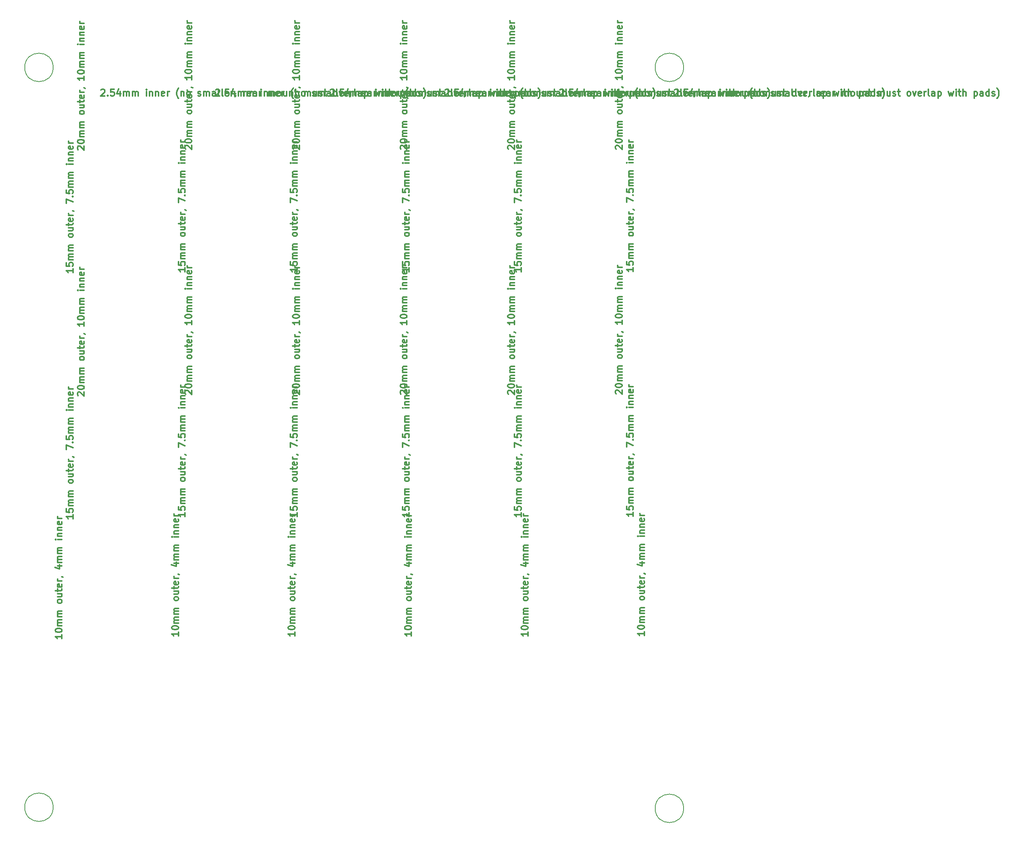
<source format=gbr>
%TF.GenerationSoftware,KiCad,Pcbnew,7.0.7*%
%TF.CreationDate,2024-03-09T11:29:06+01:00*%
%TF.ProjectId,button-board,62757474-6f6e-42d6-926f-6172642e6b69,rev?*%
%TF.SameCoordinates,Original*%
%TF.FileFunction,Other,Comment*%
%FSLAX46Y46*%
G04 Gerber Fmt 4.6, Leading zero omitted, Abs format (unit mm)*
G04 Created by KiCad (PCBNEW 7.0.7) date 2024-03-09 11:29:06*
%MOMM*%
%LPD*%
G01*
G04 APERTURE LIST*
%ADD10C,0.300000*%
%ADD11C,0.150000*%
G04 APERTURE END LIST*
D10*
X65530722Y161322315D02*
X65602150Y161393743D01*
X65602150Y161393743D02*
X65745008Y161465172D01*
X65745008Y161465172D02*
X66102150Y161465172D01*
X66102150Y161465172D02*
X66245008Y161393743D01*
X66245008Y161393743D02*
X66316436Y161322315D01*
X66316436Y161322315D02*
X66387865Y161179458D01*
X66387865Y161179458D02*
X66387865Y161036600D01*
X66387865Y161036600D02*
X66316436Y160822315D01*
X66316436Y160822315D02*
X65459293Y159965172D01*
X65459293Y159965172D02*
X66387865Y159965172D01*
X67030721Y160108029D02*
X67102150Y160036600D01*
X67102150Y160036600D02*
X67030721Y159965172D01*
X67030721Y159965172D02*
X66959293Y160036600D01*
X66959293Y160036600D02*
X67030721Y160108029D01*
X67030721Y160108029D02*
X67030721Y159965172D01*
X68459293Y161465172D02*
X67745007Y161465172D01*
X67745007Y161465172D02*
X67673579Y160750886D01*
X67673579Y160750886D02*
X67745007Y160822315D01*
X67745007Y160822315D02*
X67887865Y160893743D01*
X67887865Y160893743D02*
X68245007Y160893743D01*
X68245007Y160893743D02*
X68387865Y160822315D01*
X68387865Y160822315D02*
X68459293Y160750886D01*
X68459293Y160750886D02*
X68530722Y160608029D01*
X68530722Y160608029D02*
X68530722Y160250886D01*
X68530722Y160250886D02*
X68459293Y160108029D01*
X68459293Y160108029D02*
X68387865Y160036600D01*
X68387865Y160036600D02*
X68245007Y159965172D01*
X68245007Y159965172D02*
X67887865Y159965172D01*
X67887865Y159965172D02*
X67745007Y160036600D01*
X67745007Y160036600D02*
X67673579Y160108029D01*
X69816436Y160965172D02*
X69816436Y159965172D01*
X69459293Y161536600D02*
X69102150Y160465172D01*
X69102150Y160465172D02*
X70030721Y160465172D01*
X70602149Y159965172D02*
X70602149Y160965172D01*
X70602149Y160822315D02*
X70673578Y160893743D01*
X70673578Y160893743D02*
X70816435Y160965172D01*
X70816435Y160965172D02*
X71030721Y160965172D01*
X71030721Y160965172D02*
X71173578Y160893743D01*
X71173578Y160893743D02*
X71245007Y160750886D01*
X71245007Y160750886D02*
X71245007Y159965172D01*
X71245007Y160750886D02*
X71316435Y160893743D01*
X71316435Y160893743D02*
X71459292Y160965172D01*
X71459292Y160965172D02*
X71673578Y160965172D01*
X71673578Y160965172D02*
X71816435Y160893743D01*
X71816435Y160893743D02*
X71887864Y160750886D01*
X71887864Y160750886D02*
X71887864Y159965172D01*
X72602149Y159965172D02*
X72602149Y160965172D01*
X72602149Y160822315D02*
X72673578Y160893743D01*
X72673578Y160893743D02*
X72816435Y160965172D01*
X72816435Y160965172D02*
X73030721Y160965172D01*
X73030721Y160965172D02*
X73173578Y160893743D01*
X73173578Y160893743D02*
X73245007Y160750886D01*
X73245007Y160750886D02*
X73245007Y159965172D01*
X73245007Y160750886D02*
X73316435Y160893743D01*
X73316435Y160893743D02*
X73459292Y160965172D01*
X73459292Y160965172D02*
X73673578Y160965172D01*
X73673578Y160965172D02*
X73816435Y160893743D01*
X73816435Y160893743D02*
X73887864Y160750886D01*
X73887864Y160750886D02*
X73887864Y159965172D01*
X75745006Y159965172D02*
X75745006Y160965172D01*
X75745006Y161465172D02*
X75673578Y161393743D01*
X75673578Y161393743D02*
X75745006Y161322315D01*
X75745006Y161322315D02*
X75816435Y161393743D01*
X75816435Y161393743D02*
X75745006Y161465172D01*
X75745006Y161465172D02*
X75745006Y161322315D01*
X76459292Y160965172D02*
X76459292Y159965172D01*
X76459292Y160822315D02*
X76530721Y160893743D01*
X76530721Y160893743D02*
X76673578Y160965172D01*
X76673578Y160965172D02*
X76887864Y160965172D01*
X76887864Y160965172D02*
X77030721Y160893743D01*
X77030721Y160893743D02*
X77102150Y160750886D01*
X77102150Y160750886D02*
X77102150Y159965172D01*
X77816435Y160965172D02*
X77816435Y159965172D01*
X77816435Y160822315D02*
X77887864Y160893743D01*
X77887864Y160893743D02*
X78030721Y160965172D01*
X78030721Y160965172D02*
X78245007Y160965172D01*
X78245007Y160965172D02*
X78387864Y160893743D01*
X78387864Y160893743D02*
X78459293Y160750886D01*
X78459293Y160750886D02*
X78459293Y159965172D01*
X79745007Y160036600D02*
X79602150Y159965172D01*
X79602150Y159965172D02*
X79316436Y159965172D01*
X79316436Y159965172D02*
X79173578Y160036600D01*
X79173578Y160036600D02*
X79102150Y160179458D01*
X79102150Y160179458D02*
X79102150Y160750886D01*
X79102150Y160750886D02*
X79173578Y160893743D01*
X79173578Y160893743D02*
X79316436Y160965172D01*
X79316436Y160965172D02*
X79602150Y160965172D01*
X79602150Y160965172D02*
X79745007Y160893743D01*
X79745007Y160893743D02*
X79816436Y160750886D01*
X79816436Y160750886D02*
X79816436Y160608029D01*
X79816436Y160608029D02*
X79102150Y160465172D01*
X80459292Y159965172D02*
X80459292Y160965172D01*
X80459292Y160679458D02*
X80530721Y160822315D01*
X80530721Y160822315D02*
X80602150Y160893743D01*
X80602150Y160893743D02*
X80745007Y160965172D01*
X80745007Y160965172D02*
X80887864Y160965172D01*
X82959292Y159393743D02*
X82887863Y159465172D01*
X82887863Y159465172D02*
X82745006Y159679458D01*
X82745006Y159679458D02*
X82673578Y159822315D01*
X82673578Y159822315D02*
X82602149Y160036600D01*
X82602149Y160036600D02*
X82530720Y160393743D01*
X82530720Y160393743D02*
X82530720Y160679458D01*
X82530720Y160679458D02*
X82602149Y161036600D01*
X82602149Y161036600D02*
X82673578Y161250886D01*
X82673578Y161250886D02*
X82745006Y161393743D01*
X82745006Y161393743D02*
X82887863Y161608029D01*
X82887863Y161608029D02*
X82959292Y161679458D01*
X83530720Y160965172D02*
X83530720Y159965172D01*
X83530720Y160822315D02*
X83602149Y160893743D01*
X83602149Y160893743D02*
X83745006Y160965172D01*
X83745006Y160965172D02*
X83959292Y160965172D01*
X83959292Y160965172D02*
X84102149Y160893743D01*
X84102149Y160893743D02*
X84173578Y160750886D01*
X84173578Y160750886D02*
X84173578Y159965172D01*
X85102149Y159965172D02*
X84959292Y160036600D01*
X84959292Y160036600D02*
X84887863Y160108029D01*
X84887863Y160108029D02*
X84816435Y160250886D01*
X84816435Y160250886D02*
X84816435Y160679458D01*
X84816435Y160679458D02*
X84887863Y160822315D01*
X84887863Y160822315D02*
X84959292Y160893743D01*
X84959292Y160893743D02*
X85102149Y160965172D01*
X85102149Y160965172D02*
X85316435Y160965172D01*
X85316435Y160965172D02*
X85459292Y160893743D01*
X85459292Y160893743D02*
X85530721Y160822315D01*
X85530721Y160822315D02*
X85602149Y160679458D01*
X85602149Y160679458D02*
X85602149Y160250886D01*
X85602149Y160250886D02*
X85530721Y160108029D01*
X85530721Y160108029D02*
X85459292Y160036600D01*
X85459292Y160036600D02*
X85316435Y159965172D01*
X85316435Y159965172D02*
X85102149Y159965172D01*
X87316435Y160036600D02*
X87459292Y159965172D01*
X87459292Y159965172D02*
X87745006Y159965172D01*
X87745006Y159965172D02*
X87887863Y160036600D01*
X87887863Y160036600D02*
X87959292Y160179458D01*
X87959292Y160179458D02*
X87959292Y160250886D01*
X87959292Y160250886D02*
X87887863Y160393743D01*
X87887863Y160393743D02*
X87745006Y160465172D01*
X87745006Y160465172D02*
X87530721Y160465172D01*
X87530721Y160465172D02*
X87387863Y160536600D01*
X87387863Y160536600D02*
X87316435Y160679458D01*
X87316435Y160679458D02*
X87316435Y160750886D01*
X87316435Y160750886D02*
X87387863Y160893743D01*
X87387863Y160893743D02*
X87530721Y160965172D01*
X87530721Y160965172D02*
X87745006Y160965172D01*
X87745006Y160965172D02*
X87887863Y160893743D01*
X88602149Y159965172D02*
X88602149Y160965172D01*
X88602149Y160822315D02*
X88673578Y160893743D01*
X88673578Y160893743D02*
X88816435Y160965172D01*
X88816435Y160965172D02*
X89030721Y160965172D01*
X89030721Y160965172D02*
X89173578Y160893743D01*
X89173578Y160893743D02*
X89245007Y160750886D01*
X89245007Y160750886D02*
X89245007Y159965172D01*
X89245007Y160750886D02*
X89316435Y160893743D01*
X89316435Y160893743D02*
X89459292Y160965172D01*
X89459292Y160965172D02*
X89673578Y160965172D01*
X89673578Y160965172D02*
X89816435Y160893743D01*
X89816435Y160893743D02*
X89887864Y160750886D01*
X89887864Y160750886D02*
X89887864Y159965172D01*
X91245007Y159965172D02*
X91245007Y160750886D01*
X91245007Y160750886D02*
X91173578Y160893743D01*
X91173578Y160893743D02*
X91030721Y160965172D01*
X91030721Y160965172D02*
X90745007Y160965172D01*
X90745007Y160965172D02*
X90602149Y160893743D01*
X91245007Y160036600D02*
X91102149Y159965172D01*
X91102149Y159965172D02*
X90745007Y159965172D01*
X90745007Y159965172D02*
X90602149Y160036600D01*
X90602149Y160036600D02*
X90530721Y160179458D01*
X90530721Y160179458D02*
X90530721Y160322315D01*
X90530721Y160322315D02*
X90602149Y160465172D01*
X90602149Y160465172D02*
X90745007Y160536600D01*
X90745007Y160536600D02*
X91102149Y160536600D01*
X91102149Y160536600D02*
X91245007Y160608029D01*
X92173578Y159965172D02*
X92030721Y160036600D01*
X92030721Y160036600D02*
X91959292Y160179458D01*
X91959292Y160179458D02*
X91959292Y161465172D01*
X92959292Y159965172D02*
X92816435Y160036600D01*
X92816435Y160036600D02*
X92745006Y160179458D01*
X92745006Y160179458D02*
X92745006Y161465172D01*
X94102149Y160036600D02*
X93959292Y159965172D01*
X93959292Y159965172D02*
X93673578Y159965172D01*
X93673578Y159965172D02*
X93530720Y160036600D01*
X93530720Y160036600D02*
X93459292Y160179458D01*
X93459292Y160179458D02*
X93459292Y160750886D01*
X93459292Y160750886D02*
X93530720Y160893743D01*
X93530720Y160893743D02*
X93673578Y160965172D01*
X93673578Y160965172D02*
X93959292Y160965172D01*
X93959292Y160965172D02*
X94102149Y160893743D01*
X94102149Y160893743D02*
X94173578Y160750886D01*
X94173578Y160750886D02*
X94173578Y160608029D01*
X94173578Y160608029D02*
X93459292Y160465172D01*
X94816434Y159965172D02*
X94816434Y160965172D01*
X94816434Y160679458D02*
X94887863Y160822315D01*
X94887863Y160822315D02*
X94959292Y160893743D01*
X94959292Y160893743D02*
X95102149Y160965172D01*
X95102149Y160965172D02*
X95245006Y160965172D01*
X95816434Y160036600D02*
X95816434Y159965172D01*
X95816434Y159965172D02*
X95745005Y159822315D01*
X95745005Y159822315D02*
X95673577Y159750886D01*
X97602148Y159965172D02*
X97602148Y160965172D01*
X97602148Y160679458D02*
X97673577Y160822315D01*
X97673577Y160822315D02*
X97745006Y160893743D01*
X97745006Y160893743D02*
X97887863Y160965172D01*
X97887863Y160965172D02*
X98030720Y160965172D01*
X99102148Y160036600D02*
X98959291Y159965172D01*
X98959291Y159965172D02*
X98673577Y159965172D01*
X98673577Y159965172D02*
X98530719Y160036600D01*
X98530719Y160036600D02*
X98459291Y160179458D01*
X98459291Y160179458D02*
X98459291Y160750886D01*
X98459291Y160750886D02*
X98530719Y160893743D01*
X98530719Y160893743D02*
X98673577Y160965172D01*
X98673577Y160965172D02*
X98959291Y160965172D01*
X98959291Y160965172D02*
X99102148Y160893743D01*
X99102148Y160893743D02*
X99173577Y160750886D01*
X99173577Y160750886D02*
X99173577Y160608029D01*
X99173577Y160608029D02*
X98459291Y160465172D01*
X100459291Y159965172D02*
X100459291Y160750886D01*
X100459291Y160750886D02*
X100387862Y160893743D01*
X100387862Y160893743D02*
X100245005Y160965172D01*
X100245005Y160965172D02*
X99959291Y160965172D01*
X99959291Y160965172D02*
X99816433Y160893743D01*
X100459291Y160036600D02*
X100316433Y159965172D01*
X100316433Y159965172D02*
X99959291Y159965172D01*
X99959291Y159965172D02*
X99816433Y160036600D01*
X99816433Y160036600D02*
X99745005Y160179458D01*
X99745005Y160179458D02*
X99745005Y160322315D01*
X99745005Y160322315D02*
X99816433Y160465172D01*
X99816433Y160465172D02*
X99959291Y160536600D01*
X99959291Y160536600D02*
X100316433Y160536600D01*
X100316433Y160536600D02*
X100459291Y160608029D01*
X101173576Y159965172D02*
X101173576Y160965172D01*
X101173576Y160679458D02*
X101245005Y160822315D01*
X101245005Y160822315D02*
X101316434Y160893743D01*
X101316434Y160893743D02*
X101459291Y160965172D01*
X101459291Y160965172D02*
X101602148Y160965172D01*
X103245004Y159965172D02*
X103245004Y160965172D01*
X103245004Y160822315D02*
X103316433Y160893743D01*
X103316433Y160893743D02*
X103459290Y160965172D01*
X103459290Y160965172D02*
X103673576Y160965172D01*
X103673576Y160965172D02*
X103816433Y160893743D01*
X103816433Y160893743D02*
X103887862Y160750886D01*
X103887862Y160750886D02*
X103887862Y159965172D01*
X103887862Y160750886D02*
X103959290Y160893743D01*
X103959290Y160893743D02*
X104102147Y160965172D01*
X104102147Y160965172D02*
X104316433Y160965172D01*
X104316433Y160965172D02*
X104459290Y160893743D01*
X104459290Y160893743D02*
X104530719Y160750886D01*
X104530719Y160750886D02*
X104530719Y159965172D01*
X105459290Y159965172D02*
X105316433Y160036600D01*
X105316433Y160036600D02*
X105245004Y160108029D01*
X105245004Y160108029D02*
X105173576Y160250886D01*
X105173576Y160250886D02*
X105173576Y160679458D01*
X105173576Y160679458D02*
X105245004Y160822315D01*
X105245004Y160822315D02*
X105316433Y160893743D01*
X105316433Y160893743D02*
X105459290Y160965172D01*
X105459290Y160965172D02*
X105673576Y160965172D01*
X105673576Y160965172D02*
X105816433Y160893743D01*
X105816433Y160893743D02*
X105887862Y160822315D01*
X105887862Y160822315D02*
X105959290Y160679458D01*
X105959290Y160679458D02*
X105959290Y160250886D01*
X105959290Y160250886D02*
X105887862Y160108029D01*
X105887862Y160108029D02*
X105816433Y160036600D01*
X105816433Y160036600D02*
X105673576Y159965172D01*
X105673576Y159965172D02*
X105459290Y159965172D01*
X107245005Y160965172D02*
X107245005Y159965172D01*
X106602147Y160965172D02*
X106602147Y160179458D01*
X106602147Y160179458D02*
X106673576Y160036600D01*
X106673576Y160036600D02*
X106816433Y159965172D01*
X106816433Y159965172D02*
X107030719Y159965172D01*
X107030719Y159965172D02*
X107173576Y160036600D01*
X107173576Y160036600D02*
X107245005Y160108029D01*
X107959290Y160965172D02*
X107959290Y159965172D01*
X107959290Y160822315D02*
X108030719Y160893743D01*
X108030719Y160893743D02*
X108173576Y160965172D01*
X108173576Y160965172D02*
X108387862Y160965172D01*
X108387862Y160965172D02*
X108530719Y160893743D01*
X108530719Y160893743D02*
X108602148Y160750886D01*
X108602148Y160750886D02*
X108602148Y159965172D01*
X109102148Y160965172D02*
X109673576Y160965172D01*
X109316433Y161465172D02*
X109316433Y160179458D01*
X109316433Y160179458D02*
X109387862Y160036600D01*
X109387862Y160036600D02*
X109530719Y159965172D01*
X109530719Y159965172D02*
X109673576Y159965172D01*
X111316433Y159965172D02*
X111316433Y160965172D01*
X111316433Y160822315D02*
X111387862Y160893743D01*
X111387862Y160893743D02*
X111530719Y160965172D01*
X111530719Y160965172D02*
X111745005Y160965172D01*
X111745005Y160965172D02*
X111887862Y160893743D01*
X111887862Y160893743D02*
X111959291Y160750886D01*
X111959291Y160750886D02*
X111959291Y159965172D01*
X111959291Y160750886D02*
X112030719Y160893743D01*
X112030719Y160893743D02*
X112173576Y160965172D01*
X112173576Y160965172D02*
X112387862Y160965172D01*
X112387862Y160965172D02*
X112530719Y160893743D01*
X112530719Y160893743D02*
X112602148Y160750886D01*
X112602148Y160750886D02*
X112602148Y159965172D01*
X113959291Y160965172D02*
X113959291Y159965172D01*
X113316433Y160965172D02*
X113316433Y160179458D01*
X113316433Y160179458D02*
X113387862Y160036600D01*
X113387862Y160036600D02*
X113530719Y159965172D01*
X113530719Y159965172D02*
X113745005Y159965172D01*
X113745005Y159965172D02*
X113887862Y160036600D01*
X113887862Y160036600D02*
X113959291Y160108029D01*
X114602148Y160036600D02*
X114745005Y159965172D01*
X114745005Y159965172D02*
X115030719Y159965172D01*
X115030719Y159965172D02*
X115173576Y160036600D01*
X115173576Y160036600D02*
X115245005Y160179458D01*
X115245005Y160179458D02*
X115245005Y160250886D01*
X115245005Y160250886D02*
X115173576Y160393743D01*
X115173576Y160393743D02*
X115030719Y160465172D01*
X115030719Y160465172D02*
X114816434Y160465172D01*
X114816434Y160465172D02*
X114673576Y160536600D01*
X114673576Y160536600D02*
X114602148Y160679458D01*
X114602148Y160679458D02*
X114602148Y160750886D01*
X114602148Y160750886D02*
X114673576Y160893743D01*
X114673576Y160893743D02*
X114816434Y160965172D01*
X114816434Y160965172D02*
X115030719Y160965172D01*
X115030719Y160965172D02*
X115173576Y160893743D01*
X115673577Y160965172D02*
X116245005Y160965172D01*
X115887862Y161465172D02*
X115887862Y160179458D01*
X115887862Y160179458D02*
X115959291Y160036600D01*
X115959291Y160036600D02*
X116102148Y159965172D01*
X116102148Y159965172D02*
X116245005Y159965172D01*
X118102148Y159965172D02*
X117959291Y160036600D01*
X117959291Y160036600D02*
X117887862Y160108029D01*
X117887862Y160108029D02*
X117816434Y160250886D01*
X117816434Y160250886D02*
X117816434Y160679458D01*
X117816434Y160679458D02*
X117887862Y160822315D01*
X117887862Y160822315D02*
X117959291Y160893743D01*
X117959291Y160893743D02*
X118102148Y160965172D01*
X118102148Y160965172D02*
X118316434Y160965172D01*
X118316434Y160965172D02*
X118459291Y160893743D01*
X118459291Y160893743D02*
X118530720Y160822315D01*
X118530720Y160822315D02*
X118602148Y160679458D01*
X118602148Y160679458D02*
X118602148Y160250886D01*
X118602148Y160250886D02*
X118530720Y160108029D01*
X118530720Y160108029D02*
X118459291Y160036600D01*
X118459291Y160036600D02*
X118316434Y159965172D01*
X118316434Y159965172D02*
X118102148Y159965172D01*
X119102148Y160965172D02*
X119459291Y159965172D01*
X119459291Y159965172D02*
X119816434Y160965172D01*
X120959291Y160036600D02*
X120816434Y159965172D01*
X120816434Y159965172D02*
X120530720Y159965172D01*
X120530720Y159965172D02*
X120387862Y160036600D01*
X120387862Y160036600D02*
X120316434Y160179458D01*
X120316434Y160179458D02*
X120316434Y160750886D01*
X120316434Y160750886D02*
X120387862Y160893743D01*
X120387862Y160893743D02*
X120530720Y160965172D01*
X120530720Y160965172D02*
X120816434Y160965172D01*
X120816434Y160965172D02*
X120959291Y160893743D01*
X120959291Y160893743D02*
X121030720Y160750886D01*
X121030720Y160750886D02*
X121030720Y160608029D01*
X121030720Y160608029D02*
X120316434Y160465172D01*
X121673576Y159965172D02*
X121673576Y160965172D01*
X121673576Y160679458D02*
X121745005Y160822315D01*
X121745005Y160822315D02*
X121816434Y160893743D01*
X121816434Y160893743D02*
X121959291Y160965172D01*
X121959291Y160965172D02*
X122102148Y160965172D01*
X122816433Y159965172D02*
X122673576Y160036600D01*
X122673576Y160036600D02*
X122602147Y160179458D01*
X122602147Y160179458D02*
X122602147Y161465172D01*
X124030719Y159965172D02*
X124030719Y160750886D01*
X124030719Y160750886D02*
X123959290Y160893743D01*
X123959290Y160893743D02*
X123816433Y160965172D01*
X123816433Y160965172D02*
X123530719Y160965172D01*
X123530719Y160965172D02*
X123387861Y160893743D01*
X124030719Y160036600D02*
X123887861Y159965172D01*
X123887861Y159965172D02*
X123530719Y159965172D01*
X123530719Y159965172D02*
X123387861Y160036600D01*
X123387861Y160036600D02*
X123316433Y160179458D01*
X123316433Y160179458D02*
X123316433Y160322315D01*
X123316433Y160322315D02*
X123387861Y160465172D01*
X123387861Y160465172D02*
X123530719Y160536600D01*
X123530719Y160536600D02*
X123887861Y160536600D01*
X123887861Y160536600D02*
X124030719Y160608029D01*
X124745004Y160965172D02*
X124745004Y159465172D01*
X124745004Y160893743D02*
X124887862Y160965172D01*
X124887862Y160965172D02*
X125173576Y160965172D01*
X125173576Y160965172D02*
X125316433Y160893743D01*
X125316433Y160893743D02*
X125387862Y160822315D01*
X125387862Y160822315D02*
X125459290Y160679458D01*
X125459290Y160679458D02*
X125459290Y160250886D01*
X125459290Y160250886D02*
X125387862Y160108029D01*
X125387862Y160108029D02*
X125316433Y160036600D01*
X125316433Y160036600D02*
X125173576Y159965172D01*
X125173576Y159965172D02*
X124887862Y159965172D01*
X124887862Y159965172D02*
X124745004Y160036600D01*
X127102147Y160965172D02*
X127387862Y159965172D01*
X127387862Y159965172D02*
X127673576Y160679458D01*
X127673576Y160679458D02*
X127959290Y159965172D01*
X127959290Y159965172D02*
X128245004Y160965172D01*
X128816433Y159965172D02*
X128816433Y160965172D01*
X128816433Y161465172D02*
X128745005Y161393743D01*
X128745005Y161393743D02*
X128816433Y161322315D01*
X128816433Y161322315D02*
X128887862Y161393743D01*
X128887862Y161393743D02*
X128816433Y161465172D01*
X128816433Y161465172D02*
X128816433Y161322315D01*
X129316434Y160965172D02*
X129887862Y160965172D01*
X129530719Y161465172D02*
X129530719Y160179458D01*
X129530719Y160179458D02*
X129602148Y160036600D01*
X129602148Y160036600D02*
X129745005Y159965172D01*
X129745005Y159965172D02*
X129887862Y159965172D01*
X130387862Y159965172D02*
X130387862Y161465172D01*
X131030720Y159965172D02*
X131030720Y160750886D01*
X131030720Y160750886D02*
X130959291Y160893743D01*
X130959291Y160893743D02*
X130816434Y160965172D01*
X130816434Y160965172D02*
X130602148Y160965172D01*
X130602148Y160965172D02*
X130459291Y160893743D01*
X130459291Y160893743D02*
X130387862Y160822315D01*
X132887862Y160965172D02*
X132887862Y159465172D01*
X132887862Y160893743D02*
X133030720Y160965172D01*
X133030720Y160965172D02*
X133316434Y160965172D01*
X133316434Y160965172D02*
X133459291Y160893743D01*
X133459291Y160893743D02*
X133530720Y160822315D01*
X133530720Y160822315D02*
X133602148Y160679458D01*
X133602148Y160679458D02*
X133602148Y160250886D01*
X133602148Y160250886D02*
X133530720Y160108029D01*
X133530720Y160108029D02*
X133459291Y160036600D01*
X133459291Y160036600D02*
X133316434Y159965172D01*
X133316434Y159965172D02*
X133030720Y159965172D01*
X133030720Y159965172D02*
X132887862Y160036600D01*
X134887863Y159965172D02*
X134887863Y160750886D01*
X134887863Y160750886D02*
X134816434Y160893743D01*
X134816434Y160893743D02*
X134673577Y160965172D01*
X134673577Y160965172D02*
X134387863Y160965172D01*
X134387863Y160965172D02*
X134245005Y160893743D01*
X134887863Y160036600D02*
X134745005Y159965172D01*
X134745005Y159965172D02*
X134387863Y159965172D01*
X134387863Y159965172D02*
X134245005Y160036600D01*
X134245005Y160036600D02*
X134173577Y160179458D01*
X134173577Y160179458D02*
X134173577Y160322315D01*
X134173577Y160322315D02*
X134245005Y160465172D01*
X134245005Y160465172D02*
X134387863Y160536600D01*
X134387863Y160536600D02*
X134745005Y160536600D01*
X134745005Y160536600D02*
X134887863Y160608029D01*
X136245006Y159965172D02*
X136245006Y161465172D01*
X136245006Y160036600D02*
X136102148Y159965172D01*
X136102148Y159965172D02*
X135816434Y159965172D01*
X135816434Y159965172D02*
X135673577Y160036600D01*
X135673577Y160036600D02*
X135602148Y160108029D01*
X135602148Y160108029D02*
X135530720Y160250886D01*
X135530720Y160250886D02*
X135530720Y160679458D01*
X135530720Y160679458D02*
X135602148Y160822315D01*
X135602148Y160822315D02*
X135673577Y160893743D01*
X135673577Y160893743D02*
X135816434Y160965172D01*
X135816434Y160965172D02*
X136102148Y160965172D01*
X136102148Y160965172D02*
X136245006Y160893743D01*
X136887863Y160036600D02*
X137030720Y159965172D01*
X137030720Y159965172D02*
X137316434Y159965172D01*
X137316434Y159965172D02*
X137459291Y160036600D01*
X137459291Y160036600D02*
X137530720Y160179458D01*
X137530720Y160179458D02*
X137530720Y160250886D01*
X137530720Y160250886D02*
X137459291Y160393743D01*
X137459291Y160393743D02*
X137316434Y160465172D01*
X137316434Y160465172D02*
X137102149Y160465172D01*
X137102149Y160465172D02*
X136959291Y160536600D01*
X136959291Y160536600D02*
X136887863Y160679458D01*
X136887863Y160679458D02*
X136887863Y160750886D01*
X136887863Y160750886D02*
X136959291Y160893743D01*
X136959291Y160893743D02*
X137102149Y160965172D01*
X137102149Y160965172D02*
X137316434Y160965172D01*
X137316434Y160965172D02*
X137459291Y160893743D01*
X138030720Y159393743D02*
X138102149Y159465172D01*
X138102149Y159465172D02*
X138245006Y159679458D01*
X138245006Y159679458D02*
X138316435Y159822315D01*
X138316435Y159822315D02*
X138387863Y160036600D01*
X138387863Y160036600D02*
X138459292Y160393743D01*
X138459292Y160393743D02*
X138459292Y160679458D01*
X138459292Y160679458D02*
X138387863Y161036600D01*
X138387863Y161036600D02*
X138316435Y161250886D01*
X138316435Y161250886D02*
X138245006Y161393743D01*
X138245006Y161393743D02*
X138102149Y161608029D01*
X138102149Y161608029D02*
X138030720Y161679458D01*
X13956884Y161322315D02*
X14028312Y161393743D01*
X14028312Y161393743D02*
X14171170Y161465172D01*
X14171170Y161465172D02*
X14528312Y161465172D01*
X14528312Y161465172D02*
X14671170Y161393743D01*
X14671170Y161393743D02*
X14742598Y161322315D01*
X14742598Y161322315D02*
X14814027Y161179458D01*
X14814027Y161179458D02*
X14814027Y161036600D01*
X14814027Y161036600D02*
X14742598Y160822315D01*
X14742598Y160822315D02*
X13885455Y159965172D01*
X13885455Y159965172D02*
X14814027Y159965172D01*
X15456883Y160108029D02*
X15528312Y160036600D01*
X15528312Y160036600D02*
X15456883Y159965172D01*
X15456883Y159965172D02*
X15385455Y160036600D01*
X15385455Y160036600D02*
X15456883Y160108029D01*
X15456883Y160108029D02*
X15456883Y159965172D01*
X16885455Y161465172D02*
X16171169Y161465172D01*
X16171169Y161465172D02*
X16099741Y160750886D01*
X16099741Y160750886D02*
X16171169Y160822315D01*
X16171169Y160822315D02*
X16314027Y160893743D01*
X16314027Y160893743D02*
X16671169Y160893743D01*
X16671169Y160893743D02*
X16814027Y160822315D01*
X16814027Y160822315D02*
X16885455Y160750886D01*
X16885455Y160750886D02*
X16956884Y160608029D01*
X16956884Y160608029D02*
X16956884Y160250886D01*
X16956884Y160250886D02*
X16885455Y160108029D01*
X16885455Y160108029D02*
X16814027Y160036600D01*
X16814027Y160036600D02*
X16671169Y159965172D01*
X16671169Y159965172D02*
X16314027Y159965172D01*
X16314027Y159965172D02*
X16171169Y160036600D01*
X16171169Y160036600D02*
X16099741Y160108029D01*
X18242598Y160965172D02*
X18242598Y159965172D01*
X17885455Y161536600D02*
X17528312Y160465172D01*
X17528312Y160465172D02*
X18456883Y160465172D01*
X19028311Y159965172D02*
X19028311Y160965172D01*
X19028311Y160822315D02*
X19099740Y160893743D01*
X19099740Y160893743D02*
X19242597Y160965172D01*
X19242597Y160965172D02*
X19456883Y160965172D01*
X19456883Y160965172D02*
X19599740Y160893743D01*
X19599740Y160893743D02*
X19671169Y160750886D01*
X19671169Y160750886D02*
X19671169Y159965172D01*
X19671169Y160750886D02*
X19742597Y160893743D01*
X19742597Y160893743D02*
X19885454Y160965172D01*
X19885454Y160965172D02*
X20099740Y160965172D01*
X20099740Y160965172D02*
X20242597Y160893743D01*
X20242597Y160893743D02*
X20314026Y160750886D01*
X20314026Y160750886D02*
X20314026Y159965172D01*
X21028311Y159965172D02*
X21028311Y160965172D01*
X21028311Y160822315D02*
X21099740Y160893743D01*
X21099740Y160893743D02*
X21242597Y160965172D01*
X21242597Y160965172D02*
X21456883Y160965172D01*
X21456883Y160965172D02*
X21599740Y160893743D01*
X21599740Y160893743D02*
X21671169Y160750886D01*
X21671169Y160750886D02*
X21671169Y159965172D01*
X21671169Y160750886D02*
X21742597Y160893743D01*
X21742597Y160893743D02*
X21885454Y160965172D01*
X21885454Y160965172D02*
X22099740Y160965172D01*
X22099740Y160965172D02*
X22242597Y160893743D01*
X22242597Y160893743D02*
X22314026Y160750886D01*
X22314026Y160750886D02*
X22314026Y159965172D01*
X24171168Y159965172D02*
X24171168Y160965172D01*
X24171168Y161465172D02*
X24099740Y161393743D01*
X24099740Y161393743D02*
X24171168Y161322315D01*
X24171168Y161322315D02*
X24242597Y161393743D01*
X24242597Y161393743D02*
X24171168Y161465172D01*
X24171168Y161465172D02*
X24171168Y161322315D01*
X24885454Y160965172D02*
X24885454Y159965172D01*
X24885454Y160822315D02*
X24956883Y160893743D01*
X24956883Y160893743D02*
X25099740Y160965172D01*
X25099740Y160965172D02*
X25314026Y160965172D01*
X25314026Y160965172D02*
X25456883Y160893743D01*
X25456883Y160893743D02*
X25528312Y160750886D01*
X25528312Y160750886D02*
X25528312Y159965172D01*
X26242597Y160965172D02*
X26242597Y159965172D01*
X26242597Y160822315D02*
X26314026Y160893743D01*
X26314026Y160893743D02*
X26456883Y160965172D01*
X26456883Y160965172D02*
X26671169Y160965172D01*
X26671169Y160965172D02*
X26814026Y160893743D01*
X26814026Y160893743D02*
X26885455Y160750886D01*
X26885455Y160750886D02*
X26885455Y159965172D01*
X28171169Y160036600D02*
X28028312Y159965172D01*
X28028312Y159965172D02*
X27742598Y159965172D01*
X27742598Y159965172D02*
X27599740Y160036600D01*
X27599740Y160036600D02*
X27528312Y160179458D01*
X27528312Y160179458D02*
X27528312Y160750886D01*
X27528312Y160750886D02*
X27599740Y160893743D01*
X27599740Y160893743D02*
X27742598Y160965172D01*
X27742598Y160965172D02*
X28028312Y160965172D01*
X28028312Y160965172D02*
X28171169Y160893743D01*
X28171169Y160893743D02*
X28242598Y160750886D01*
X28242598Y160750886D02*
X28242598Y160608029D01*
X28242598Y160608029D02*
X27528312Y160465172D01*
X28885454Y159965172D02*
X28885454Y160965172D01*
X28885454Y160679458D02*
X28956883Y160822315D01*
X28956883Y160822315D02*
X29028312Y160893743D01*
X29028312Y160893743D02*
X29171169Y160965172D01*
X29171169Y160965172D02*
X29314026Y160965172D01*
X31385454Y159393743D02*
X31314025Y159465172D01*
X31314025Y159465172D02*
X31171168Y159679458D01*
X31171168Y159679458D02*
X31099740Y159822315D01*
X31099740Y159822315D02*
X31028311Y160036600D01*
X31028311Y160036600D02*
X30956882Y160393743D01*
X30956882Y160393743D02*
X30956882Y160679458D01*
X30956882Y160679458D02*
X31028311Y161036600D01*
X31028311Y161036600D02*
X31099740Y161250886D01*
X31099740Y161250886D02*
X31171168Y161393743D01*
X31171168Y161393743D02*
X31314025Y161608029D01*
X31314025Y161608029D02*
X31385454Y161679458D01*
X31956882Y160965172D02*
X31956882Y159965172D01*
X31956882Y160822315D02*
X32028311Y160893743D01*
X32028311Y160893743D02*
X32171168Y160965172D01*
X32171168Y160965172D02*
X32385454Y160965172D01*
X32385454Y160965172D02*
X32528311Y160893743D01*
X32528311Y160893743D02*
X32599740Y160750886D01*
X32599740Y160750886D02*
X32599740Y159965172D01*
X33528311Y159965172D02*
X33385454Y160036600D01*
X33385454Y160036600D02*
X33314025Y160108029D01*
X33314025Y160108029D02*
X33242597Y160250886D01*
X33242597Y160250886D02*
X33242597Y160679458D01*
X33242597Y160679458D02*
X33314025Y160822315D01*
X33314025Y160822315D02*
X33385454Y160893743D01*
X33385454Y160893743D02*
X33528311Y160965172D01*
X33528311Y160965172D02*
X33742597Y160965172D01*
X33742597Y160965172D02*
X33885454Y160893743D01*
X33885454Y160893743D02*
X33956883Y160822315D01*
X33956883Y160822315D02*
X34028311Y160679458D01*
X34028311Y160679458D02*
X34028311Y160250886D01*
X34028311Y160250886D02*
X33956883Y160108029D01*
X33956883Y160108029D02*
X33885454Y160036600D01*
X33885454Y160036600D02*
X33742597Y159965172D01*
X33742597Y159965172D02*
X33528311Y159965172D01*
X35742597Y160036600D02*
X35885454Y159965172D01*
X35885454Y159965172D02*
X36171168Y159965172D01*
X36171168Y159965172D02*
X36314025Y160036600D01*
X36314025Y160036600D02*
X36385454Y160179458D01*
X36385454Y160179458D02*
X36385454Y160250886D01*
X36385454Y160250886D02*
X36314025Y160393743D01*
X36314025Y160393743D02*
X36171168Y160465172D01*
X36171168Y160465172D02*
X35956883Y160465172D01*
X35956883Y160465172D02*
X35814025Y160536600D01*
X35814025Y160536600D02*
X35742597Y160679458D01*
X35742597Y160679458D02*
X35742597Y160750886D01*
X35742597Y160750886D02*
X35814025Y160893743D01*
X35814025Y160893743D02*
X35956883Y160965172D01*
X35956883Y160965172D02*
X36171168Y160965172D01*
X36171168Y160965172D02*
X36314025Y160893743D01*
X37028311Y159965172D02*
X37028311Y160965172D01*
X37028311Y160822315D02*
X37099740Y160893743D01*
X37099740Y160893743D02*
X37242597Y160965172D01*
X37242597Y160965172D02*
X37456883Y160965172D01*
X37456883Y160965172D02*
X37599740Y160893743D01*
X37599740Y160893743D02*
X37671169Y160750886D01*
X37671169Y160750886D02*
X37671169Y159965172D01*
X37671169Y160750886D02*
X37742597Y160893743D01*
X37742597Y160893743D02*
X37885454Y160965172D01*
X37885454Y160965172D02*
X38099740Y160965172D01*
X38099740Y160965172D02*
X38242597Y160893743D01*
X38242597Y160893743D02*
X38314026Y160750886D01*
X38314026Y160750886D02*
X38314026Y159965172D01*
X39671169Y159965172D02*
X39671169Y160750886D01*
X39671169Y160750886D02*
X39599740Y160893743D01*
X39599740Y160893743D02*
X39456883Y160965172D01*
X39456883Y160965172D02*
X39171169Y160965172D01*
X39171169Y160965172D02*
X39028311Y160893743D01*
X39671169Y160036600D02*
X39528311Y159965172D01*
X39528311Y159965172D02*
X39171169Y159965172D01*
X39171169Y159965172D02*
X39028311Y160036600D01*
X39028311Y160036600D02*
X38956883Y160179458D01*
X38956883Y160179458D02*
X38956883Y160322315D01*
X38956883Y160322315D02*
X39028311Y160465172D01*
X39028311Y160465172D02*
X39171169Y160536600D01*
X39171169Y160536600D02*
X39528311Y160536600D01*
X39528311Y160536600D02*
X39671169Y160608029D01*
X40599740Y159965172D02*
X40456883Y160036600D01*
X40456883Y160036600D02*
X40385454Y160179458D01*
X40385454Y160179458D02*
X40385454Y161465172D01*
X41385454Y159965172D02*
X41242597Y160036600D01*
X41242597Y160036600D02*
X41171168Y160179458D01*
X41171168Y160179458D02*
X41171168Y161465172D01*
X42528311Y160036600D02*
X42385454Y159965172D01*
X42385454Y159965172D02*
X42099740Y159965172D01*
X42099740Y159965172D02*
X41956882Y160036600D01*
X41956882Y160036600D02*
X41885454Y160179458D01*
X41885454Y160179458D02*
X41885454Y160750886D01*
X41885454Y160750886D02*
X41956882Y160893743D01*
X41956882Y160893743D02*
X42099740Y160965172D01*
X42099740Y160965172D02*
X42385454Y160965172D01*
X42385454Y160965172D02*
X42528311Y160893743D01*
X42528311Y160893743D02*
X42599740Y160750886D01*
X42599740Y160750886D02*
X42599740Y160608029D01*
X42599740Y160608029D02*
X41885454Y160465172D01*
X43242596Y159965172D02*
X43242596Y160965172D01*
X43242596Y160679458D02*
X43314025Y160822315D01*
X43314025Y160822315D02*
X43385454Y160893743D01*
X43385454Y160893743D02*
X43528311Y160965172D01*
X43528311Y160965172D02*
X43671168Y160965172D01*
X44242596Y160036600D02*
X44242596Y159965172D01*
X44242596Y159965172D02*
X44171167Y159822315D01*
X44171167Y159822315D02*
X44099739Y159750886D01*
X46028310Y159965172D02*
X46028310Y160965172D01*
X46028310Y160679458D02*
X46099739Y160822315D01*
X46099739Y160822315D02*
X46171168Y160893743D01*
X46171168Y160893743D02*
X46314025Y160965172D01*
X46314025Y160965172D02*
X46456882Y160965172D01*
X47528310Y160036600D02*
X47385453Y159965172D01*
X47385453Y159965172D02*
X47099739Y159965172D01*
X47099739Y159965172D02*
X46956881Y160036600D01*
X46956881Y160036600D02*
X46885453Y160179458D01*
X46885453Y160179458D02*
X46885453Y160750886D01*
X46885453Y160750886D02*
X46956881Y160893743D01*
X46956881Y160893743D02*
X47099739Y160965172D01*
X47099739Y160965172D02*
X47385453Y160965172D01*
X47385453Y160965172D02*
X47528310Y160893743D01*
X47528310Y160893743D02*
X47599739Y160750886D01*
X47599739Y160750886D02*
X47599739Y160608029D01*
X47599739Y160608029D02*
X46885453Y160465172D01*
X48885453Y159965172D02*
X48885453Y160750886D01*
X48885453Y160750886D02*
X48814024Y160893743D01*
X48814024Y160893743D02*
X48671167Y160965172D01*
X48671167Y160965172D02*
X48385453Y160965172D01*
X48385453Y160965172D02*
X48242595Y160893743D01*
X48885453Y160036600D02*
X48742595Y159965172D01*
X48742595Y159965172D02*
X48385453Y159965172D01*
X48385453Y159965172D02*
X48242595Y160036600D01*
X48242595Y160036600D02*
X48171167Y160179458D01*
X48171167Y160179458D02*
X48171167Y160322315D01*
X48171167Y160322315D02*
X48242595Y160465172D01*
X48242595Y160465172D02*
X48385453Y160536600D01*
X48385453Y160536600D02*
X48742595Y160536600D01*
X48742595Y160536600D02*
X48885453Y160608029D01*
X49599738Y159965172D02*
X49599738Y160965172D01*
X49599738Y160679458D02*
X49671167Y160822315D01*
X49671167Y160822315D02*
X49742596Y160893743D01*
X49742596Y160893743D02*
X49885453Y160965172D01*
X49885453Y160965172D02*
X50028310Y160965172D01*
X51671166Y159965172D02*
X51671166Y160965172D01*
X51671166Y160822315D02*
X51742595Y160893743D01*
X51742595Y160893743D02*
X51885452Y160965172D01*
X51885452Y160965172D02*
X52099738Y160965172D01*
X52099738Y160965172D02*
X52242595Y160893743D01*
X52242595Y160893743D02*
X52314024Y160750886D01*
X52314024Y160750886D02*
X52314024Y159965172D01*
X52314024Y160750886D02*
X52385452Y160893743D01*
X52385452Y160893743D02*
X52528309Y160965172D01*
X52528309Y160965172D02*
X52742595Y160965172D01*
X52742595Y160965172D02*
X52885452Y160893743D01*
X52885452Y160893743D02*
X52956881Y160750886D01*
X52956881Y160750886D02*
X52956881Y159965172D01*
X53885452Y159965172D02*
X53742595Y160036600D01*
X53742595Y160036600D02*
X53671166Y160108029D01*
X53671166Y160108029D02*
X53599738Y160250886D01*
X53599738Y160250886D02*
X53599738Y160679458D01*
X53599738Y160679458D02*
X53671166Y160822315D01*
X53671166Y160822315D02*
X53742595Y160893743D01*
X53742595Y160893743D02*
X53885452Y160965172D01*
X53885452Y160965172D02*
X54099738Y160965172D01*
X54099738Y160965172D02*
X54242595Y160893743D01*
X54242595Y160893743D02*
X54314024Y160822315D01*
X54314024Y160822315D02*
X54385452Y160679458D01*
X54385452Y160679458D02*
X54385452Y160250886D01*
X54385452Y160250886D02*
X54314024Y160108029D01*
X54314024Y160108029D02*
X54242595Y160036600D01*
X54242595Y160036600D02*
X54099738Y159965172D01*
X54099738Y159965172D02*
X53885452Y159965172D01*
X55671167Y160965172D02*
X55671167Y159965172D01*
X55028309Y160965172D02*
X55028309Y160179458D01*
X55028309Y160179458D02*
X55099738Y160036600D01*
X55099738Y160036600D02*
X55242595Y159965172D01*
X55242595Y159965172D02*
X55456881Y159965172D01*
X55456881Y159965172D02*
X55599738Y160036600D01*
X55599738Y160036600D02*
X55671167Y160108029D01*
X56385452Y160965172D02*
X56385452Y159965172D01*
X56385452Y160822315D02*
X56456881Y160893743D01*
X56456881Y160893743D02*
X56599738Y160965172D01*
X56599738Y160965172D02*
X56814024Y160965172D01*
X56814024Y160965172D02*
X56956881Y160893743D01*
X56956881Y160893743D02*
X57028310Y160750886D01*
X57028310Y160750886D02*
X57028310Y159965172D01*
X57528310Y160965172D02*
X58099738Y160965172D01*
X57742595Y161465172D02*
X57742595Y160179458D01*
X57742595Y160179458D02*
X57814024Y160036600D01*
X57814024Y160036600D02*
X57956881Y159965172D01*
X57956881Y159965172D02*
X58099738Y159965172D01*
X59742595Y159965172D02*
X59742595Y160965172D01*
X59742595Y160822315D02*
X59814024Y160893743D01*
X59814024Y160893743D02*
X59956881Y160965172D01*
X59956881Y160965172D02*
X60171167Y160965172D01*
X60171167Y160965172D02*
X60314024Y160893743D01*
X60314024Y160893743D02*
X60385453Y160750886D01*
X60385453Y160750886D02*
X60385453Y159965172D01*
X60385453Y160750886D02*
X60456881Y160893743D01*
X60456881Y160893743D02*
X60599738Y160965172D01*
X60599738Y160965172D02*
X60814024Y160965172D01*
X60814024Y160965172D02*
X60956881Y160893743D01*
X60956881Y160893743D02*
X61028310Y160750886D01*
X61028310Y160750886D02*
X61028310Y159965172D01*
X62385453Y160965172D02*
X62385453Y159965172D01*
X61742595Y160965172D02*
X61742595Y160179458D01*
X61742595Y160179458D02*
X61814024Y160036600D01*
X61814024Y160036600D02*
X61956881Y159965172D01*
X61956881Y159965172D02*
X62171167Y159965172D01*
X62171167Y159965172D02*
X62314024Y160036600D01*
X62314024Y160036600D02*
X62385453Y160108029D01*
X63028310Y160036600D02*
X63171167Y159965172D01*
X63171167Y159965172D02*
X63456881Y159965172D01*
X63456881Y159965172D02*
X63599738Y160036600D01*
X63599738Y160036600D02*
X63671167Y160179458D01*
X63671167Y160179458D02*
X63671167Y160250886D01*
X63671167Y160250886D02*
X63599738Y160393743D01*
X63599738Y160393743D02*
X63456881Y160465172D01*
X63456881Y160465172D02*
X63242596Y160465172D01*
X63242596Y160465172D02*
X63099738Y160536600D01*
X63099738Y160536600D02*
X63028310Y160679458D01*
X63028310Y160679458D02*
X63028310Y160750886D01*
X63028310Y160750886D02*
X63099738Y160893743D01*
X63099738Y160893743D02*
X63242596Y160965172D01*
X63242596Y160965172D02*
X63456881Y160965172D01*
X63456881Y160965172D02*
X63599738Y160893743D01*
X64099739Y160965172D02*
X64671167Y160965172D01*
X64314024Y161465172D02*
X64314024Y160179458D01*
X64314024Y160179458D02*
X64385453Y160036600D01*
X64385453Y160036600D02*
X64528310Y159965172D01*
X64528310Y159965172D02*
X64671167Y159965172D01*
X66528310Y159965172D02*
X66385453Y160036600D01*
X66385453Y160036600D02*
X66314024Y160108029D01*
X66314024Y160108029D02*
X66242596Y160250886D01*
X66242596Y160250886D02*
X66242596Y160679458D01*
X66242596Y160679458D02*
X66314024Y160822315D01*
X66314024Y160822315D02*
X66385453Y160893743D01*
X66385453Y160893743D02*
X66528310Y160965172D01*
X66528310Y160965172D02*
X66742596Y160965172D01*
X66742596Y160965172D02*
X66885453Y160893743D01*
X66885453Y160893743D02*
X66956882Y160822315D01*
X66956882Y160822315D02*
X67028310Y160679458D01*
X67028310Y160679458D02*
X67028310Y160250886D01*
X67028310Y160250886D02*
X66956882Y160108029D01*
X66956882Y160108029D02*
X66885453Y160036600D01*
X66885453Y160036600D02*
X66742596Y159965172D01*
X66742596Y159965172D02*
X66528310Y159965172D01*
X67528310Y160965172D02*
X67885453Y159965172D01*
X67885453Y159965172D02*
X68242596Y160965172D01*
X69385453Y160036600D02*
X69242596Y159965172D01*
X69242596Y159965172D02*
X68956882Y159965172D01*
X68956882Y159965172D02*
X68814024Y160036600D01*
X68814024Y160036600D02*
X68742596Y160179458D01*
X68742596Y160179458D02*
X68742596Y160750886D01*
X68742596Y160750886D02*
X68814024Y160893743D01*
X68814024Y160893743D02*
X68956882Y160965172D01*
X68956882Y160965172D02*
X69242596Y160965172D01*
X69242596Y160965172D02*
X69385453Y160893743D01*
X69385453Y160893743D02*
X69456882Y160750886D01*
X69456882Y160750886D02*
X69456882Y160608029D01*
X69456882Y160608029D02*
X68742596Y160465172D01*
X70099738Y159965172D02*
X70099738Y160965172D01*
X70099738Y160679458D02*
X70171167Y160822315D01*
X70171167Y160822315D02*
X70242596Y160893743D01*
X70242596Y160893743D02*
X70385453Y160965172D01*
X70385453Y160965172D02*
X70528310Y160965172D01*
X71242595Y159965172D02*
X71099738Y160036600D01*
X71099738Y160036600D02*
X71028309Y160179458D01*
X71028309Y160179458D02*
X71028309Y161465172D01*
X72456881Y159965172D02*
X72456881Y160750886D01*
X72456881Y160750886D02*
X72385452Y160893743D01*
X72385452Y160893743D02*
X72242595Y160965172D01*
X72242595Y160965172D02*
X71956881Y160965172D01*
X71956881Y160965172D02*
X71814023Y160893743D01*
X72456881Y160036600D02*
X72314023Y159965172D01*
X72314023Y159965172D02*
X71956881Y159965172D01*
X71956881Y159965172D02*
X71814023Y160036600D01*
X71814023Y160036600D02*
X71742595Y160179458D01*
X71742595Y160179458D02*
X71742595Y160322315D01*
X71742595Y160322315D02*
X71814023Y160465172D01*
X71814023Y160465172D02*
X71956881Y160536600D01*
X71956881Y160536600D02*
X72314023Y160536600D01*
X72314023Y160536600D02*
X72456881Y160608029D01*
X73171166Y160965172D02*
X73171166Y159465172D01*
X73171166Y160893743D02*
X73314024Y160965172D01*
X73314024Y160965172D02*
X73599738Y160965172D01*
X73599738Y160965172D02*
X73742595Y160893743D01*
X73742595Y160893743D02*
X73814024Y160822315D01*
X73814024Y160822315D02*
X73885452Y160679458D01*
X73885452Y160679458D02*
X73885452Y160250886D01*
X73885452Y160250886D02*
X73814024Y160108029D01*
X73814024Y160108029D02*
X73742595Y160036600D01*
X73742595Y160036600D02*
X73599738Y159965172D01*
X73599738Y159965172D02*
X73314024Y159965172D01*
X73314024Y159965172D02*
X73171166Y160036600D01*
X75528309Y160965172D02*
X75814024Y159965172D01*
X75814024Y159965172D02*
X76099738Y160679458D01*
X76099738Y160679458D02*
X76385452Y159965172D01*
X76385452Y159965172D02*
X76671166Y160965172D01*
X77242595Y159965172D02*
X77242595Y160965172D01*
X77242595Y161465172D02*
X77171167Y161393743D01*
X77171167Y161393743D02*
X77242595Y161322315D01*
X77242595Y161322315D02*
X77314024Y161393743D01*
X77314024Y161393743D02*
X77242595Y161465172D01*
X77242595Y161465172D02*
X77242595Y161322315D01*
X77742596Y160965172D02*
X78314024Y160965172D01*
X77956881Y161465172D02*
X77956881Y160179458D01*
X77956881Y160179458D02*
X78028310Y160036600D01*
X78028310Y160036600D02*
X78171167Y159965172D01*
X78171167Y159965172D02*
X78314024Y159965172D01*
X78814024Y159965172D02*
X78814024Y161465172D01*
X79456882Y159965172D02*
X79456882Y160750886D01*
X79456882Y160750886D02*
X79385453Y160893743D01*
X79385453Y160893743D02*
X79242596Y160965172D01*
X79242596Y160965172D02*
X79028310Y160965172D01*
X79028310Y160965172D02*
X78885453Y160893743D01*
X78885453Y160893743D02*
X78814024Y160822315D01*
X81314024Y160965172D02*
X81314024Y159465172D01*
X81314024Y160893743D02*
X81456882Y160965172D01*
X81456882Y160965172D02*
X81742596Y160965172D01*
X81742596Y160965172D02*
X81885453Y160893743D01*
X81885453Y160893743D02*
X81956882Y160822315D01*
X81956882Y160822315D02*
X82028310Y160679458D01*
X82028310Y160679458D02*
X82028310Y160250886D01*
X82028310Y160250886D02*
X81956882Y160108029D01*
X81956882Y160108029D02*
X81885453Y160036600D01*
X81885453Y160036600D02*
X81742596Y159965172D01*
X81742596Y159965172D02*
X81456882Y159965172D01*
X81456882Y159965172D02*
X81314024Y160036600D01*
X83314025Y159965172D02*
X83314025Y160750886D01*
X83314025Y160750886D02*
X83242596Y160893743D01*
X83242596Y160893743D02*
X83099739Y160965172D01*
X83099739Y160965172D02*
X82814025Y160965172D01*
X82814025Y160965172D02*
X82671167Y160893743D01*
X83314025Y160036600D02*
X83171167Y159965172D01*
X83171167Y159965172D02*
X82814025Y159965172D01*
X82814025Y159965172D02*
X82671167Y160036600D01*
X82671167Y160036600D02*
X82599739Y160179458D01*
X82599739Y160179458D02*
X82599739Y160322315D01*
X82599739Y160322315D02*
X82671167Y160465172D01*
X82671167Y160465172D02*
X82814025Y160536600D01*
X82814025Y160536600D02*
X83171167Y160536600D01*
X83171167Y160536600D02*
X83314025Y160608029D01*
X84671168Y159965172D02*
X84671168Y161465172D01*
X84671168Y160036600D02*
X84528310Y159965172D01*
X84528310Y159965172D02*
X84242596Y159965172D01*
X84242596Y159965172D02*
X84099739Y160036600D01*
X84099739Y160036600D02*
X84028310Y160108029D01*
X84028310Y160108029D02*
X83956882Y160250886D01*
X83956882Y160250886D02*
X83956882Y160679458D01*
X83956882Y160679458D02*
X84028310Y160822315D01*
X84028310Y160822315D02*
X84099739Y160893743D01*
X84099739Y160893743D02*
X84242596Y160965172D01*
X84242596Y160965172D02*
X84528310Y160965172D01*
X84528310Y160965172D02*
X84671168Y160893743D01*
X85314025Y160036600D02*
X85456882Y159965172D01*
X85456882Y159965172D02*
X85742596Y159965172D01*
X85742596Y159965172D02*
X85885453Y160036600D01*
X85885453Y160036600D02*
X85956882Y160179458D01*
X85956882Y160179458D02*
X85956882Y160250886D01*
X85956882Y160250886D02*
X85885453Y160393743D01*
X85885453Y160393743D02*
X85742596Y160465172D01*
X85742596Y160465172D02*
X85528311Y160465172D01*
X85528311Y160465172D02*
X85385453Y160536600D01*
X85385453Y160536600D02*
X85314025Y160679458D01*
X85314025Y160679458D02*
X85314025Y160750886D01*
X85314025Y160750886D02*
X85385453Y160893743D01*
X85385453Y160893743D02*
X85528311Y160965172D01*
X85528311Y160965172D02*
X85742596Y160965172D01*
X85742596Y160965172D02*
X85885453Y160893743D01*
X86456882Y159393743D02*
X86528311Y159465172D01*
X86528311Y159465172D02*
X86671168Y159679458D01*
X86671168Y159679458D02*
X86742597Y159822315D01*
X86742597Y159822315D02*
X86814025Y160036600D01*
X86814025Y160036600D02*
X86885454Y160393743D01*
X86885454Y160393743D02*
X86885454Y160679458D01*
X86885454Y160679458D02*
X86814025Y161036600D01*
X86814025Y161036600D02*
X86742597Y161250886D01*
X86742597Y161250886D02*
X86671168Y161393743D01*
X86671168Y161393743D02*
X86528311Y161608029D01*
X86528311Y161608029D02*
X86456882Y161679458D01*
X142891482Y161322315D02*
X142962910Y161393743D01*
X142962910Y161393743D02*
X143105768Y161465172D01*
X143105768Y161465172D02*
X143462910Y161465172D01*
X143462910Y161465172D02*
X143605768Y161393743D01*
X143605768Y161393743D02*
X143677196Y161322315D01*
X143677196Y161322315D02*
X143748625Y161179458D01*
X143748625Y161179458D02*
X143748625Y161036600D01*
X143748625Y161036600D02*
X143677196Y160822315D01*
X143677196Y160822315D02*
X142820053Y159965172D01*
X142820053Y159965172D02*
X143748625Y159965172D01*
X144391481Y160108029D02*
X144462910Y160036600D01*
X144462910Y160036600D02*
X144391481Y159965172D01*
X144391481Y159965172D02*
X144320053Y160036600D01*
X144320053Y160036600D02*
X144391481Y160108029D01*
X144391481Y160108029D02*
X144391481Y159965172D01*
X145820053Y161465172D02*
X145105767Y161465172D01*
X145105767Y161465172D02*
X145034339Y160750886D01*
X145034339Y160750886D02*
X145105767Y160822315D01*
X145105767Y160822315D02*
X145248625Y160893743D01*
X145248625Y160893743D02*
X145605767Y160893743D01*
X145605767Y160893743D02*
X145748625Y160822315D01*
X145748625Y160822315D02*
X145820053Y160750886D01*
X145820053Y160750886D02*
X145891482Y160608029D01*
X145891482Y160608029D02*
X145891482Y160250886D01*
X145891482Y160250886D02*
X145820053Y160108029D01*
X145820053Y160108029D02*
X145748625Y160036600D01*
X145748625Y160036600D02*
X145605767Y159965172D01*
X145605767Y159965172D02*
X145248625Y159965172D01*
X145248625Y159965172D02*
X145105767Y160036600D01*
X145105767Y160036600D02*
X145034339Y160108029D01*
X147177196Y160965172D02*
X147177196Y159965172D01*
X146820053Y161536600D02*
X146462910Y160465172D01*
X146462910Y160465172D02*
X147391481Y160465172D01*
X147962909Y159965172D02*
X147962909Y160965172D01*
X147962909Y160822315D02*
X148034338Y160893743D01*
X148034338Y160893743D02*
X148177195Y160965172D01*
X148177195Y160965172D02*
X148391481Y160965172D01*
X148391481Y160965172D02*
X148534338Y160893743D01*
X148534338Y160893743D02*
X148605767Y160750886D01*
X148605767Y160750886D02*
X148605767Y159965172D01*
X148605767Y160750886D02*
X148677195Y160893743D01*
X148677195Y160893743D02*
X148820052Y160965172D01*
X148820052Y160965172D02*
X149034338Y160965172D01*
X149034338Y160965172D02*
X149177195Y160893743D01*
X149177195Y160893743D02*
X149248624Y160750886D01*
X149248624Y160750886D02*
X149248624Y159965172D01*
X149962909Y159965172D02*
X149962909Y160965172D01*
X149962909Y160822315D02*
X150034338Y160893743D01*
X150034338Y160893743D02*
X150177195Y160965172D01*
X150177195Y160965172D02*
X150391481Y160965172D01*
X150391481Y160965172D02*
X150534338Y160893743D01*
X150534338Y160893743D02*
X150605767Y160750886D01*
X150605767Y160750886D02*
X150605767Y159965172D01*
X150605767Y160750886D02*
X150677195Y160893743D01*
X150677195Y160893743D02*
X150820052Y160965172D01*
X150820052Y160965172D02*
X151034338Y160965172D01*
X151034338Y160965172D02*
X151177195Y160893743D01*
X151177195Y160893743D02*
X151248624Y160750886D01*
X151248624Y160750886D02*
X151248624Y159965172D01*
X153105766Y159965172D02*
X153105766Y160965172D01*
X153105766Y161465172D02*
X153034338Y161393743D01*
X153034338Y161393743D02*
X153105766Y161322315D01*
X153105766Y161322315D02*
X153177195Y161393743D01*
X153177195Y161393743D02*
X153105766Y161465172D01*
X153105766Y161465172D02*
X153105766Y161322315D01*
X153820052Y160965172D02*
X153820052Y159965172D01*
X153820052Y160822315D02*
X153891481Y160893743D01*
X153891481Y160893743D02*
X154034338Y160965172D01*
X154034338Y160965172D02*
X154248624Y160965172D01*
X154248624Y160965172D02*
X154391481Y160893743D01*
X154391481Y160893743D02*
X154462910Y160750886D01*
X154462910Y160750886D02*
X154462910Y159965172D01*
X155177195Y160965172D02*
X155177195Y159965172D01*
X155177195Y160822315D02*
X155248624Y160893743D01*
X155248624Y160893743D02*
X155391481Y160965172D01*
X155391481Y160965172D02*
X155605767Y160965172D01*
X155605767Y160965172D02*
X155748624Y160893743D01*
X155748624Y160893743D02*
X155820053Y160750886D01*
X155820053Y160750886D02*
X155820053Y159965172D01*
X157105767Y160036600D02*
X156962910Y159965172D01*
X156962910Y159965172D02*
X156677196Y159965172D01*
X156677196Y159965172D02*
X156534338Y160036600D01*
X156534338Y160036600D02*
X156462910Y160179458D01*
X156462910Y160179458D02*
X156462910Y160750886D01*
X156462910Y160750886D02*
X156534338Y160893743D01*
X156534338Y160893743D02*
X156677196Y160965172D01*
X156677196Y160965172D02*
X156962910Y160965172D01*
X156962910Y160965172D02*
X157105767Y160893743D01*
X157105767Y160893743D02*
X157177196Y160750886D01*
X157177196Y160750886D02*
X157177196Y160608029D01*
X157177196Y160608029D02*
X156462910Y160465172D01*
X157820052Y159965172D02*
X157820052Y160965172D01*
X157820052Y160679458D02*
X157891481Y160822315D01*
X157891481Y160822315D02*
X157962910Y160893743D01*
X157962910Y160893743D02*
X158105767Y160965172D01*
X158105767Y160965172D02*
X158248624Y160965172D01*
X160320052Y159393743D02*
X160248623Y159465172D01*
X160248623Y159465172D02*
X160105766Y159679458D01*
X160105766Y159679458D02*
X160034338Y159822315D01*
X160034338Y159822315D02*
X159962909Y160036600D01*
X159962909Y160036600D02*
X159891480Y160393743D01*
X159891480Y160393743D02*
X159891480Y160679458D01*
X159891480Y160679458D02*
X159962909Y161036600D01*
X159962909Y161036600D02*
X160034338Y161250886D01*
X160034338Y161250886D02*
X160105766Y161393743D01*
X160105766Y161393743D02*
X160248623Y161608029D01*
X160248623Y161608029D02*
X160320052Y161679458D01*
X160891480Y160965172D02*
X160891480Y159965172D01*
X160891480Y160822315D02*
X160962909Y160893743D01*
X160962909Y160893743D02*
X161105766Y160965172D01*
X161105766Y160965172D02*
X161320052Y160965172D01*
X161320052Y160965172D02*
X161462909Y160893743D01*
X161462909Y160893743D02*
X161534338Y160750886D01*
X161534338Y160750886D02*
X161534338Y159965172D01*
X162462909Y159965172D02*
X162320052Y160036600D01*
X162320052Y160036600D02*
X162248623Y160108029D01*
X162248623Y160108029D02*
X162177195Y160250886D01*
X162177195Y160250886D02*
X162177195Y160679458D01*
X162177195Y160679458D02*
X162248623Y160822315D01*
X162248623Y160822315D02*
X162320052Y160893743D01*
X162320052Y160893743D02*
X162462909Y160965172D01*
X162462909Y160965172D02*
X162677195Y160965172D01*
X162677195Y160965172D02*
X162820052Y160893743D01*
X162820052Y160893743D02*
X162891481Y160822315D01*
X162891481Y160822315D02*
X162962909Y160679458D01*
X162962909Y160679458D02*
X162962909Y160250886D01*
X162962909Y160250886D02*
X162891481Y160108029D01*
X162891481Y160108029D02*
X162820052Y160036600D01*
X162820052Y160036600D02*
X162677195Y159965172D01*
X162677195Y159965172D02*
X162462909Y159965172D01*
X164677195Y160036600D02*
X164820052Y159965172D01*
X164820052Y159965172D02*
X165105766Y159965172D01*
X165105766Y159965172D02*
X165248623Y160036600D01*
X165248623Y160036600D02*
X165320052Y160179458D01*
X165320052Y160179458D02*
X165320052Y160250886D01*
X165320052Y160250886D02*
X165248623Y160393743D01*
X165248623Y160393743D02*
X165105766Y160465172D01*
X165105766Y160465172D02*
X164891481Y160465172D01*
X164891481Y160465172D02*
X164748623Y160536600D01*
X164748623Y160536600D02*
X164677195Y160679458D01*
X164677195Y160679458D02*
X164677195Y160750886D01*
X164677195Y160750886D02*
X164748623Y160893743D01*
X164748623Y160893743D02*
X164891481Y160965172D01*
X164891481Y160965172D02*
X165105766Y160965172D01*
X165105766Y160965172D02*
X165248623Y160893743D01*
X165962909Y159965172D02*
X165962909Y160965172D01*
X165962909Y160822315D02*
X166034338Y160893743D01*
X166034338Y160893743D02*
X166177195Y160965172D01*
X166177195Y160965172D02*
X166391481Y160965172D01*
X166391481Y160965172D02*
X166534338Y160893743D01*
X166534338Y160893743D02*
X166605767Y160750886D01*
X166605767Y160750886D02*
X166605767Y159965172D01*
X166605767Y160750886D02*
X166677195Y160893743D01*
X166677195Y160893743D02*
X166820052Y160965172D01*
X166820052Y160965172D02*
X167034338Y160965172D01*
X167034338Y160965172D02*
X167177195Y160893743D01*
X167177195Y160893743D02*
X167248624Y160750886D01*
X167248624Y160750886D02*
X167248624Y159965172D01*
X168605767Y159965172D02*
X168605767Y160750886D01*
X168605767Y160750886D02*
X168534338Y160893743D01*
X168534338Y160893743D02*
X168391481Y160965172D01*
X168391481Y160965172D02*
X168105767Y160965172D01*
X168105767Y160965172D02*
X167962909Y160893743D01*
X168605767Y160036600D02*
X168462909Y159965172D01*
X168462909Y159965172D02*
X168105767Y159965172D01*
X168105767Y159965172D02*
X167962909Y160036600D01*
X167962909Y160036600D02*
X167891481Y160179458D01*
X167891481Y160179458D02*
X167891481Y160322315D01*
X167891481Y160322315D02*
X167962909Y160465172D01*
X167962909Y160465172D02*
X168105767Y160536600D01*
X168105767Y160536600D02*
X168462909Y160536600D01*
X168462909Y160536600D02*
X168605767Y160608029D01*
X169534338Y159965172D02*
X169391481Y160036600D01*
X169391481Y160036600D02*
X169320052Y160179458D01*
X169320052Y160179458D02*
X169320052Y161465172D01*
X170320052Y159965172D02*
X170177195Y160036600D01*
X170177195Y160036600D02*
X170105766Y160179458D01*
X170105766Y160179458D02*
X170105766Y161465172D01*
X171462909Y160036600D02*
X171320052Y159965172D01*
X171320052Y159965172D02*
X171034338Y159965172D01*
X171034338Y159965172D02*
X170891480Y160036600D01*
X170891480Y160036600D02*
X170820052Y160179458D01*
X170820052Y160179458D02*
X170820052Y160750886D01*
X170820052Y160750886D02*
X170891480Y160893743D01*
X170891480Y160893743D02*
X171034338Y160965172D01*
X171034338Y160965172D02*
X171320052Y160965172D01*
X171320052Y160965172D02*
X171462909Y160893743D01*
X171462909Y160893743D02*
X171534338Y160750886D01*
X171534338Y160750886D02*
X171534338Y160608029D01*
X171534338Y160608029D02*
X170820052Y160465172D01*
X172177194Y159965172D02*
X172177194Y160965172D01*
X172177194Y160679458D02*
X172248623Y160822315D01*
X172248623Y160822315D02*
X172320052Y160893743D01*
X172320052Y160893743D02*
X172462909Y160965172D01*
X172462909Y160965172D02*
X172605766Y160965172D01*
X173177194Y160036600D02*
X173177194Y159965172D01*
X173177194Y159965172D02*
X173105765Y159822315D01*
X173105765Y159822315D02*
X173034337Y159750886D01*
X174962908Y159965172D02*
X174962908Y160965172D01*
X174962908Y160679458D02*
X175034337Y160822315D01*
X175034337Y160822315D02*
X175105766Y160893743D01*
X175105766Y160893743D02*
X175248623Y160965172D01*
X175248623Y160965172D02*
X175391480Y160965172D01*
X176462908Y160036600D02*
X176320051Y159965172D01*
X176320051Y159965172D02*
X176034337Y159965172D01*
X176034337Y159965172D02*
X175891479Y160036600D01*
X175891479Y160036600D02*
X175820051Y160179458D01*
X175820051Y160179458D02*
X175820051Y160750886D01*
X175820051Y160750886D02*
X175891479Y160893743D01*
X175891479Y160893743D02*
X176034337Y160965172D01*
X176034337Y160965172D02*
X176320051Y160965172D01*
X176320051Y160965172D02*
X176462908Y160893743D01*
X176462908Y160893743D02*
X176534337Y160750886D01*
X176534337Y160750886D02*
X176534337Y160608029D01*
X176534337Y160608029D02*
X175820051Y160465172D01*
X177820051Y159965172D02*
X177820051Y160750886D01*
X177820051Y160750886D02*
X177748622Y160893743D01*
X177748622Y160893743D02*
X177605765Y160965172D01*
X177605765Y160965172D02*
X177320051Y160965172D01*
X177320051Y160965172D02*
X177177193Y160893743D01*
X177820051Y160036600D02*
X177677193Y159965172D01*
X177677193Y159965172D02*
X177320051Y159965172D01*
X177320051Y159965172D02*
X177177193Y160036600D01*
X177177193Y160036600D02*
X177105765Y160179458D01*
X177105765Y160179458D02*
X177105765Y160322315D01*
X177105765Y160322315D02*
X177177193Y160465172D01*
X177177193Y160465172D02*
X177320051Y160536600D01*
X177320051Y160536600D02*
X177677193Y160536600D01*
X177677193Y160536600D02*
X177820051Y160608029D01*
X178534336Y159965172D02*
X178534336Y160965172D01*
X178534336Y160679458D02*
X178605765Y160822315D01*
X178605765Y160822315D02*
X178677194Y160893743D01*
X178677194Y160893743D02*
X178820051Y160965172D01*
X178820051Y160965172D02*
X178962908Y160965172D01*
X180605764Y159965172D02*
X180605764Y160965172D01*
X180605764Y160822315D02*
X180677193Y160893743D01*
X180677193Y160893743D02*
X180820050Y160965172D01*
X180820050Y160965172D02*
X181034336Y160965172D01*
X181034336Y160965172D02*
X181177193Y160893743D01*
X181177193Y160893743D02*
X181248622Y160750886D01*
X181248622Y160750886D02*
X181248622Y159965172D01*
X181248622Y160750886D02*
X181320050Y160893743D01*
X181320050Y160893743D02*
X181462907Y160965172D01*
X181462907Y160965172D02*
X181677193Y160965172D01*
X181677193Y160965172D02*
X181820050Y160893743D01*
X181820050Y160893743D02*
X181891479Y160750886D01*
X181891479Y160750886D02*
X181891479Y159965172D01*
X182820050Y159965172D02*
X182677193Y160036600D01*
X182677193Y160036600D02*
X182605764Y160108029D01*
X182605764Y160108029D02*
X182534336Y160250886D01*
X182534336Y160250886D02*
X182534336Y160679458D01*
X182534336Y160679458D02*
X182605764Y160822315D01*
X182605764Y160822315D02*
X182677193Y160893743D01*
X182677193Y160893743D02*
X182820050Y160965172D01*
X182820050Y160965172D02*
X183034336Y160965172D01*
X183034336Y160965172D02*
X183177193Y160893743D01*
X183177193Y160893743D02*
X183248622Y160822315D01*
X183248622Y160822315D02*
X183320050Y160679458D01*
X183320050Y160679458D02*
X183320050Y160250886D01*
X183320050Y160250886D02*
X183248622Y160108029D01*
X183248622Y160108029D02*
X183177193Y160036600D01*
X183177193Y160036600D02*
X183034336Y159965172D01*
X183034336Y159965172D02*
X182820050Y159965172D01*
X184605765Y160965172D02*
X184605765Y159965172D01*
X183962907Y160965172D02*
X183962907Y160179458D01*
X183962907Y160179458D02*
X184034336Y160036600D01*
X184034336Y160036600D02*
X184177193Y159965172D01*
X184177193Y159965172D02*
X184391479Y159965172D01*
X184391479Y159965172D02*
X184534336Y160036600D01*
X184534336Y160036600D02*
X184605765Y160108029D01*
X185320050Y160965172D02*
X185320050Y159965172D01*
X185320050Y160822315D02*
X185391479Y160893743D01*
X185391479Y160893743D02*
X185534336Y160965172D01*
X185534336Y160965172D02*
X185748622Y160965172D01*
X185748622Y160965172D02*
X185891479Y160893743D01*
X185891479Y160893743D02*
X185962908Y160750886D01*
X185962908Y160750886D02*
X185962908Y159965172D01*
X186462908Y160965172D02*
X187034336Y160965172D01*
X186677193Y161465172D02*
X186677193Y160179458D01*
X186677193Y160179458D02*
X186748622Y160036600D01*
X186748622Y160036600D02*
X186891479Y159965172D01*
X186891479Y159965172D02*
X187034336Y159965172D01*
X188677193Y159965172D02*
X188677193Y160965172D01*
X188677193Y160822315D02*
X188748622Y160893743D01*
X188748622Y160893743D02*
X188891479Y160965172D01*
X188891479Y160965172D02*
X189105765Y160965172D01*
X189105765Y160965172D02*
X189248622Y160893743D01*
X189248622Y160893743D02*
X189320051Y160750886D01*
X189320051Y160750886D02*
X189320051Y159965172D01*
X189320051Y160750886D02*
X189391479Y160893743D01*
X189391479Y160893743D02*
X189534336Y160965172D01*
X189534336Y160965172D02*
X189748622Y160965172D01*
X189748622Y160965172D02*
X189891479Y160893743D01*
X189891479Y160893743D02*
X189962908Y160750886D01*
X189962908Y160750886D02*
X189962908Y159965172D01*
X191320051Y160965172D02*
X191320051Y159965172D01*
X190677193Y160965172D02*
X190677193Y160179458D01*
X190677193Y160179458D02*
X190748622Y160036600D01*
X190748622Y160036600D02*
X190891479Y159965172D01*
X190891479Y159965172D02*
X191105765Y159965172D01*
X191105765Y159965172D02*
X191248622Y160036600D01*
X191248622Y160036600D02*
X191320051Y160108029D01*
X191962908Y160036600D02*
X192105765Y159965172D01*
X192105765Y159965172D02*
X192391479Y159965172D01*
X192391479Y159965172D02*
X192534336Y160036600D01*
X192534336Y160036600D02*
X192605765Y160179458D01*
X192605765Y160179458D02*
X192605765Y160250886D01*
X192605765Y160250886D02*
X192534336Y160393743D01*
X192534336Y160393743D02*
X192391479Y160465172D01*
X192391479Y160465172D02*
X192177194Y160465172D01*
X192177194Y160465172D02*
X192034336Y160536600D01*
X192034336Y160536600D02*
X191962908Y160679458D01*
X191962908Y160679458D02*
X191962908Y160750886D01*
X191962908Y160750886D02*
X192034336Y160893743D01*
X192034336Y160893743D02*
X192177194Y160965172D01*
X192177194Y160965172D02*
X192391479Y160965172D01*
X192391479Y160965172D02*
X192534336Y160893743D01*
X193034337Y160965172D02*
X193605765Y160965172D01*
X193248622Y161465172D02*
X193248622Y160179458D01*
X193248622Y160179458D02*
X193320051Y160036600D01*
X193320051Y160036600D02*
X193462908Y159965172D01*
X193462908Y159965172D02*
X193605765Y159965172D01*
X195462908Y159965172D02*
X195320051Y160036600D01*
X195320051Y160036600D02*
X195248622Y160108029D01*
X195248622Y160108029D02*
X195177194Y160250886D01*
X195177194Y160250886D02*
X195177194Y160679458D01*
X195177194Y160679458D02*
X195248622Y160822315D01*
X195248622Y160822315D02*
X195320051Y160893743D01*
X195320051Y160893743D02*
X195462908Y160965172D01*
X195462908Y160965172D02*
X195677194Y160965172D01*
X195677194Y160965172D02*
X195820051Y160893743D01*
X195820051Y160893743D02*
X195891480Y160822315D01*
X195891480Y160822315D02*
X195962908Y160679458D01*
X195962908Y160679458D02*
X195962908Y160250886D01*
X195962908Y160250886D02*
X195891480Y160108029D01*
X195891480Y160108029D02*
X195820051Y160036600D01*
X195820051Y160036600D02*
X195677194Y159965172D01*
X195677194Y159965172D02*
X195462908Y159965172D01*
X196462908Y160965172D02*
X196820051Y159965172D01*
X196820051Y159965172D02*
X197177194Y160965172D01*
X198320051Y160036600D02*
X198177194Y159965172D01*
X198177194Y159965172D02*
X197891480Y159965172D01*
X197891480Y159965172D02*
X197748622Y160036600D01*
X197748622Y160036600D02*
X197677194Y160179458D01*
X197677194Y160179458D02*
X197677194Y160750886D01*
X197677194Y160750886D02*
X197748622Y160893743D01*
X197748622Y160893743D02*
X197891480Y160965172D01*
X197891480Y160965172D02*
X198177194Y160965172D01*
X198177194Y160965172D02*
X198320051Y160893743D01*
X198320051Y160893743D02*
X198391480Y160750886D01*
X198391480Y160750886D02*
X198391480Y160608029D01*
X198391480Y160608029D02*
X197677194Y160465172D01*
X199034336Y159965172D02*
X199034336Y160965172D01*
X199034336Y160679458D02*
X199105765Y160822315D01*
X199105765Y160822315D02*
X199177194Y160893743D01*
X199177194Y160893743D02*
X199320051Y160965172D01*
X199320051Y160965172D02*
X199462908Y160965172D01*
X200177193Y159965172D02*
X200034336Y160036600D01*
X200034336Y160036600D02*
X199962907Y160179458D01*
X199962907Y160179458D02*
X199962907Y161465172D01*
X201391479Y159965172D02*
X201391479Y160750886D01*
X201391479Y160750886D02*
X201320050Y160893743D01*
X201320050Y160893743D02*
X201177193Y160965172D01*
X201177193Y160965172D02*
X200891479Y160965172D01*
X200891479Y160965172D02*
X200748621Y160893743D01*
X201391479Y160036600D02*
X201248621Y159965172D01*
X201248621Y159965172D02*
X200891479Y159965172D01*
X200891479Y159965172D02*
X200748621Y160036600D01*
X200748621Y160036600D02*
X200677193Y160179458D01*
X200677193Y160179458D02*
X200677193Y160322315D01*
X200677193Y160322315D02*
X200748621Y160465172D01*
X200748621Y160465172D02*
X200891479Y160536600D01*
X200891479Y160536600D02*
X201248621Y160536600D01*
X201248621Y160536600D02*
X201391479Y160608029D01*
X202105764Y160965172D02*
X202105764Y159465172D01*
X202105764Y160893743D02*
X202248622Y160965172D01*
X202248622Y160965172D02*
X202534336Y160965172D01*
X202534336Y160965172D02*
X202677193Y160893743D01*
X202677193Y160893743D02*
X202748622Y160822315D01*
X202748622Y160822315D02*
X202820050Y160679458D01*
X202820050Y160679458D02*
X202820050Y160250886D01*
X202820050Y160250886D02*
X202748622Y160108029D01*
X202748622Y160108029D02*
X202677193Y160036600D01*
X202677193Y160036600D02*
X202534336Y159965172D01*
X202534336Y159965172D02*
X202248622Y159965172D01*
X202248622Y159965172D02*
X202105764Y160036600D01*
X204462907Y160965172D02*
X204748622Y159965172D01*
X204748622Y159965172D02*
X205034336Y160679458D01*
X205034336Y160679458D02*
X205320050Y159965172D01*
X205320050Y159965172D02*
X205605764Y160965172D01*
X206177193Y159965172D02*
X206177193Y160965172D01*
X206177193Y161465172D02*
X206105765Y161393743D01*
X206105765Y161393743D02*
X206177193Y161322315D01*
X206177193Y161322315D02*
X206248622Y161393743D01*
X206248622Y161393743D02*
X206177193Y161465172D01*
X206177193Y161465172D02*
X206177193Y161322315D01*
X206677194Y160965172D02*
X207248622Y160965172D01*
X206891479Y161465172D02*
X206891479Y160179458D01*
X206891479Y160179458D02*
X206962908Y160036600D01*
X206962908Y160036600D02*
X207105765Y159965172D01*
X207105765Y159965172D02*
X207248622Y159965172D01*
X207748622Y159965172D02*
X207748622Y161465172D01*
X208391480Y159965172D02*
X208391480Y160750886D01*
X208391480Y160750886D02*
X208320051Y160893743D01*
X208320051Y160893743D02*
X208177194Y160965172D01*
X208177194Y160965172D02*
X207962908Y160965172D01*
X207962908Y160965172D02*
X207820051Y160893743D01*
X207820051Y160893743D02*
X207748622Y160822315D01*
X210248622Y160965172D02*
X210248622Y159465172D01*
X210248622Y160893743D02*
X210391480Y160965172D01*
X210391480Y160965172D02*
X210677194Y160965172D01*
X210677194Y160965172D02*
X210820051Y160893743D01*
X210820051Y160893743D02*
X210891480Y160822315D01*
X210891480Y160822315D02*
X210962908Y160679458D01*
X210962908Y160679458D02*
X210962908Y160250886D01*
X210962908Y160250886D02*
X210891480Y160108029D01*
X210891480Y160108029D02*
X210820051Y160036600D01*
X210820051Y160036600D02*
X210677194Y159965172D01*
X210677194Y159965172D02*
X210391480Y159965172D01*
X210391480Y159965172D02*
X210248622Y160036600D01*
X212248623Y159965172D02*
X212248623Y160750886D01*
X212248623Y160750886D02*
X212177194Y160893743D01*
X212177194Y160893743D02*
X212034337Y160965172D01*
X212034337Y160965172D02*
X211748623Y160965172D01*
X211748623Y160965172D02*
X211605765Y160893743D01*
X212248623Y160036600D02*
X212105765Y159965172D01*
X212105765Y159965172D02*
X211748623Y159965172D01*
X211748623Y159965172D02*
X211605765Y160036600D01*
X211605765Y160036600D02*
X211534337Y160179458D01*
X211534337Y160179458D02*
X211534337Y160322315D01*
X211534337Y160322315D02*
X211605765Y160465172D01*
X211605765Y160465172D02*
X211748623Y160536600D01*
X211748623Y160536600D02*
X212105765Y160536600D01*
X212105765Y160536600D02*
X212248623Y160608029D01*
X213605766Y159965172D02*
X213605766Y161465172D01*
X213605766Y160036600D02*
X213462908Y159965172D01*
X213462908Y159965172D02*
X213177194Y159965172D01*
X213177194Y159965172D02*
X213034337Y160036600D01*
X213034337Y160036600D02*
X212962908Y160108029D01*
X212962908Y160108029D02*
X212891480Y160250886D01*
X212891480Y160250886D02*
X212891480Y160679458D01*
X212891480Y160679458D02*
X212962908Y160822315D01*
X212962908Y160822315D02*
X213034337Y160893743D01*
X213034337Y160893743D02*
X213177194Y160965172D01*
X213177194Y160965172D02*
X213462908Y160965172D01*
X213462908Y160965172D02*
X213605766Y160893743D01*
X214248623Y160036600D02*
X214391480Y159965172D01*
X214391480Y159965172D02*
X214677194Y159965172D01*
X214677194Y159965172D02*
X214820051Y160036600D01*
X214820051Y160036600D02*
X214891480Y160179458D01*
X214891480Y160179458D02*
X214891480Y160250886D01*
X214891480Y160250886D02*
X214820051Y160393743D01*
X214820051Y160393743D02*
X214677194Y160465172D01*
X214677194Y160465172D02*
X214462909Y160465172D01*
X214462909Y160465172D02*
X214320051Y160536600D01*
X214320051Y160536600D02*
X214248623Y160679458D01*
X214248623Y160679458D02*
X214248623Y160750886D01*
X214248623Y160750886D02*
X214320051Y160893743D01*
X214320051Y160893743D02*
X214462909Y160965172D01*
X214462909Y160965172D02*
X214677194Y160965172D01*
X214677194Y160965172D02*
X214820051Y160893743D01*
X215391480Y159393743D02*
X215462909Y159465172D01*
X215462909Y159465172D02*
X215605766Y159679458D01*
X215605766Y159679458D02*
X215677195Y159822315D01*
X215677195Y159822315D02*
X215748623Y160036600D01*
X215748623Y160036600D02*
X215820052Y160393743D01*
X215820052Y160393743D02*
X215820052Y160679458D01*
X215820052Y160679458D02*
X215748623Y161036600D01*
X215748623Y161036600D02*
X215677195Y161250886D01*
X215677195Y161250886D02*
X215605766Y161393743D01*
X215605766Y161393743D02*
X215462909Y161608029D01*
X215462909Y161608029D02*
X215391480Y161679458D01*
X39743803Y161322315D02*
X39815231Y161393743D01*
X39815231Y161393743D02*
X39958089Y161465172D01*
X39958089Y161465172D02*
X40315231Y161465172D01*
X40315231Y161465172D02*
X40458089Y161393743D01*
X40458089Y161393743D02*
X40529517Y161322315D01*
X40529517Y161322315D02*
X40600946Y161179458D01*
X40600946Y161179458D02*
X40600946Y161036600D01*
X40600946Y161036600D02*
X40529517Y160822315D01*
X40529517Y160822315D02*
X39672374Y159965172D01*
X39672374Y159965172D02*
X40600946Y159965172D01*
X41243802Y160108029D02*
X41315231Y160036600D01*
X41315231Y160036600D02*
X41243802Y159965172D01*
X41243802Y159965172D02*
X41172374Y160036600D01*
X41172374Y160036600D02*
X41243802Y160108029D01*
X41243802Y160108029D02*
X41243802Y159965172D01*
X42672374Y161465172D02*
X41958088Y161465172D01*
X41958088Y161465172D02*
X41886660Y160750886D01*
X41886660Y160750886D02*
X41958088Y160822315D01*
X41958088Y160822315D02*
X42100946Y160893743D01*
X42100946Y160893743D02*
X42458088Y160893743D01*
X42458088Y160893743D02*
X42600946Y160822315D01*
X42600946Y160822315D02*
X42672374Y160750886D01*
X42672374Y160750886D02*
X42743803Y160608029D01*
X42743803Y160608029D02*
X42743803Y160250886D01*
X42743803Y160250886D02*
X42672374Y160108029D01*
X42672374Y160108029D02*
X42600946Y160036600D01*
X42600946Y160036600D02*
X42458088Y159965172D01*
X42458088Y159965172D02*
X42100946Y159965172D01*
X42100946Y159965172D02*
X41958088Y160036600D01*
X41958088Y160036600D02*
X41886660Y160108029D01*
X44029517Y160965172D02*
X44029517Y159965172D01*
X43672374Y161536600D02*
X43315231Y160465172D01*
X43315231Y160465172D02*
X44243802Y160465172D01*
X44815230Y159965172D02*
X44815230Y160965172D01*
X44815230Y160822315D02*
X44886659Y160893743D01*
X44886659Y160893743D02*
X45029516Y160965172D01*
X45029516Y160965172D02*
X45243802Y160965172D01*
X45243802Y160965172D02*
X45386659Y160893743D01*
X45386659Y160893743D02*
X45458088Y160750886D01*
X45458088Y160750886D02*
X45458088Y159965172D01*
X45458088Y160750886D02*
X45529516Y160893743D01*
X45529516Y160893743D02*
X45672373Y160965172D01*
X45672373Y160965172D02*
X45886659Y160965172D01*
X45886659Y160965172D02*
X46029516Y160893743D01*
X46029516Y160893743D02*
X46100945Y160750886D01*
X46100945Y160750886D02*
X46100945Y159965172D01*
X46815230Y159965172D02*
X46815230Y160965172D01*
X46815230Y160822315D02*
X46886659Y160893743D01*
X46886659Y160893743D02*
X47029516Y160965172D01*
X47029516Y160965172D02*
X47243802Y160965172D01*
X47243802Y160965172D02*
X47386659Y160893743D01*
X47386659Y160893743D02*
X47458088Y160750886D01*
X47458088Y160750886D02*
X47458088Y159965172D01*
X47458088Y160750886D02*
X47529516Y160893743D01*
X47529516Y160893743D02*
X47672373Y160965172D01*
X47672373Y160965172D02*
X47886659Y160965172D01*
X47886659Y160965172D02*
X48029516Y160893743D01*
X48029516Y160893743D02*
X48100945Y160750886D01*
X48100945Y160750886D02*
X48100945Y159965172D01*
X49958087Y159965172D02*
X49958087Y160965172D01*
X49958087Y161465172D02*
X49886659Y161393743D01*
X49886659Y161393743D02*
X49958087Y161322315D01*
X49958087Y161322315D02*
X50029516Y161393743D01*
X50029516Y161393743D02*
X49958087Y161465172D01*
X49958087Y161465172D02*
X49958087Y161322315D01*
X50672373Y160965172D02*
X50672373Y159965172D01*
X50672373Y160822315D02*
X50743802Y160893743D01*
X50743802Y160893743D02*
X50886659Y160965172D01*
X50886659Y160965172D02*
X51100945Y160965172D01*
X51100945Y160965172D02*
X51243802Y160893743D01*
X51243802Y160893743D02*
X51315231Y160750886D01*
X51315231Y160750886D02*
X51315231Y159965172D01*
X52029516Y160965172D02*
X52029516Y159965172D01*
X52029516Y160822315D02*
X52100945Y160893743D01*
X52100945Y160893743D02*
X52243802Y160965172D01*
X52243802Y160965172D02*
X52458088Y160965172D01*
X52458088Y160965172D02*
X52600945Y160893743D01*
X52600945Y160893743D02*
X52672374Y160750886D01*
X52672374Y160750886D02*
X52672374Y159965172D01*
X53958088Y160036600D02*
X53815231Y159965172D01*
X53815231Y159965172D02*
X53529517Y159965172D01*
X53529517Y159965172D02*
X53386659Y160036600D01*
X53386659Y160036600D02*
X53315231Y160179458D01*
X53315231Y160179458D02*
X53315231Y160750886D01*
X53315231Y160750886D02*
X53386659Y160893743D01*
X53386659Y160893743D02*
X53529517Y160965172D01*
X53529517Y160965172D02*
X53815231Y160965172D01*
X53815231Y160965172D02*
X53958088Y160893743D01*
X53958088Y160893743D02*
X54029517Y160750886D01*
X54029517Y160750886D02*
X54029517Y160608029D01*
X54029517Y160608029D02*
X53315231Y160465172D01*
X54672373Y159965172D02*
X54672373Y160965172D01*
X54672373Y160679458D02*
X54743802Y160822315D01*
X54743802Y160822315D02*
X54815231Y160893743D01*
X54815231Y160893743D02*
X54958088Y160965172D01*
X54958088Y160965172D02*
X55100945Y160965172D01*
X57172373Y159393743D02*
X57100944Y159465172D01*
X57100944Y159465172D02*
X56958087Y159679458D01*
X56958087Y159679458D02*
X56886659Y159822315D01*
X56886659Y159822315D02*
X56815230Y160036600D01*
X56815230Y160036600D02*
X56743801Y160393743D01*
X56743801Y160393743D02*
X56743801Y160679458D01*
X56743801Y160679458D02*
X56815230Y161036600D01*
X56815230Y161036600D02*
X56886659Y161250886D01*
X56886659Y161250886D02*
X56958087Y161393743D01*
X56958087Y161393743D02*
X57100944Y161608029D01*
X57100944Y161608029D02*
X57172373Y161679458D01*
X57743801Y160965172D02*
X57743801Y159965172D01*
X57743801Y160822315D02*
X57815230Y160893743D01*
X57815230Y160893743D02*
X57958087Y160965172D01*
X57958087Y160965172D02*
X58172373Y160965172D01*
X58172373Y160965172D02*
X58315230Y160893743D01*
X58315230Y160893743D02*
X58386659Y160750886D01*
X58386659Y160750886D02*
X58386659Y159965172D01*
X59315230Y159965172D02*
X59172373Y160036600D01*
X59172373Y160036600D02*
X59100944Y160108029D01*
X59100944Y160108029D02*
X59029516Y160250886D01*
X59029516Y160250886D02*
X59029516Y160679458D01*
X59029516Y160679458D02*
X59100944Y160822315D01*
X59100944Y160822315D02*
X59172373Y160893743D01*
X59172373Y160893743D02*
X59315230Y160965172D01*
X59315230Y160965172D02*
X59529516Y160965172D01*
X59529516Y160965172D02*
X59672373Y160893743D01*
X59672373Y160893743D02*
X59743802Y160822315D01*
X59743802Y160822315D02*
X59815230Y160679458D01*
X59815230Y160679458D02*
X59815230Y160250886D01*
X59815230Y160250886D02*
X59743802Y160108029D01*
X59743802Y160108029D02*
X59672373Y160036600D01*
X59672373Y160036600D02*
X59529516Y159965172D01*
X59529516Y159965172D02*
X59315230Y159965172D01*
X61529516Y160036600D02*
X61672373Y159965172D01*
X61672373Y159965172D02*
X61958087Y159965172D01*
X61958087Y159965172D02*
X62100944Y160036600D01*
X62100944Y160036600D02*
X62172373Y160179458D01*
X62172373Y160179458D02*
X62172373Y160250886D01*
X62172373Y160250886D02*
X62100944Y160393743D01*
X62100944Y160393743D02*
X61958087Y160465172D01*
X61958087Y160465172D02*
X61743802Y160465172D01*
X61743802Y160465172D02*
X61600944Y160536600D01*
X61600944Y160536600D02*
X61529516Y160679458D01*
X61529516Y160679458D02*
X61529516Y160750886D01*
X61529516Y160750886D02*
X61600944Y160893743D01*
X61600944Y160893743D02*
X61743802Y160965172D01*
X61743802Y160965172D02*
X61958087Y160965172D01*
X61958087Y160965172D02*
X62100944Y160893743D01*
X62815230Y159965172D02*
X62815230Y160965172D01*
X62815230Y160822315D02*
X62886659Y160893743D01*
X62886659Y160893743D02*
X63029516Y160965172D01*
X63029516Y160965172D02*
X63243802Y160965172D01*
X63243802Y160965172D02*
X63386659Y160893743D01*
X63386659Y160893743D02*
X63458088Y160750886D01*
X63458088Y160750886D02*
X63458088Y159965172D01*
X63458088Y160750886D02*
X63529516Y160893743D01*
X63529516Y160893743D02*
X63672373Y160965172D01*
X63672373Y160965172D02*
X63886659Y160965172D01*
X63886659Y160965172D02*
X64029516Y160893743D01*
X64029516Y160893743D02*
X64100945Y160750886D01*
X64100945Y160750886D02*
X64100945Y159965172D01*
X65458088Y159965172D02*
X65458088Y160750886D01*
X65458088Y160750886D02*
X65386659Y160893743D01*
X65386659Y160893743D02*
X65243802Y160965172D01*
X65243802Y160965172D02*
X64958088Y160965172D01*
X64958088Y160965172D02*
X64815230Y160893743D01*
X65458088Y160036600D02*
X65315230Y159965172D01*
X65315230Y159965172D02*
X64958088Y159965172D01*
X64958088Y159965172D02*
X64815230Y160036600D01*
X64815230Y160036600D02*
X64743802Y160179458D01*
X64743802Y160179458D02*
X64743802Y160322315D01*
X64743802Y160322315D02*
X64815230Y160465172D01*
X64815230Y160465172D02*
X64958088Y160536600D01*
X64958088Y160536600D02*
X65315230Y160536600D01*
X65315230Y160536600D02*
X65458088Y160608029D01*
X66386659Y159965172D02*
X66243802Y160036600D01*
X66243802Y160036600D02*
X66172373Y160179458D01*
X66172373Y160179458D02*
X66172373Y161465172D01*
X67172373Y159965172D02*
X67029516Y160036600D01*
X67029516Y160036600D02*
X66958087Y160179458D01*
X66958087Y160179458D02*
X66958087Y161465172D01*
X68315230Y160036600D02*
X68172373Y159965172D01*
X68172373Y159965172D02*
X67886659Y159965172D01*
X67886659Y159965172D02*
X67743801Y160036600D01*
X67743801Y160036600D02*
X67672373Y160179458D01*
X67672373Y160179458D02*
X67672373Y160750886D01*
X67672373Y160750886D02*
X67743801Y160893743D01*
X67743801Y160893743D02*
X67886659Y160965172D01*
X67886659Y160965172D02*
X68172373Y160965172D01*
X68172373Y160965172D02*
X68315230Y160893743D01*
X68315230Y160893743D02*
X68386659Y160750886D01*
X68386659Y160750886D02*
X68386659Y160608029D01*
X68386659Y160608029D02*
X67672373Y160465172D01*
X69029515Y159965172D02*
X69029515Y160965172D01*
X69029515Y160679458D02*
X69100944Y160822315D01*
X69100944Y160822315D02*
X69172373Y160893743D01*
X69172373Y160893743D02*
X69315230Y160965172D01*
X69315230Y160965172D02*
X69458087Y160965172D01*
X70029515Y160036600D02*
X70029515Y159965172D01*
X70029515Y159965172D02*
X69958086Y159822315D01*
X69958086Y159822315D02*
X69886658Y159750886D01*
X71815229Y159965172D02*
X71815229Y160965172D01*
X71815229Y160679458D02*
X71886658Y160822315D01*
X71886658Y160822315D02*
X71958087Y160893743D01*
X71958087Y160893743D02*
X72100944Y160965172D01*
X72100944Y160965172D02*
X72243801Y160965172D01*
X73315229Y160036600D02*
X73172372Y159965172D01*
X73172372Y159965172D02*
X72886658Y159965172D01*
X72886658Y159965172D02*
X72743800Y160036600D01*
X72743800Y160036600D02*
X72672372Y160179458D01*
X72672372Y160179458D02*
X72672372Y160750886D01*
X72672372Y160750886D02*
X72743800Y160893743D01*
X72743800Y160893743D02*
X72886658Y160965172D01*
X72886658Y160965172D02*
X73172372Y160965172D01*
X73172372Y160965172D02*
X73315229Y160893743D01*
X73315229Y160893743D02*
X73386658Y160750886D01*
X73386658Y160750886D02*
X73386658Y160608029D01*
X73386658Y160608029D02*
X72672372Y160465172D01*
X74672372Y159965172D02*
X74672372Y160750886D01*
X74672372Y160750886D02*
X74600943Y160893743D01*
X74600943Y160893743D02*
X74458086Y160965172D01*
X74458086Y160965172D02*
X74172372Y160965172D01*
X74172372Y160965172D02*
X74029514Y160893743D01*
X74672372Y160036600D02*
X74529514Y159965172D01*
X74529514Y159965172D02*
X74172372Y159965172D01*
X74172372Y159965172D02*
X74029514Y160036600D01*
X74029514Y160036600D02*
X73958086Y160179458D01*
X73958086Y160179458D02*
X73958086Y160322315D01*
X73958086Y160322315D02*
X74029514Y160465172D01*
X74029514Y160465172D02*
X74172372Y160536600D01*
X74172372Y160536600D02*
X74529514Y160536600D01*
X74529514Y160536600D02*
X74672372Y160608029D01*
X75386657Y159965172D02*
X75386657Y160965172D01*
X75386657Y160679458D02*
X75458086Y160822315D01*
X75458086Y160822315D02*
X75529515Y160893743D01*
X75529515Y160893743D02*
X75672372Y160965172D01*
X75672372Y160965172D02*
X75815229Y160965172D01*
X77458085Y159965172D02*
X77458085Y160965172D01*
X77458085Y160822315D02*
X77529514Y160893743D01*
X77529514Y160893743D02*
X77672371Y160965172D01*
X77672371Y160965172D02*
X77886657Y160965172D01*
X77886657Y160965172D02*
X78029514Y160893743D01*
X78029514Y160893743D02*
X78100943Y160750886D01*
X78100943Y160750886D02*
X78100943Y159965172D01*
X78100943Y160750886D02*
X78172371Y160893743D01*
X78172371Y160893743D02*
X78315228Y160965172D01*
X78315228Y160965172D02*
X78529514Y160965172D01*
X78529514Y160965172D02*
X78672371Y160893743D01*
X78672371Y160893743D02*
X78743800Y160750886D01*
X78743800Y160750886D02*
X78743800Y159965172D01*
X79672371Y159965172D02*
X79529514Y160036600D01*
X79529514Y160036600D02*
X79458085Y160108029D01*
X79458085Y160108029D02*
X79386657Y160250886D01*
X79386657Y160250886D02*
X79386657Y160679458D01*
X79386657Y160679458D02*
X79458085Y160822315D01*
X79458085Y160822315D02*
X79529514Y160893743D01*
X79529514Y160893743D02*
X79672371Y160965172D01*
X79672371Y160965172D02*
X79886657Y160965172D01*
X79886657Y160965172D02*
X80029514Y160893743D01*
X80029514Y160893743D02*
X80100943Y160822315D01*
X80100943Y160822315D02*
X80172371Y160679458D01*
X80172371Y160679458D02*
X80172371Y160250886D01*
X80172371Y160250886D02*
X80100943Y160108029D01*
X80100943Y160108029D02*
X80029514Y160036600D01*
X80029514Y160036600D02*
X79886657Y159965172D01*
X79886657Y159965172D02*
X79672371Y159965172D01*
X81458086Y160965172D02*
X81458086Y159965172D01*
X80815228Y160965172D02*
X80815228Y160179458D01*
X80815228Y160179458D02*
X80886657Y160036600D01*
X80886657Y160036600D02*
X81029514Y159965172D01*
X81029514Y159965172D02*
X81243800Y159965172D01*
X81243800Y159965172D02*
X81386657Y160036600D01*
X81386657Y160036600D02*
X81458086Y160108029D01*
X82172371Y160965172D02*
X82172371Y159965172D01*
X82172371Y160822315D02*
X82243800Y160893743D01*
X82243800Y160893743D02*
X82386657Y160965172D01*
X82386657Y160965172D02*
X82600943Y160965172D01*
X82600943Y160965172D02*
X82743800Y160893743D01*
X82743800Y160893743D02*
X82815229Y160750886D01*
X82815229Y160750886D02*
X82815229Y159965172D01*
X83315229Y160965172D02*
X83886657Y160965172D01*
X83529514Y161465172D02*
X83529514Y160179458D01*
X83529514Y160179458D02*
X83600943Y160036600D01*
X83600943Y160036600D02*
X83743800Y159965172D01*
X83743800Y159965172D02*
X83886657Y159965172D01*
X85529514Y159965172D02*
X85529514Y160965172D01*
X85529514Y160822315D02*
X85600943Y160893743D01*
X85600943Y160893743D02*
X85743800Y160965172D01*
X85743800Y160965172D02*
X85958086Y160965172D01*
X85958086Y160965172D02*
X86100943Y160893743D01*
X86100943Y160893743D02*
X86172372Y160750886D01*
X86172372Y160750886D02*
X86172372Y159965172D01*
X86172372Y160750886D02*
X86243800Y160893743D01*
X86243800Y160893743D02*
X86386657Y160965172D01*
X86386657Y160965172D02*
X86600943Y160965172D01*
X86600943Y160965172D02*
X86743800Y160893743D01*
X86743800Y160893743D02*
X86815229Y160750886D01*
X86815229Y160750886D02*
X86815229Y159965172D01*
X88172372Y160965172D02*
X88172372Y159965172D01*
X87529514Y160965172D02*
X87529514Y160179458D01*
X87529514Y160179458D02*
X87600943Y160036600D01*
X87600943Y160036600D02*
X87743800Y159965172D01*
X87743800Y159965172D02*
X87958086Y159965172D01*
X87958086Y159965172D02*
X88100943Y160036600D01*
X88100943Y160036600D02*
X88172372Y160108029D01*
X88815229Y160036600D02*
X88958086Y159965172D01*
X88958086Y159965172D02*
X89243800Y159965172D01*
X89243800Y159965172D02*
X89386657Y160036600D01*
X89386657Y160036600D02*
X89458086Y160179458D01*
X89458086Y160179458D02*
X89458086Y160250886D01*
X89458086Y160250886D02*
X89386657Y160393743D01*
X89386657Y160393743D02*
X89243800Y160465172D01*
X89243800Y160465172D02*
X89029515Y160465172D01*
X89029515Y160465172D02*
X88886657Y160536600D01*
X88886657Y160536600D02*
X88815229Y160679458D01*
X88815229Y160679458D02*
X88815229Y160750886D01*
X88815229Y160750886D02*
X88886657Y160893743D01*
X88886657Y160893743D02*
X89029515Y160965172D01*
X89029515Y160965172D02*
X89243800Y160965172D01*
X89243800Y160965172D02*
X89386657Y160893743D01*
X89886658Y160965172D02*
X90458086Y160965172D01*
X90100943Y161465172D02*
X90100943Y160179458D01*
X90100943Y160179458D02*
X90172372Y160036600D01*
X90172372Y160036600D02*
X90315229Y159965172D01*
X90315229Y159965172D02*
X90458086Y159965172D01*
X92315229Y159965172D02*
X92172372Y160036600D01*
X92172372Y160036600D02*
X92100943Y160108029D01*
X92100943Y160108029D02*
X92029515Y160250886D01*
X92029515Y160250886D02*
X92029515Y160679458D01*
X92029515Y160679458D02*
X92100943Y160822315D01*
X92100943Y160822315D02*
X92172372Y160893743D01*
X92172372Y160893743D02*
X92315229Y160965172D01*
X92315229Y160965172D02*
X92529515Y160965172D01*
X92529515Y160965172D02*
X92672372Y160893743D01*
X92672372Y160893743D02*
X92743801Y160822315D01*
X92743801Y160822315D02*
X92815229Y160679458D01*
X92815229Y160679458D02*
X92815229Y160250886D01*
X92815229Y160250886D02*
X92743801Y160108029D01*
X92743801Y160108029D02*
X92672372Y160036600D01*
X92672372Y160036600D02*
X92529515Y159965172D01*
X92529515Y159965172D02*
X92315229Y159965172D01*
X93315229Y160965172D02*
X93672372Y159965172D01*
X93672372Y159965172D02*
X94029515Y160965172D01*
X95172372Y160036600D02*
X95029515Y159965172D01*
X95029515Y159965172D02*
X94743801Y159965172D01*
X94743801Y159965172D02*
X94600943Y160036600D01*
X94600943Y160036600D02*
X94529515Y160179458D01*
X94529515Y160179458D02*
X94529515Y160750886D01*
X94529515Y160750886D02*
X94600943Y160893743D01*
X94600943Y160893743D02*
X94743801Y160965172D01*
X94743801Y160965172D02*
X95029515Y160965172D01*
X95029515Y160965172D02*
X95172372Y160893743D01*
X95172372Y160893743D02*
X95243801Y160750886D01*
X95243801Y160750886D02*
X95243801Y160608029D01*
X95243801Y160608029D02*
X94529515Y160465172D01*
X95886657Y159965172D02*
X95886657Y160965172D01*
X95886657Y160679458D02*
X95958086Y160822315D01*
X95958086Y160822315D02*
X96029515Y160893743D01*
X96029515Y160893743D02*
X96172372Y160965172D01*
X96172372Y160965172D02*
X96315229Y160965172D01*
X97029514Y159965172D02*
X96886657Y160036600D01*
X96886657Y160036600D02*
X96815228Y160179458D01*
X96815228Y160179458D02*
X96815228Y161465172D01*
X98243800Y159965172D02*
X98243800Y160750886D01*
X98243800Y160750886D02*
X98172371Y160893743D01*
X98172371Y160893743D02*
X98029514Y160965172D01*
X98029514Y160965172D02*
X97743800Y160965172D01*
X97743800Y160965172D02*
X97600942Y160893743D01*
X98243800Y160036600D02*
X98100942Y159965172D01*
X98100942Y159965172D02*
X97743800Y159965172D01*
X97743800Y159965172D02*
X97600942Y160036600D01*
X97600942Y160036600D02*
X97529514Y160179458D01*
X97529514Y160179458D02*
X97529514Y160322315D01*
X97529514Y160322315D02*
X97600942Y160465172D01*
X97600942Y160465172D02*
X97743800Y160536600D01*
X97743800Y160536600D02*
X98100942Y160536600D01*
X98100942Y160536600D02*
X98243800Y160608029D01*
X98958085Y160965172D02*
X98958085Y159465172D01*
X98958085Y160893743D02*
X99100943Y160965172D01*
X99100943Y160965172D02*
X99386657Y160965172D01*
X99386657Y160965172D02*
X99529514Y160893743D01*
X99529514Y160893743D02*
X99600943Y160822315D01*
X99600943Y160822315D02*
X99672371Y160679458D01*
X99672371Y160679458D02*
X99672371Y160250886D01*
X99672371Y160250886D02*
X99600943Y160108029D01*
X99600943Y160108029D02*
X99529514Y160036600D01*
X99529514Y160036600D02*
X99386657Y159965172D01*
X99386657Y159965172D02*
X99100943Y159965172D01*
X99100943Y159965172D02*
X98958085Y160036600D01*
X101315228Y160965172D02*
X101600943Y159965172D01*
X101600943Y159965172D02*
X101886657Y160679458D01*
X101886657Y160679458D02*
X102172371Y159965172D01*
X102172371Y159965172D02*
X102458085Y160965172D01*
X103029514Y159965172D02*
X103029514Y160965172D01*
X103029514Y161465172D02*
X102958086Y161393743D01*
X102958086Y161393743D02*
X103029514Y161322315D01*
X103029514Y161322315D02*
X103100943Y161393743D01*
X103100943Y161393743D02*
X103029514Y161465172D01*
X103029514Y161465172D02*
X103029514Y161322315D01*
X103529515Y160965172D02*
X104100943Y160965172D01*
X103743800Y161465172D02*
X103743800Y160179458D01*
X103743800Y160179458D02*
X103815229Y160036600D01*
X103815229Y160036600D02*
X103958086Y159965172D01*
X103958086Y159965172D02*
X104100943Y159965172D01*
X104600943Y159965172D02*
X104600943Y161465172D01*
X105243801Y159965172D02*
X105243801Y160750886D01*
X105243801Y160750886D02*
X105172372Y160893743D01*
X105172372Y160893743D02*
X105029515Y160965172D01*
X105029515Y160965172D02*
X104815229Y160965172D01*
X104815229Y160965172D02*
X104672372Y160893743D01*
X104672372Y160893743D02*
X104600943Y160822315D01*
X107100943Y160965172D02*
X107100943Y159465172D01*
X107100943Y160893743D02*
X107243801Y160965172D01*
X107243801Y160965172D02*
X107529515Y160965172D01*
X107529515Y160965172D02*
X107672372Y160893743D01*
X107672372Y160893743D02*
X107743801Y160822315D01*
X107743801Y160822315D02*
X107815229Y160679458D01*
X107815229Y160679458D02*
X107815229Y160250886D01*
X107815229Y160250886D02*
X107743801Y160108029D01*
X107743801Y160108029D02*
X107672372Y160036600D01*
X107672372Y160036600D02*
X107529515Y159965172D01*
X107529515Y159965172D02*
X107243801Y159965172D01*
X107243801Y159965172D02*
X107100943Y160036600D01*
X109100944Y159965172D02*
X109100944Y160750886D01*
X109100944Y160750886D02*
X109029515Y160893743D01*
X109029515Y160893743D02*
X108886658Y160965172D01*
X108886658Y160965172D02*
X108600944Y160965172D01*
X108600944Y160965172D02*
X108458086Y160893743D01*
X109100944Y160036600D02*
X108958086Y159965172D01*
X108958086Y159965172D02*
X108600944Y159965172D01*
X108600944Y159965172D02*
X108458086Y160036600D01*
X108458086Y160036600D02*
X108386658Y160179458D01*
X108386658Y160179458D02*
X108386658Y160322315D01*
X108386658Y160322315D02*
X108458086Y160465172D01*
X108458086Y160465172D02*
X108600944Y160536600D01*
X108600944Y160536600D02*
X108958086Y160536600D01*
X108958086Y160536600D02*
X109100944Y160608029D01*
X110458087Y159965172D02*
X110458087Y161465172D01*
X110458087Y160036600D02*
X110315229Y159965172D01*
X110315229Y159965172D02*
X110029515Y159965172D01*
X110029515Y159965172D02*
X109886658Y160036600D01*
X109886658Y160036600D02*
X109815229Y160108029D01*
X109815229Y160108029D02*
X109743801Y160250886D01*
X109743801Y160250886D02*
X109743801Y160679458D01*
X109743801Y160679458D02*
X109815229Y160822315D01*
X109815229Y160822315D02*
X109886658Y160893743D01*
X109886658Y160893743D02*
X110029515Y160965172D01*
X110029515Y160965172D02*
X110315229Y160965172D01*
X110315229Y160965172D02*
X110458087Y160893743D01*
X111100944Y160036600D02*
X111243801Y159965172D01*
X111243801Y159965172D02*
X111529515Y159965172D01*
X111529515Y159965172D02*
X111672372Y160036600D01*
X111672372Y160036600D02*
X111743801Y160179458D01*
X111743801Y160179458D02*
X111743801Y160250886D01*
X111743801Y160250886D02*
X111672372Y160393743D01*
X111672372Y160393743D02*
X111529515Y160465172D01*
X111529515Y160465172D02*
X111315230Y160465172D01*
X111315230Y160465172D02*
X111172372Y160536600D01*
X111172372Y160536600D02*
X111100944Y160679458D01*
X111100944Y160679458D02*
X111100944Y160750886D01*
X111100944Y160750886D02*
X111172372Y160893743D01*
X111172372Y160893743D02*
X111315230Y160965172D01*
X111315230Y160965172D02*
X111529515Y160965172D01*
X111529515Y160965172D02*
X111672372Y160893743D01*
X112243801Y159393743D02*
X112315230Y159465172D01*
X112315230Y159465172D02*
X112458087Y159679458D01*
X112458087Y159679458D02*
X112529516Y159822315D01*
X112529516Y159822315D02*
X112600944Y160036600D01*
X112600944Y160036600D02*
X112672373Y160393743D01*
X112672373Y160393743D02*
X112672373Y160679458D01*
X112672373Y160679458D02*
X112600944Y161036600D01*
X112600944Y161036600D02*
X112529516Y161250886D01*
X112529516Y161250886D02*
X112458087Y161393743D01*
X112458087Y161393743D02*
X112315230Y161608029D01*
X112315230Y161608029D02*
X112243801Y161679458D01*
X91317641Y161322315D02*
X91389069Y161393743D01*
X91389069Y161393743D02*
X91531927Y161465172D01*
X91531927Y161465172D02*
X91889069Y161465172D01*
X91889069Y161465172D02*
X92031927Y161393743D01*
X92031927Y161393743D02*
X92103355Y161322315D01*
X92103355Y161322315D02*
X92174784Y161179458D01*
X92174784Y161179458D02*
X92174784Y161036600D01*
X92174784Y161036600D02*
X92103355Y160822315D01*
X92103355Y160822315D02*
X91246212Y159965172D01*
X91246212Y159965172D02*
X92174784Y159965172D01*
X92817640Y160108029D02*
X92889069Y160036600D01*
X92889069Y160036600D02*
X92817640Y159965172D01*
X92817640Y159965172D02*
X92746212Y160036600D01*
X92746212Y160036600D02*
X92817640Y160108029D01*
X92817640Y160108029D02*
X92817640Y159965172D01*
X94246212Y161465172D02*
X93531926Y161465172D01*
X93531926Y161465172D02*
X93460498Y160750886D01*
X93460498Y160750886D02*
X93531926Y160822315D01*
X93531926Y160822315D02*
X93674784Y160893743D01*
X93674784Y160893743D02*
X94031926Y160893743D01*
X94031926Y160893743D02*
X94174784Y160822315D01*
X94174784Y160822315D02*
X94246212Y160750886D01*
X94246212Y160750886D02*
X94317641Y160608029D01*
X94317641Y160608029D02*
X94317641Y160250886D01*
X94317641Y160250886D02*
X94246212Y160108029D01*
X94246212Y160108029D02*
X94174784Y160036600D01*
X94174784Y160036600D02*
X94031926Y159965172D01*
X94031926Y159965172D02*
X93674784Y159965172D01*
X93674784Y159965172D02*
X93531926Y160036600D01*
X93531926Y160036600D02*
X93460498Y160108029D01*
X95603355Y160965172D02*
X95603355Y159965172D01*
X95246212Y161536600D02*
X94889069Y160465172D01*
X94889069Y160465172D02*
X95817640Y160465172D01*
X96389068Y159965172D02*
X96389068Y160965172D01*
X96389068Y160822315D02*
X96460497Y160893743D01*
X96460497Y160893743D02*
X96603354Y160965172D01*
X96603354Y160965172D02*
X96817640Y160965172D01*
X96817640Y160965172D02*
X96960497Y160893743D01*
X96960497Y160893743D02*
X97031926Y160750886D01*
X97031926Y160750886D02*
X97031926Y159965172D01*
X97031926Y160750886D02*
X97103354Y160893743D01*
X97103354Y160893743D02*
X97246211Y160965172D01*
X97246211Y160965172D02*
X97460497Y160965172D01*
X97460497Y160965172D02*
X97603354Y160893743D01*
X97603354Y160893743D02*
X97674783Y160750886D01*
X97674783Y160750886D02*
X97674783Y159965172D01*
X98389068Y159965172D02*
X98389068Y160965172D01*
X98389068Y160822315D02*
X98460497Y160893743D01*
X98460497Y160893743D02*
X98603354Y160965172D01*
X98603354Y160965172D02*
X98817640Y160965172D01*
X98817640Y160965172D02*
X98960497Y160893743D01*
X98960497Y160893743D02*
X99031926Y160750886D01*
X99031926Y160750886D02*
X99031926Y159965172D01*
X99031926Y160750886D02*
X99103354Y160893743D01*
X99103354Y160893743D02*
X99246211Y160965172D01*
X99246211Y160965172D02*
X99460497Y160965172D01*
X99460497Y160965172D02*
X99603354Y160893743D01*
X99603354Y160893743D02*
X99674783Y160750886D01*
X99674783Y160750886D02*
X99674783Y159965172D01*
X101531925Y159965172D02*
X101531925Y160965172D01*
X101531925Y161465172D02*
X101460497Y161393743D01*
X101460497Y161393743D02*
X101531925Y161322315D01*
X101531925Y161322315D02*
X101603354Y161393743D01*
X101603354Y161393743D02*
X101531925Y161465172D01*
X101531925Y161465172D02*
X101531925Y161322315D01*
X102246211Y160965172D02*
X102246211Y159965172D01*
X102246211Y160822315D02*
X102317640Y160893743D01*
X102317640Y160893743D02*
X102460497Y160965172D01*
X102460497Y160965172D02*
X102674783Y160965172D01*
X102674783Y160965172D02*
X102817640Y160893743D01*
X102817640Y160893743D02*
X102889069Y160750886D01*
X102889069Y160750886D02*
X102889069Y159965172D01*
X103603354Y160965172D02*
X103603354Y159965172D01*
X103603354Y160822315D02*
X103674783Y160893743D01*
X103674783Y160893743D02*
X103817640Y160965172D01*
X103817640Y160965172D02*
X104031926Y160965172D01*
X104031926Y160965172D02*
X104174783Y160893743D01*
X104174783Y160893743D02*
X104246212Y160750886D01*
X104246212Y160750886D02*
X104246212Y159965172D01*
X105531926Y160036600D02*
X105389069Y159965172D01*
X105389069Y159965172D02*
X105103355Y159965172D01*
X105103355Y159965172D02*
X104960497Y160036600D01*
X104960497Y160036600D02*
X104889069Y160179458D01*
X104889069Y160179458D02*
X104889069Y160750886D01*
X104889069Y160750886D02*
X104960497Y160893743D01*
X104960497Y160893743D02*
X105103355Y160965172D01*
X105103355Y160965172D02*
X105389069Y160965172D01*
X105389069Y160965172D02*
X105531926Y160893743D01*
X105531926Y160893743D02*
X105603355Y160750886D01*
X105603355Y160750886D02*
X105603355Y160608029D01*
X105603355Y160608029D02*
X104889069Y160465172D01*
X106246211Y159965172D02*
X106246211Y160965172D01*
X106246211Y160679458D02*
X106317640Y160822315D01*
X106317640Y160822315D02*
X106389069Y160893743D01*
X106389069Y160893743D02*
X106531926Y160965172D01*
X106531926Y160965172D02*
X106674783Y160965172D01*
X108746211Y159393743D02*
X108674782Y159465172D01*
X108674782Y159465172D02*
X108531925Y159679458D01*
X108531925Y159679458D02*
X108460497Y159822315D01*
X108460497Y159822315D02*
X108389068Y160036600D01*
X108389068Y160036600D02*
X108317639Y160393743D01*
X108317639Y160393743D02*
X108317639Y160679458D01*
X108317639Y160679458D02*
X108389068Y161036600D01*
X108389068Y161036600D02*
X108460497Y161250886D01*
X108460497Y161250886D02*
X108531925Y161393743D01*
X108531925Y161393743D02*
X108674782Y161608029D01*
X108674782Y161608029D02*
X108746211Y161679458D01*
X109317639Y160965172D02*
X109317639Y159965172D01*
X109317639Y160822315D02*
X109389068Y160893743D01*
X109389068Y160893743D02*
X109531925Y160965172D01*
X109531925Y160965172D02*
X109746211Y160965172D01*
X109746211Y160965172D02*
X109889068Y160893743D01*
X109889068Y160893743D02*
X109960497Y160750886D01*
X109960497Y160750886D02*
X109960497Y159965172D01*
X110889068Y159965172D02*
X110746211Y160036600D01*
X110746211Y160036600D02*
X110674782Y160108029D01*
X110674782Y160108029D02*
X110603354Y160250886D01*
X110603354Y160250886D02*
X110603354Y160679458D01*
X110603354Y160679458D02*
X110674782Y160822315D01*
X110674782Y160822315D02*
X110746211Y160893743D01*
X110746211Y160893743D02*
X110889068Y160965172D01*
X110889068Y160965172D02*
X111103354Y160965172D01*
X111103354Y160965172D02*
X111246211Y160893743D01*
X111246211Y160893743D02*
X111317640Y160822315D01*
X111317640Y160822315D02*
X111389068Y160679458D01*
X111389068Y160679458D02*
X111389068Y160250886D01*
X111389068Y160250886D02*
X111317640Y160108029D01*
X111317640Y160108029D02*
X111246211Y160036600D01*
X111246211Y160036600D02*
X111103354Y159965172D01*
X111103354Y159965172D02*
X110889068Y159965172D01*
X113103354Y160036600D02*
X113246211Y159965172D01*
X113246211Y159965172D02*
X113531925Y159965172D01*
X113531925Y159965172D02*
X113674782Y160036600D01*
X113674782Y160036600D02*
X113746211Y160179458D01*
X113746211Y160179458D02*
X113746211Y160250886D01*
X113746211Y160250886D02*
X113674782Y160393743D01*
X113674782Y160393743D02*
X113531925Y160465172D01*
X113531925Y160465172D02*
X113317640Y160465172D01*
X113317640Y160465172D02*
X113174782Y160536600D01*
X113174782Y160536600D02*
X113103354Y160679458D01*
X113103354Y160679458D02*
X113103354Y160750886D01*
X113103354Y160750886D02*
X113174782Y160893743D01*
X113174782Y160893743D02*
X113317640Y160965172D01*
X113317640Y160965172D02*
X113531925Y160965172D01*
X113531925Y160965172D02*
X113674782Y160893743D01*
X114389068Y159965172D02*
X114389068Y160965172D01*
X114389068Y160822315D02*
X114460497Y160893743D01*
X114460497Y160893743D02*
X114603354Y160965172D01*
X114603354Y160965172D02*
X114817640Y160965172D01*
X114817640Y160965172D02*
X114960497Y160893743D01*
X114960497Y160893743D02*
X115031926Y160750886D01*
X115031926Y160750886D02*
X115031926Y159965172D01*
X115031926Y160750886D02*
X115103354Y160893743D01*
X115103354Y160893743D02*
X115246211Y160965172D01*
X115246211Y160965172D02*
X115460497Y160965172D01*
X115460497Y160965172D02*
X115603354Y160893743D01*
X115603354Y160893743D02*
X115674783Y160750886D01*
X115674783Y160750886D02*
X115674783Y159965172D01*
X117031926Y159965172D02*
X117031926Y160750886D01*
X117031926Y160750886D02*
X116960497Y160893743D01*
X116960497Y160893743D02*
X116817640Y160965172D01*
X116817640Y160965172D02*
X116531926Y160965172D01*
X116531926Y160965172D02*
X116389068Y160893743D01*
X117031926Y160036600D02*
X116889068Y159965172D01*
X116889068Y159965172D02*
X116531926Y159965172D01*
X116531926Y159965172D02*
X116389068Y160036600D01*
X116389068Y160036600D02*
X116317640Y160179458D01*
X116317640Y160179458D02*
X116317640Y160322315D01*
X116317640Y160322315D02*
X116389068Y160465172D01*
X116389068Y160465172D02*
X116531926Y160536600D01*
X116531926Y160536600D02*
X116889068Y160536600D01*
X116889068Y160536600D02*
X117031926Y160608029D01*
X117960497Y159965172D02*
X117817640Y160036600D01*
X117817640Y160036600D02*
X117746211Y160179458D01*
X117746211Y160179458D02*
X117746211Y161465172D01*
X118746211Y159965172D02*
X118603354Y160036600D01*
X118603354Y160036600D02*
X118531925Y160179458D01*
X118531925Y160179458D02*
X118531925Y161465172D01*
X119889068Y160036600D02*
X119746211Y159965172D01*
X119746211Y159965172D02*
X119460497Y159965172D01*
X119460497Y159965172D02*
X119317639Y160036600D01*
X119317639Y160036600D02*
X119246211Y160179458D01*
X119246211Y160179458D02*
X119246211Y160750886D01*
X119246211Y160750886D02*
X119317639Y160893743D01*
X119317639Y160893743D02*
X119460497Y160965172D01*
X119460497Y160965172D02*
X119746211Y160965172D01*
X119746211Y160965172D02*
X119889068Y160893743D01*
X119889068Y160893743D02*
X119960497Y160750886D01*
X119960497Y160750886D02*
X119960497Y160608029D01*
X119960497Y160608029D02*
X119246211Y160465172D01*
X120603353Y159965172D02*
X120603353Y160965172D01*
X120603353Y160679458D02*
X120674782Y160822315D01*
X120674782Y160822315D02*
X120746211Y160893743D01*
X120746211Y160893743D02*
X120889068Y160965172D01*
X120889068Y160965172D02*
X121031925Y160965172D01*
X121603353Y160036600D02*
X121603353Y159965172D01*
X121603353Y159965172D02*
X121531924Y159822315D01*
X121531924Y159822315D02*
X121460496Y159750886D01*
X123389067Y159965172D02*
X123389067Y160965172D01*
X123389067Y160679458D02*
X123460496Y160822315D01*
X123460496Y160822315D02*
X123531925Y160893743D01*
X123531925Y160893743D02*
X123674782Y160965172D01*
X123674782Y160965172D02*
X123817639Y160965172D01*
X124889067Y160036600D02*
X124746210Y159965172D01*
X124746210Y159965172D02*
X124460496Y159965172D01*
X124460496Y159965172D02*
X124317638Y160036600D01*
X124317638Y160036600D02*
X124246210Y160179458D01*
X124246210Y160179458D02*
X124246210Y160750886D01*
X124246210Y160750886D02*
X124317638Y160893743D01*
X124317638Y160893743D02*
X124460496Y160965172D01*
X124460496Y160965172D02*
X124746210Y160965172D01*
X124746210Y160965172D02*
X124889067Y160893743D01*
X124889067Y160893743D02*
X124960496Y160750886D01*
X124960496Y160750886D02*
X124960496Y160608029D01*
X124960496Y160608029D02*
X124246210Y160465172D01*
X126246210Y159965172D02*
X126246210Y160750886D01*
X126246210Y160750886D02*
X126174781Y160893743D01*
X126174781Y160893743D02*
X126031924Y160965172D01*
X126031924Y160965172D02*
X125746210Y160965172D01*
X125746210Y160965172D02*
X125603352Y160893743D01*
X126246210Y160036600D02*
X126103352Y159965172D01*
X126103352Y159965172D02*
X125746210Y159965172D01*
X125746210Y159965172D02*
X125603352Y160036600D01*
X125603352Y160036600D02*
X125531924Y160179458D01*
X125531924Y160179458D02*
X125531924Y160322315D01*
X125531924Y160322315D02*
X125603352Y160465172D01*
X125603352Y160465172D02*
X125746210Y160536600D01*
X125746210Y160536600D02*
X126103352Y160536600D01*
X126103352Y160536600D02*
X126246210Y160608029D01*
X126960495Y159965172D02*
X126960495Y160965172D01*
X126960495Y160679458D02*
X127031924Y160822315D01*
X127031924Y160822315D02*
X127103353Y160893743D01*
X127103353Y160893743D02*
X127246210Y160965172D01*
X127246210Y160965172D02*
X127389067Y160965172D01*
X129031923Y159965172D02*
X129031923Y160965172D01*
X129031923Y160822315D02*
X129103352Y160893743D01*
X129103352Y160893743D02*
X129246209Y160965172D01*
X129246209Y160965172D02*
X129460495Y160965172D01*
X129460495Y160965172D02*
X129603352Y160893743D01*
X129603352Y160893743D02*
X129674781Y160750886D01*
X129674781Y160750886D02*
X129674781Y159965172D01*
X129674781Y160750886D02*
X129746209Y160893743D01*
X129746209Y160893743D02*
X129889066Y160965172D01*
X129889066Y160965172D02*
X130103352Y160965172D01*
X130103352Y160965172D02*
X130246209Y160893743D01*
X130246209Y160893743D02*
X130317638Y160750886D01*
X130317638Y160750886D02*
X130317638Y159965172D01*
X131246209Y159965172D02*
X131103352Y160036600D01*
X131103352Y160036600D02*
X131031923Y160108029D01*
X131031923Y160108029D02*
X130960495Y160250886D01*
X130960495Y160250886D02*
X130960495Y160679458D01*
X130960495Y160679458D02*
X131031923Y160822315D01*
X131031923Y160822315D02*
X131103352Y160893743D01*
X131103352Y160893743D02*
X131246209Y160965172D01*
X131246209Y160965172D02*
X131460495Y160965172D01*
X131460495Y160965172D02*
X131603352Y160893743D01*
X131603352Y160893743D02*
X131674781Y160822315D01*
X131674781Y160822315D02*
X131746209Y160679458D01*
X131746209Y160679458D02*
X131746209Y160250886D01*
X131746209Y160250886D02*
X131674781Y160108029D01*
X131674781Y160108029D02*
X131603352Y160036600D01*
X131603352Y160036600D02*
X131460495Y159965172D01*
X131460495Y159965172D02*
X131246209Y159965172D01*
X133031924Y160965172D02*
X133031924Y159965172D01*
X132389066Y160965172D02*
X132389066Y160179458D01*
X132389066Y160179458D02*
X132460495Y160036600D01*
X132460495Y160036600D02*
X132603352Y159965172D01*
X132603352Y159965172D02*
X132817638Y159965172D01*
X132817638Y159965172D02*
X132960495Y160036600D01*
X132960495Y160036600D02*
X133031924Y160108029D01*
X133746209Y160965172D02*
X133746209Y159965172D01*
X133746209Y160822315D02*
X133817638Y160893743D01*
X133817638Y160893743D02*
X133960495Y160965172D01*
X133960495Y160965172D02*
X134174781Y160965172D01*
X134174781Y160965172D02*
X134317638Y160893743D01*
X134317638Y160893743D02*
X134389067Y160750886D01*
X134389067Y160750886D02*
X134389067Y159965172D01*
X134889067Y160965172D02*
X135460495Y160965172D01*
X135103352Y161465172D02*
X135103352Y160179458D01*
X135103352Y160179458D02*
X135174781Y160036600D01*
X135174781Y160036600D02*
X135317638Y159965172D01*
X135317638Y159965172D02*
X135460495Y159965172D01*
X137103352Y159965172D02*
X137103352Y160965172D01*
X137103352Y160822315D02*
X137174781Y160893743D01*
X137174781Y160893743D02*
X137317638Y160965172D01*
X137317638Y160965172D02*
X137531924Y160965172D01*
X137531924Y160965172D02*
X137674781Y160893743D01*
X137674781Y160893743D02*
X137746210Y160750886D01*
X137746210Y160750886D02*
X137746210Y159965172D01*
X137746210Y160750886D02*
X137817638Y160893743D01*
X137817638Y160893743D02*
X137960495Y160965172D01*
X137960495Y160965172D02*
X138174781Y160965172D01*
X138174781Y160965172D02*
X138317638Y160893743D01*
X138317638Y160893743D02*
X138389067Y160750886D01*
X138389067Y160750886D02*
X138389067Y159965172D01*
X139746210Y160965172D02*
X139746210Y159965172D01*
X139103352Y160965172D02*
X139103352Y160179458D01*
X139103352Y160179458D02*
X139174781Y160036600D01*
X139174781Y160036600D02*
X139317638Y159965172D01*
X139317638Y159965172D02*
X139531924Y159965172D01*
X139531924Y159965172D02*
X139674781Y160036600D01*
X139674781Y160036600D02*
X139746210Y160108029D01*
X140389067Y160036600D02*
X140531924Y159965172D01*
X140531924Y159965172D02*
X140817638Y159965172D01*
X140817638Y159965172D02*
X140960495Y160036600D01*
X140960495Y160036600D02*
X141031924Y160179458D01*
X141031924Y160179458D02*
X141031924Y160250886D01*
X141031924Y160250886D02*
X140960495Y160393743D01*
X140960495Y160393743D02*
X140817638Y160465172D01*
X140817638Y160465172D02*
X140603353Y160465172D01*
X140603353Y160465172D02*
X140460495Y160536600D01*
X140460495Y160536600D02*
X140389067Y160679458D01*
X140389067Y160679458D02*
X140389067Y160750886D01*
X140389067Y160750886D02*
X140460495Y160893743D01*
X140460495Y160893743D02*
X140603353Y160965172D01*
X140603353Y160965172D02*
X140817638Y160965172D01*
X140817638Y160965172D02*
X140960495Y160893743D01*
X141460496Y160965172D02*
X142031924Y160965172D01*
X141674781Y161465172D02*
X141674781Y160179458D01*
X141674781Y160179458D02*
X141746210Y160036600D01*
X141746210Y160036600D02*
X141889067Y159965172D01*
X141889067Y159965172D02*
X142031924Y159965172D01*
X143889067Y159965172D02*
X143746210Y160036600D01*
X143746210Y160036600D02*
X143674781Y160108029D01*
X143674781Y160108029D02*
X143603353Y160250886D01*
X143603353Y160250886D02*
X143603353Y160679458D01*
X143603353Y160679458D02*
X143674781Y160822315D01*
X143674781Y160822315D02*
X143746210Y160893743D01*
X143746210Y160893743D02*
X143889067Y160965172D01*
X143889067Y160965172D02*
X144103353Y160965172D01*
X144103353Y160965172D02*
X144246210Y160893743D01*
X144246210Y160893743D02*
X144317639Y160822315D01*
X144317639Y160822315D02*
X144389067Y160679458D01*
X144389067Y160679458D02*
X144389067Y160250886D01*
X144389067Y160250886D02*
X144317639Y160108029D01*
X144317639Y160108029D02*
X144246210Y160036600D01*
X144246210Y160036600D02*
X144103353Y159965172D01*
X144103353Y159965172D02*
X143889067Y159965172D01*
X144889067Y160965172D02*
X145246210Y159965172D01*
X145246210Y159965172D02*
X145603353Y160965172D01*
X146746210Y160036600D02*
X146603353Y159965172D01*
X146603353Y159965172D02*
X146317639Y159965172D01*
X146317639Y159965172D02*
X146174781Y160036600D01*
X146174781Y160036600D02*
X146103353Y160179458D01*
X146103353Y160179458D02*
X146103353Y160750886D01*
X146103353Y160750886D02*
X146174781Y160893743D01*
X146174781Y160893743D02*
X146317639Y160965172D01*
X146317639Y160965172D02*
X146603353Y160965172D01*
X146603353Y160965172D02*
X146746210Y160893743D01*
X146746210Y160893743D02*
X146817639Y160750886D01*
X146817639Y160750886D02*
X146817639Y160608029D01*
X146817639Y160608029D02*
X146103353Y160465172D01*
X147460495Y159965172D02*
X147460495Y160965172D01*
X147460495Y160679458D02*
X147531924Y160822315D01*
X147531924Y160822315D02*
X147603353Y160893743D01*
X147603353Y160893743D02*
X147746210Y160965172D01*
X147746210Y160965172D02*
X147889067Y160965172D01*
X148603352Y159965172D02*
X148460495Y160036600D01*
X148460495Y160036600D02*
X148389066Y160179458D01*
X148389066Y160179458D02*
X148389066Y161465172D01*
X149817638Y159965172D02*
X149817638Y160750886D01*
X149817638Y160750886D02*
X149746209Y160893743D01*
X149746209Y160893743D02*
X149603352Y160965172D01*
X149603352Y160965172D02*
X149317638Y160965172D01*
X149317638Y160965172D02*
X149174780Y160893743D01*
X149817638Y160036600D02*
X149674780Y159965172D01*
X149674780Y159965172D02*
X149317638Y159965172D01*
X149317638Y159965172D02*
X149174780Y160036600D01*
X149174780Y160036600D02*
X149103352Y160179458D01*
X149103352Y160179458D02*
X149103352Y160322315D01*
X149103352Y160322315D02*
X149174780Y160465172D01*
X149174780Y160465172D02*
X149317638Y160536600D01*
X149317638Y160536600D02*
X149674780Y160536600D01*
X149674780Y160536600D02*
X149817638Y160608029D01*
X150531923Y160965172D02*
X150531923Y159465172D01*
X150531923Y160893743D02*
X150674781Y160965172D01*
X150674781Y160965172D02*
X150960495Y160965172D01*
X150960495Y160965172D02*
X151103352Y160893743D01*
X151103352Y160893743D02*
X151174781Y160822315D01*
X151174781Y160822315D02*
X151246209Y160679458D01*
X151246209Y160679458D02*
X151246209Y160250886D01*
X151246209Y160250886D02*
X151174781Y160108029D01*
X151174781Y160108029D02*
X151103352Y160036600D01*
X151103352Y160036600D02*
X150960495Y159965172D01*
X150960495Y159965172D02*
X150674781Y159965172D01*
X150674781Y159965172D02*
X150531923Y160036600D01*
X152889066Y160965172D02*
X153174781Y159965172D01*
X153174781Y159965172D02*
X153460495Y160679458D01*
X153460495Y160679458D02*
X153746209Y159965172D01*
X153746209Y159965172D02*
X154031923Y160965172D01*
X154603352Y159965172D02*
X154603352Y160965172D01*
X154603352Y161465172D02*
X154531924Y161393743D01*
X154531924Y161393743D02*
X154603352Y161322315D01*
X154603352Y161322315D02*
X154674781Y161393743D01*
X154674781Y161393743D02*
X154603352Y161465172D01*
X154603352Y161465172D02*
X154603352Y161322315D01*
X155103353Y160965172D02*
X155674781Y160965172D01*
X155317638Y161465172D02*
X155317638Y160179458D01*
X155317638Y160179458D02*
X155389067Y160036600D01*
X155389067Y160036600D02*
X155531924Y159965172D01*
X155531924Y159965172D02*
X155674781Y159965172D01*
X156174781Y159965172D02*
X156174781Y161465172D01*
X156817639Y159965172D02*
X156817639Y160750886D01*
X156817639Y160750886D02*
X156746210Y160893743D01*
X156746210Y160893743D02*
X156603353Y160965172D01*
X156603353Y160965172D02*
X156389067Y160965172D01*
X156389067Y160965172D02*
X156246210Y160893743D01*
X156246210Y160893743D02*
X156174781Y160822315D01*
X158674781Y160965172D02*
X158674781Y159465172D01*
X158674781Y160893743D02*
X158817639Y160965172D01*
X158817639Y160965172D02*
X159103353Y160965172D01*
X159103353Y160965172D02*
X159246210Y160893743D01*
X159246210Y160893743D02*
X159317639Y160822315D01*
X159317639Y160822315D02*
X159389067Y160679458D01*
X159389067Y160679458D02*
X159389067Y160250886D01*
X159389067Y160250886D02*
X159317639Y160108029D01*
X159317639Y160108029D02*
X159246210Y160036600D01*
X159246210Y160036600D02*
X159103353Y159965172D01*
X159103353Y159965172D02*
X158817639Y159965172D01*
X158817639Y159965172D02*
X158674781Y160036600D01*
X160674782Y159965172D02*
X160674782Y160750886D01*
X160674782Y160750886D02*
X160603353Y160893743D01*
X160603353Y160893743D02*
X160460496Y160965172D01*
X160460496Y160965172D02*
X160174782Y160965172D01*
X160174782Y160965172D02*
X160031924Y160893743D01*
X160674782Y160036600D02*
X160531924Y159965172D01*
X160531924Y159965172D02*
X160174782Y159965172D01*
X160174782Y159965172D02*
X160031924Y160036600D01*
X160031924Y160036600D02*
X159960496Y160179458D01*
X159960496Y160179458D02*
X159960496Y160322315D01*
X159960496Y160322315D02*
X160031924Y160465172D01*
X160031924Y160465172D02*
X160174782Y160536600D01*
X160174782Y160536600D02*
X160531924Y160536600D01*
X160531924Y160536600D02*
X160674782Y160608029D01*
X162031925Y159965172D02*
X162031925Y161465172D01*
X162031925Y160036600D02*
X161889067Y159965172D01*
X161889067Y159965172D02*
X161603353Y159965172D01*
X161603353Y159965172D02*
X161460496Y160036600D01*
X161460496Y160036600D02*
X161389067Y160108029D01*
X161389067Y160108029D02*
X161317639Y160250886D01*
X161317639Y160250886D02*
X161317639Y160679458D01*
X161317639Y160679458D02*
X161389067Y160822315D01*
X161389067Y160822315D02*
X161460496Y160893743D01*
X161460496Y160893743D02*
X161603353Y160965172D01*
X161603353Y160965172D02*
X161889067Y160965172D01*
X161889067Y160965172D02*
X162031925Y160893743D01*
X162674782Y160036600D02*
X162817639Y159965172D01*
X162817639Y159965172D02*
X163103353Y159965172D01*
X163103353Y159965172D02*
X163246210Y160036600D01*
X163246210Y160036600D02*
X163317639Y160179458D01*
X163317639Y160179458D02*
X163317639Y160250886D01*
X163317639Y160250886D02*
X163246210Y160393743D01*
X163246210Y160393743D02*
X163103353Y160465172D01*
X163103353Y160465172D02*
X162889068Y160465172D01*
X162889068Y160465172D02*
X162746210Y160536600D01*
X162746210Y160536600D02*
X162674782Y160679458D01*
X162674782Y160679458D02*
X162674782Y160750886D01*
X162674782Y160750886D02*
X162746210Y160893743D01*
X162746210Y160893743D02*
X162889068Y160965172D01*
X162889068Y160965172D02*
X163103353Y160965172D01*
X163103353Y160965172D02*
X163246210Y160893743D01*
X163817639Y159393743D02*
X163889068Y159465172D01*
X163889068Y159465172D02*
X164031925Y159679458D01*
X164031925Y159679458D02*
X164103354Y159822315D01*
X164103354Y159822315D02*
X164174782Y160036600D01*
X164174782Y160036600D02*
X164246211Y160393743D01*
X164246211Y160393743D02*
X164246211Y160679458D01*
X164246211Y160679458D02*
X164174782Y161036600D01*
X164174782Y161036600D02*
X164103354Y161250886D01*
X164103354Y161250886D02*
X164031925Y161393743D01*
X164031925Y161393743D02*
X163889068Y161608029D01*
X163889068Y161608029D02*
X163817639Y161679458D01*
X117104560Y161322315D02*
X117175988Y161393743D01*
X117175988Y161393743D02*
X117318846Y161465172D01*
X117318846Y161465172D02*
X117675988Y161465172D01*
X117675988Y161465172D02*
X117818846Y161393743D01*
X117818846Y161393743D02*
X117890274Y161322315D01*
X117890274Y161322315D02*
X117961703Y161179458D01*
X117961703Y161179458D02*
X117961703Y161036600D01*
X117961703Y161036600D02*
X117890274Y160822315D01*
X117890274Y160822315D02*
X117033131Y159965172D01*
X117033131Y159965172D02*
X117961703Y159965172D01*
X118604559Y160108029D02*
X118675988Y160036600D01*
X118675988Y160036600D02*
X118604559Y159965172D01*
X118604559Y159965172D02*
X118533131Y160036600D01*
X118533131Y160036600D02*
X118604559Y160108029D01*
X118604559Y160108029D02*
X118604559Y159965172D01*
X120033131Y161465172D02*
X119318845Y161465172D01*
X119318845Y161465172D02*
X119247417Y160750886D01*
X119247417Y160750886D02*
X119318845Y160822315D01*
X119318845Y160822315D02*
X119461703Y160893743D01*
X119461703Y160893743D02*
X119818845Y160893743D01*
X119818845Y160893743D02*
X119961703Y160822315D01*
X119961703Y160822315D02*
X120033131Y160750886D01*
X120033131Y160750886D02*
X120104560Y160608029D01*
X120104560Y160608029D02*
X120104560Y160250886D01*
X120104560Y160250886D02*
X120033131Y160108029D01*
X120033131Y160108029D02*
X119961703Y160036600D01*
X119961703Y160036600D02*
X119818845Y159965172D01*
X119818845Y159965172D02*
X119461703Y159965172D01*
X119461703Y159965172D02*
X119318845Y160036600D01*
X119318845Y160036600D02*
X119247417Y160108029D01*
X121390274Y160965172D02*
X121390274Y159965172D01*
X121033131Y161536600D02*
X120675988Y160465172D01*
X120675988Y160465172D02*
X121604559Y160465172D01*
X122175987Y159965172D02*
X122175987Y160965172D01*
X122175987Y160822315D02*
X122247416Y160893743D01*
X122247416Y160893743D02*
X122390273Y160965172D01*
X122390273Y160965172D02*
X122604559Y160965172D01*
X122604559Y160965172D02*
X122747416Y160893743D01*
X122747416Y160893743D02*
X122818845Y160750886D01*
X122818845Y160750886D02*
X122818845Y159965172D01*
X122818845Y160750886D02*
X122890273Y160893743D01*
X122890273Y160893743D02*
X123033130Y160965172D01*
X123033130Y160965172D02*
X123247416Y160965172D01*
X123247416Y160965172D02*
X123390273Y160893743D01*
X123390273Y160893743D02*
X123461702Y160750886D01*
X123461702Y160750886D02*
X123461702Y159965172D01*
X124175987Y159965172D02*
X124175987Y160965172D01*
X124175987Y160822315D02*
X124247416Y160893743D01*
X124247416Y160893743D02*
X124390273Y160965172D01*
X124390273Y160965172D02*
X124604559Y160965172D01*
X124604559Y160965172D02*
X124747416Y160893743D01*
X124747416Y160893743D02*
X124818845Y160750886D01*
X124818845Y160750886D02*
X124818845Y159965172D01*
X124818845Y160750886D02*
X124890273Y160893743D01*
X124890273Y160893743D02*
X125033130Y160965172D01*
X125033130Y160965172D02*
X125247416Y160965172D01*
X125247416Y160965172D02*
X125390273Y160893743D01*
X125390273Y160893743D02*
X125461702Y160750886D01*
X125461702Y160750886D02*
X125461702Y159965172D01*
X127318844Y159965172D02*
X127318844Y160965172D01*
X127318844Y161465172D02*
X127247416Y161393743D01*
X127247416Y161393743D02*
X127318844Y161322315D01*
X127318844Y161322315D02*
X127390273Y161393743D01*
X127390273Y161393743D02*
X127318844Y161465172D01*
X127318844Y161465172D02*
X127318844Y161322315D01*
X128033130Y160965172D02*
X128033130Y159965172D01*
X128033130Y160822315D02*
X128104559Y160893743D01*
X128104559Y160893743D02*
X128247416Y160965172D01*
X128247416Y160965172D02*
X128461702Y160965172D01*
X128461702Y160965172D02*
X128604559Y160893743D01*
X128604559Y160893743D02*
X128675988Y160750886D01*
X128675988Y160750886D02*
X128675988Y159965172D01*
X129390273Y160965172D02*
X129390273Y159965172D01*
X129390273Y160822315D02*
X129461702Y160893743D01*
X129461702Y160893743D02*
X129604559Y160965172D01*
X129604559Y160965172D02*
X129818845Y160965172D01*
X129818845Y160965172D02*
X129961702Y160893743D01*
X129961702Y160893743D02*
X130033131Y160750886D01*
X130033131Y160750886D02*
X130033131Y159965172D01*
X131318845Y160036600D02*
X131175988Y159965172D01*
X131175988Y159965172D02*
X130890274Y159965172D01*
X130890274Y159965172D02*
X130747416Y160036600D01*
X130747416Y160036600D02*
X130675988Y160179458D01*
X130675988Y160179458D02*
X130675988Y160750886D01*
X130675988Y160750886D02*
X130747416Y160893743D01*
X130747416Y160893743D02*
X130890274Y160965172D01*
X130890274Y160965172D02*
X131175988Y160965172D01*
X131175988Y160965172D02*
X131318845Y160893743D01*
X131318845Y160893743D02*
X131390274Y160750886D01*
X131390274Y160750886D02*
X131390274Y160608029D01*
X131390274Y160608029D02*
X130675988Y160465172D01*
X132033130Y159965172D02*
X132033130Y160965172D01*
X132033130Y160679458D02*
X132104559Y160822315D01*
X132104559Y160822315D02*
X132175988Y160893743D01*
X132175988Y160893743D02*
X132318845Y160965172D01*
X132318845Y160965172D02*
X132461702Y160965172D01*
X134533130Y159393743D02*
X134461701Y159465172D01*
X134461701Y159465172D02*
X134318844Y159679458D01*
X134318844Y159679458D02*
X134247416Y159822315D01*
X134247416Y159822315D02*
X134175987Y160036600D01*
X134175987Y160036600D02*
X134104558Y160393743D01*
X134104558Y160393743D02*
X134104558Y160679458D01*
X134104558Y160679458D02*
X134175987Y161036600D01*
X134175987Y161036600D02*
X134247416Y161250886D01*
X134247416Y161250886D02*
X134318844Y161393743D01*
X134318844Y161393743D02*
X134461701Y161608029D01*
X134461701Y161608029D02*
X134533130Y161679458D01*
X135104558Y160965172D02*
X135104558Y159965172D01*
X135104558Y160822315D02*
X135175987Y160893743D01*
X135175987Y160893743D02*
X135318844Y160965172D01*
X135318844Y160965172D02*
X135533130Y160965172D01*
X135533130Y160965172D02*
X135675987Y160893743D01*
X135675987Y160893743D02*
X135747416Y160750886D01*
X135747416Y160750886D02*
X135747416Y159965172D01*
X136675987Y159965172D02*
X136533130Y160036600D01*
X136533130Y160036600D02*
X136461701Y160108029D01*
X136461701Y160108029D02*
X136390273Y160250886D01*
X136390273Y160250886D02*
X136390273Y160679458D01*
X136390273Y160679458D02*
X136461701Y160822315D01*
X136461701Y160822315D02*
X136533130Y160893743D01*
X136533130Y160893743D02*
X136675987Y160965172D01*
X136675987Y160965172D02*
X136890273Y160965172D01*
X136890273Y160965172D02*
X137033130Y160893743D01*
X137033130Y160893743D02*
X137104559Y160822315D01*
X137104559Y160822315D02*
X137175987Y160679458D01*
X137175987Y160679458D02*
X137175987Y160250886D01*
X137175987Y160250886D02*
X137104559Y160108029D01*
X137104559Y160108029D02*
X137033130Y160036600D01*
X137033130Y160036600D02*
X136890273Y159965172D01*
X136890273Y159965172D02*
X136675987Y159965172D01*
X138890273Y160036600D02*
X139033130Y159965172D01*
X139033130Y159965172D02*
X139318844Y159965172D01*
X139318844Y159965172D02*
X139461701Y160036600D01*
X139461701Y160036600D02*
X139533130Y160179458D01*
X139533130Y160179458D02*
X139533130Y160250886D01*
X139533130Y160250886D02*
X139461701Y160393743D01*
X139461701Y160393743D02*
X139318844Y160465172D01*
X139318844Y160465172D02*
X139104559Y160465172D01*
X139104559Y160465172D02*
X138961701Y160536600D01*
X138961701Y160536600D02*
X138890273Y160679458D01*
X138890273Y160679458D02*
X138890273Y160750886D01*
X138890273Y160750886D02*
X138961701Y160893743D01*
X138961701Y160893743D02*
X139104559Y160965172D01*
X139104559Y160965172D02*
X139318844Y160965172D01*
X139318844Y160965172D02*
X139461701Y160893743D01*
X140175987Y159965172D02*
X140175987Y160965172D01*
X140175987Y160822315D02*
X140247416Y160893743D01*
X140247416Y160893743D02*
X140390273Y160965172D01*
X140390273Y160965172D02*
X140604559Y160965172D01*
X140604559Y160965172D02*
X140747416Y160893743D01*
X140747416Y160893743D02*
X140818845Y160750886D01*
X140818845Y160750886D02*
X140818845Y159965172D01*
X140818845Y160750886D02*
X140890273Y160893743D01*
X140890273Y160893743D02*
X141033130Y160965172D01*
X141033130Y160965172D02*
X141247416Y160965172D01*
X141247416Y160965172D02*
X141390273Y160893743D01*
X141390273Y160893743D02*
X141461702Y160750886D01*
X141461702Y160750886D02*
X141461702Y159965172D01*
X142818845Y159965172D02*
X142818845Y160750886D01*
X142818845Y160750886D02*
X142747416Y160893743D01*
X142747416Y160893743D02*
X142604559Y160965172D01*
X142604559Y160965172D02*
X142318845Y160965172D01*
X142318845Y160965172D02*
X142175987Y160893743D01*
X142818845Y160036600D02*
X142675987Y159965172D01*
X142675987Y159965172D02*
X142318845Y159965172D01*
X142318845Y159965172D02*
X142175987Y160036600D01*
X142175987Y160036600D02*
X142104559Y160179458D01*
X142104559Y160179458D02*
X142104559Y160322315D01*
X142104559Y160322315D02*
X142175987Y160465172D01*
X142175987Y160465172D02*
X142318845Y160536600D01*
X142318845Y160536600D02*
X142675987Y160536600D01*
X142675987Y160536600D02*
X142818845Y160608029D01*
X143747416Y159965172D02*
X143604559Y160036600D01*
X143604559Y160036600D02*
X143533130Y160179458D01*
X143533130Y160179458D02*
X143533130Y161465172D01*
X144533130Y159965172D02*
X144390273Y160036600D01*
X144390273Y160036600D02*
X144318844Y160179458D01*
X144318844Y160179458D02*
X144318844Y161465172D01*
X145675987Y160036600D02*
X145533130Y159965172D01*
X145533130Y159965172D02*
X145247416Y159965172D01*
X145247416Y159965172D02*
X145104558Y160036600D01*
X145104558Y160036600D02*
X145033130Y160179458D01*
X145033130Y160179458D02*
X145033130Y160750886D01*
X145033130Y160750886D02*
X145104558Y160893743D01*
X145104558Y160893743D02*
X145247416Y160965172D01*
X145247416Y160965172D02*
X145533130Y160965172D01*
X145533130Y160965172D02*
X145675987Y160893743D01*
X145675987Y160893743D02*
X145747416Y160750886D01*
X145747416Y160750886D02*
X145747416Y160608029D01*
X145747416Y160608029D02*
X145033130Y160465172D01*
X146390272Y159965172D02*
X146390272Y160965172D01*
X146390272Y160679458D02*
X146461701Y160822315D01*
X146461701Y160822315D02*
X146533130Y160893743D01*
X146533130Y160893743D02*
X146675987Y160965172D01*
X146675987Y160965172D02*
X146818844Y160965172D01*
X147390272Y160036600D02*
X147390272Y159965172D01*
X147390272Y159965172D02*
X147318843Y159822315D01*
X147318843Y159822315D02*
X147247415Y159750886D01*
X149175986Y159965172D02*
X149175986Y160965172D01*
X149175986Y160679458D02*
X149247415Y160822315D01*
X149247415Y160822315D02*
X149318844Y160893743D01*
X149318844Y160893743D02*
X149461701Y160965172D01*
X149461701Y160965172D02*
X149604558Y160965172D01*
X150675986Y160036600D02*
X150533129Y159965172D01*
X150533129Y159965172D02*
X150247415Y159965172D01*
X150247415Y159965172D02*
X150104557Y160036600D01*
X150104557Y160036600D02*
X150033129Y160179458D01*
X150033129Y160179458D02*
X150033129Y160750886D01*
X150033129Y160750886D02*
X150104557Y160893743D01*
X150104557Y160893743D02*
X150247415Y160965172D01*
X150247415Y160965172D02*
X150533129Y160965172D01*
X150533129Y160965172D02*
X150675986Y160893743D01*
X150675986Y160893743D02*
X150747415Y160750886D01*
X150747415Y160750886D02*
X150747415Y160608029D01*
X150747415Y160608029D02*
X150033129Y160465172D01*
X152033129Y159965172D02*
X152033129Y160750886D01*
X152033129Y160750886D02*
X151961700Y160893743D01*
X151961700Y160893743D02*
X151818843Y160965172D01*
X151818843Y160965172D02*
X151533129Y160965172D01*
X151533129Y160965172D02*
X151390271Y160893743D01*
X152033129Y160036600D02*
X151890271Y159965172D01*
X151890271Y159965172D02*
X151533129Y159965172D01*
X151533129Y159965172D02*
X151390271Y160036600D01*
X151390271Y160036600D02*
X151318843Y160179458D01*
X151318843Y160179458D02*
X151318843Y160322315D01*
X151318843Y160322315D02*
X151390271Y160465172D01*
X151390271Y160465172D02*
X151533129Y160536600D01*
X151533129Y160536600D02*
X151890271Y160536600D01*
X151890271Y160536600D02*
X152033129Y160608029D01*
X152747414Y159965172D02*
X152747414Y160965172D01*
X152747414Y160679458D02*
X152818843Y160822315D01*
X152818843Y160822315D02*
X152890272Y160893743D01*
X152890272Y160893743D02*
X153033129Y160965172D01*
X153033129Y160965172D02*
X153175986Y160965172D01*
X154818842Y159965172D02*
X154818842Y160965172D01*
X154818842Y160822315D02*
X154890271Y160893743D01*
X154890271Y160893743D02*
X155033128Y160965172D01*
X155033128Y160965172D02*
X155247414Y160965172D01*
X155247414Y160965172D02*
X155390271Y160893743D01*
X155390271Y160893743D02*
X155461700Y160750886D01*
X155461700Y160750886D02*
X155461700Y159965172D01*
X155461700Y160750886D02*
X155533128Y160893743D01*
X155533128Y160893743D02*
X155675985Y160965172D01*
X155675985Y160965172D02*
X155890271Y160965172D01*
X155890271Y160965172D02*
X156033128Y160893743D01*
X156033128Y160893743D02*
X156104557Y160750886D01*
X156104557Y160750886D02*
X156104557Y159965172D01*
X157033128Y159965172D02*
X156890271Y160036600D01*
X156890271Y160036600D02*
X156818842Y160108029D01*
X156818842Y160108029D02*
X156747414Y160250886D01*
X156747414Y160250886D02*
X156747414Y160679458D01*
X156747414Y160679458D02*
X156818842Y160822315D01*
X156818842Y160822315D02*
X156890271Y160893743D01*
X156890271Y160893743D02*
X157033128Y160965172D01*
X157033128Y160965172D02*
X157247414Y160965172D01*
X157247414Y160965172D02*
X157390271Y160893743D01*
X157390271Y160893743D02*
X157461700Y160822315D01*
X157461700Y160822315D02*
X157533128Y160679458D01*
X157533128Y160679458D02*
X157533128Y160250886D01*
X157533128Y160250886D02*
X157461700Y160108029D01*
X157461700Y160108029D02*
X157390271Y160036600D01*
X157390271Y160036600D02*
X157247414Y159965172D01*
X157247414Y159965172D02*
X157033128Y159965172D01*
X158818843Y160965172D02*
X158818843Y159965172D01*
X158175985Y160965172D02*
X158175985Y160179458D01*
X158175985Y160179458D02*
X158247414Y160036600D01*
X158247414Y160036600D02*
X158390271Y159965172D01*
X158390271Y159965172D02*
X158604557Y159965172D01*
X158604557Y159965172D02*
X158747414Y160036600D01*
X158747414Y160036600D02*
X158818843Y160108029D01*
X159533128Y160965172D02*
X159533128Y159965172D01*
X159533128Y160822315D02*
X159604557Y160893743D01*
X159604557Y160893743D02*
X159747414Y160965172D01*
X159747414Y160965172D02*
X159961700Y160965172D01*
X159961700Y160965172D02*
X160104557Y160893743D01*
X160104557Y160893743D02*
X160175986Y160750886D01*
X160175986Y160750886D02*
X160175986Y159965172D01*
X160675986Y160965172D02*
X161247414Y160965172D01*
X160890271Y161465172D02*
X160890271Y160179458D01*
X160890271Y160179458D02*
X160961700Y160036600D01*
X160961700Y160036600D02*
X161104557Y159965172D01*
X161104557Y159965172D02*
X161247414Y159965172D01*
X162890271Y159965172D02*
X162890271Y160965172D01*
X162890271Y160822315D02*
X162961700Y160893743D01*
X162961700Y160893743D02*
X163104557Y160965172D01*
X163104557Y160965172D02*
X163318843Y160965172D01*
X163318843Y160965172D02*
X163461700Y160893743D01*
X163461700Y160893743D02*
X163533129Y160750886D01*
X163533129Y160750886D02*
X163533129Y159965172D01*
X163533129Y160750886D02*
X163604557Y160893743D01*
X163604557Y160893743D02*
X163747414Y160965172D01*
X163747414Y160965172D02*
X163961700Y160965172D01*
X163961700Y160965172D02*
X164104557Y160893743D01*
X164104557Y160893743D02*
X164175986Y160750886D01*
X164175986Y160750886D02*
X164175986Y159965172D01*
X165533129Y160965172D02*
X165533129Y159965172D01*
X164890271Y160965172D02*
X164890271Y160179458D01*
X164890271Y160179458D02*
X164961700Y160036600D01*
X164961700Y160036600D02*
X165104557Y159965172D01*
X165104557Y159965172D02*
X165318843Y159965172D01*
X165318843Y159965172D02*
X165461700Y160036600D01*
X165461700Y160036600D02*
X165533129Y160108029D01*
X166175986Y160036600D02*
X166318843Y159965172D01*
X166318843Y159965172D02*
X166604557Y159965172D01*
X166604557Y159965172D02*
X166747414Y160036600D01*
X166747414Y160036600D02*
X166818843Y160179458D01*
X166818843Y160179458D02*
X166818843Y160250886D01*
X166818843Y160250886D02*
X166747414Y160393743D01*
X166747414Y160393743D02*
X166604557Y160465172D01*
X166604557Y160465172D02*
X166390272Y160465172D01*
X166390272Y160465172D02*
X166247414Y160536600D01*
X166247414Y160536600D02*
X166175986Y160679458D01*
X166175986Y160679458D02*
X166175986Y160750886D01*
X166175986Y160750886D02*
X166247414Y160893743D01*
X166247414Y160893743D02*
X166390272Y160965172D01*
X166390272Y160965172D02*
X166604557Y160965172D01*
X166604557Y160965172D02*
X166747414Y160893743D01*
X167247415Y160965172D02*
X167818843Y160965172D01*
X167461700Y161465172D02*
X167461700Y160179458D01*
X167461700Y160179458D02*
X167533129Y160036600D01*
X167533129Y160036600D02*
X167675986Y159965172D01*
X167675986Y159965172D02*
X167818843Y159965172D01*
X169675986Y159965172D02*
X169533129Y160036600D01*
X169533129Y160036600D02*
X169461700Y160108029D01*
X169461700Y160108029D02*
X169390272Y160250886D01*
X169390272Y160250886D02*
X169390272Y160679458D01*
X169390272Y160679458D02*
X169461700Y160822315D01*
X169461700Y160822315D02*
X169533129Y160893743D01*
X169533129Y160893743D02*
X169675986Y160965172D01*
X169675986Y160965172D02*
X169890272Y160965172D01*
X169890272Y160965172D02*
X170033129Y160893743D01*
X170033129Y160893743D02*
X170104558Y160822315D01*
X170104558Y160822315D02*
X170175986Y160679458D01*
X170175986Y160679458D02*
X170175986Y160250886D01*
X170175986Y160250886D02*
X170104558Y160108029D01*
X170104558Y160108029D02*
X170033129Y160036600D01*
X170033129Y160036600D02*
X169890272Y159965172D01*
X169890272Y159965172D02*
X169675986Y159965172D01*
X170675986Y160965172D02*
X171033129Y159965172D01*
X171033129Y159965172D02*
X171390272Y160965172D01*
X172533129Y160036600D02*
X172390272Y159965172D01*
X172390272Y159965172D02*
X172104558Y159965172D01*
X172104558Y159965172D02*
X171961700Y160036600D01*
X171961700Y160036600D02*
X171890272Y160179458D01*
X171890272Y160179458D02*
X171890272Y160750886D01*
X171890272Y160750886D02*
X171961700Y160893743D01*
X171961700Y160893743D02*
X172104558Y160965172D01*
X172104558Y160965172D02*
X172390272Y160965172D01*
X172390272Y160965172D02*
X172533129Y160893743D01*
X172533129Y160893743D02*
X172604558Y160750886D01*
X172604558Y160750886D02*
X172604558Y160608029D01*
X172604558Y160608029D02*
X171890272Y160465172D01*
X173247414Y159965172D02*
X173247414Y160965172D01*
X173247414Y160679458D02*
X173318843Y160822315D01*
X173318843Y160822315D02*
X173390272Y160893743D01*
X173390272Y160893743D02*
X173533129Y160965172D01*
X173533129Y160965172D02*
X173675986Y160965172D01*
X174390271Y159965172D02*
X174247414Y160036600D01*
X174247414Y160036600D02*
X174175985Y160179458D01*
X174175985Y160179458D02*
X174175985Y161465172D01*
X175604557Y159965172D02*
X175604557Y160750886D01*
X175604557Y160750886D02*
X175533128Y160893743D01*
X175533128Y160893743D02*
X175390271Y160965172D01*
X175390271Y160965172D02*
X175104557Y160965172D01*
X175104557Y160965172D02*
X174961699Y160893743D01*
X175604557Y160036600D02*
X175461699Y159965172D01*
X175461699Y159965172D02*
X175104557Y159965172D01*
X175104557Y159965172D02*
X174961699Y160036600D01*
X174961699Y160036600D02*
X174890271Y160179458D01*
X174890271Y160179458D02*
X174890271Y160322315D01*
X174890271Y160322315D02*
X174961699Y160465172D01*
X174961699Y160465172D02*
X175104557Y160536600D01*
X175104557Y160536600D02*
X175461699Y160536600D01*
X175461699Y160536600D02*
X175604557Y160608029D01*
X176318842Y160965172D02*
X176318842Y159465172D01*
X176318842Y160893743D02*
X176461700Y160965172D01*
X176461700Y160965172D02*
X176747414Y160965172D01*
X176747414Y160965172D02*
X176890271Y160893743D01*
X176890271Y160893743D02*
X176961700Y160822315D01*
X176961700Y160822315D02*
X177033128Y160679458D01*
X177033128Y160679458D02*
X177033128Y160250886D01*
X177033128Y160250886D02*
X176961700Y160108029D01*
X176961700Y160108029D02*
X176890271Y160036600D01*
X176890271Y160036600D02*
X176747414Y159965172D01*
X176747414Y159965172D02*
X176461700Y159965172D01*
X176461700Y159965172D02*
X176318842Y160036600D01*
X178675985Y160965172D02*
X178961700Y159965172D01*
X178961700Y159965172D02*
X179247414Y160679458D01*
X179247414Y160679458D02*
X179533128Y159965172D01*
X179533128Y159965172D02*
X179818842Y160965172D01*
X180390271Y159965172D02*
X180390271Y160965172D01*
X180390271Y161465172D02*
X180318843Y161393743D01*
X180318843Y161393743D02*
X180390271Y161322315D01*
X180390271Y161322315D02*
X180461700Y161393743D01*
X180461700Y161393743D02*
X180390271Y161465172D01*
X180390271Y161465172D02*
X180390271Y161322315D01*
X180890272Y160965172D02*
X181461700Y160965172D01*
X181104557Y161465172D02*
X181104557Y160179458D01*
X181104557Y160179458D02*
X181175986Y160036600D01*
X181175986Y160036600D02*
X181318843Y159965172D01*
X181318843Y159965172D02*
X181461700Y159965172D01*
X181961700Y159965172D02*
X181961700Y161465172D01*
X182604558Y159965172D02*
X182604558Y160750886D01*
X182604558Y160750886D02*
X182533129Y160893743D01*
X182533129Y160893743D02*
X182390272Y160965172D01*
X182390272Y160965172D02*
X182175986Y160965172D01*
X182175986Y160965172D02*
X182033129Y160893743D01*
X182033129Y160893743D02*
X181961700Y160822315D01*
X184461700Y160965172D02*
X184461700Y159465172D01*
X184461700Y160893743D02*
X184604558Y160965172D01*
X184604558Y160965172D02*
X184890272Y160965172D01*
X184890272Y160965172D02*
X185033129Y160893743D01*
X185033129Y160893743D02*
X185104558Y160822315D01*
X185104558Y160822315D02*
X185175986Y160679458D01*
X185175986Y160679458D02*
X185175986Y160250886D01*
X185175986Y160250886D02*
X185104558Y160108029D01*
X185104558Y160108029D02*
X185033129Y160036600D01*
X185033129Y160036600D02*
X184890272Y159965172D01*
X184890272Y159965172D02*
X184604558Y159965172D01*
X184604558Y159965172D02*
X184461700Y160036600D01*
X186461701Y159965172D02*
X186461701Y160750886D01*
X186461701Y160750886D02*
X186390272Y160893743D01*
X186390272Y160893743D02*
X186247415Y160965172D01*
X186247415Y160965172D02*
X185961701Y160965172D01*
X185961701Y160965172D02*
X185818843Y160893743D01*
X186461701Y160036600D02*
X186318843Y159965172D01*
X186318843Y159965172D02*
X185961701Y159965172D01*
X185961701Y159965172D02*
X185818843Y160036600D01*
X185818843Y160036600D02*
X185747415Y160179458D01*
X185747415Y160179458D02*
X185747415Y160322315D01*
X185747415Y160322315D02*
X185818843Y160465172D01*
X185818843Y160465172D02*
X185961701Y160536600D01*
X185961701Y160536600D02*
X186318843Y160536600D01*
X186318843Y160536600D02*
X186461701Y160608029D01*
X187818844Y159965172D02*
X187818844Y161465172D01*
X187818844Y160036600D02*
X187675986Y159965172D01*
X187675986Y159965172D02*
X187390272Y159965172D01*
X187390272Y159965172D02*
X187247415Y160036600D01*
X187247415Y160036600D02*
X187175986Y160108029D01*
X187175986Y160108029D02*
X187104558Y160250886D01*
X187104558Y160250886D02*
X187104558Y160679458D01*
X187104558Y160679458D02*
X187175986Y160822315D01*
X187175986Y160822315D02*
X187247415Y160893743D01*
X187247415Y160893743D02*
X187390272Y160965172D01*
X187390272Y160965172D02*
X187675986Y160965172D01*
X187675986Y160965172D02*
X187818844Y160893743D01*
X188461701Y160036600D02*
X188604558Y159965172D01*
X188604558Y159965172D02*
X188890272Y159965172D01*
X188890272Y159965172D02*
X189033129Y160036600D01*
X189033129Y160036600D02*
X189104558Y160179458D01*
X189104558Y160179458D02*
X189104558Y160250886D01*
X189104558Y160250886D02*
X189033129Y160393743D01*
X189033129Y160393743D02*
X188890272Y160465172D01*
X188890272Y160465172D02*
X188675987Y160465172D01*
X188675987Y160465172D02*
X188533129Y160536600D01*
X188533129Y160536600D02*
X188461701Y160679458D01*
X188461701Y160679458D02*
X188461701Y160750886D01*
X188461701Y160750886D02*
X188533129Y160893743D01*
X188533129Y160893743D02*
X188675987Y160965172D01*
X188675987Y160965172D02*
X188890272Y160965172D01*
X188890272Y160965172D02*
X189033129Y160893743D01*
X189604558Y159393743D02*
X189675987Y159465172D01*
X189675987Y159465172D02*
X189818844Y159679458D01*
X189818844Y159679458D02*
X189890273Y159822315D01*
X189890273Y159822315D02*
X189961701Y160036600D01*
X189961701Y160036600D02*
X190033130Y160393743D01*
X190033130Y160393743D02*
X190033130Y160679458D01*
X190033130Y160679458D02*
X189961701Y161036600D01*
X189961701Y161036600D02*
X189890273Y161250886D01*
X189890273Y161250886D02*
X189818844Y161393743D01*
X189818844Y161393743D02*
X189675987Y161608029D01*
X189675987Y161608029D02*
X189604558Y161679458D01*
X109910306Y39365426D02*
X109910306Y38508283D01*
X109910306Y38936854D02*
X108410306Y38936854D01*
X108410306Y38936854D02*
X108624592Y38793997D01*
X108624592Y38793997D02*
X108767449Y38651140D01*
X108767449Y38651140D02*
X108838878Y38508283D01*
X108410306Y40293997D02*
X108410306Y40436854D01*
X108410306Y40436854D02*
X108481735Y40579711D01*
X108481735Y40579711D02*
X108553163Y40651139D01*
X108553163Y40651139D02*
X108696020Y40722568D01*
X108696020Y40722568D02*
X108981735Y40793997D01*
X108981735Y40793997D02*
X109338878Y40793997D01*
X109338878Y40793997D02*
X109624592Y40722568D01*
X109624592Y40722568D02*
X109767449Y40651139D01*
X109767449Y40651139D02*
X109838878Y40579711D01*
X109838878Y40579711D02*
X109910306Y40436854D01*
X109910306Y40436854D02*
X109910306Y40293997D01*
X109910306Y40293997D02*
X109838878Y40151139D01*
X109838878Y40151139D02*
X109767449Y40079711D01*
X109767449Y40079711D02*
X109624592Y40008282D01*
X109624592Y40008282D02*
X109338878Y39936854D01*
X109338878Y39936854D02*
X108981735Y39936854D01*
X108981735Y39936854D02*
X108696020Y40008282D01*
X108696020Y40008282D02*
X108553163Y40079711D01*
X108553163Y40079711D02*
X108481735Y40151139D01*
X108481735Y40151139D02*
X108410306Y40293997D01*
X109910306Y41436853D02*
X108910306Y41436853D01*
X109053163Y41436853D02*
X108981735Y41508282D01*
X108981735Y41508282D02*
X108910306Y41651139D01*
X108910306Y41651139D02*
X108910306Y41865425D01*
X108910306Y41865425D02*
X108981735Y42008282D01*
X108981735Y42008282D02*
X109124592Y42079710D01*
X109124592Y42079710D02*
X109910306Y42079710D01*
X109124592Y42079710D02*
X108981735Y42151139D01*
X108981735Y42151139D02*
X108910306Y42293996D01*
X108910306Y42293996D02*
X108910306Y42508282D01*
X108910306Y42508282D02*
X108981735Y42651139D01*
X108981735Y42651139D02*
X109124592Y42722568D01*
X109124592Y42722568D02*
X109910306Y42722568D01*
X109910306Y43436853D02*
X108910306Y43436853D01*
X109053163Y43436853D02*
X108981735Y43508282D01*
X108981735Y43508282D02*
X108910306Y43651139D01*
X108910306Y43651139D02*
X108910306Y43865425D01*
X108910306Y43865425D02*
X108981735Y44008282D01*
X108981735Y44008282D02*
X109124592Y44079710D01*
X109124592Y44079710D02*
X109910306Y44079710D01*
X109124592Y44079710D02*
X108981735Y44151139D01*
X108981735Y44151139D02*
X108910306Y44293996D01*
X108910306Y44293996D02*
X108910306Y44508282D01*
X108910306Y44508282D02*
X108981735Y44651139D01*
X108981735Y44651139D02*
X109124592Y44722568D01*
X109124592Y44722568D02*
X109910306Y44722568D01*
X109910306Y46793996D02*
X109838878Y46651139D01*
X109838878Y46651139D02*
X109767449Y46579710D01*
X109767449Y46579710D02*
X109624592Y46508282D01*
X109624592Y46508282D02*
X109196020Y46508282D01*
X109196020Y46508282D02*
X109053163Y46579710D01*
X109053163Y46579710D02*
X108981735Y46651139D01*
X108981735Y46651139D02*
X108910306Y46793996D01*
X108910306Y46793996D02*
X108910306Y47008282D01*
X108910306Y47008282D02*
X108981735Y47151139D01*
X108981735Y47151139D02*
X109053163Y47222567D01*
X109053163Y47222567D02*
X109196020Y47293996D01*
X109196020Y47293996D02*
X109624592Y47293996D01*
X109624592Y47293996D02*
X109767449Y47222567D01*
X109767449Y47222567D02*
X109838878Y47151139D01*
X109838878Y47151139D02*
X109910306Y47008282D01*
X109910306Y47008282D02*
X109910306Y46793996D01*
X108910306Y48579710D02*
X109910306Y48579710D01*
X108910306Y47936853D02*
X109696020Y47936853D01*
X109696020Y47936853D02*
X109838878Y48008282D01*
X109838878Y48008282D02*
X109910306Y48151139D01*
X109910306Y48151139D02*
X109910306Y48365425D01*
X109910306Y48365425D02*
X109838878Y48508282D01*
X109838878Y48508282D02*
X109767449Y48579710D01*
X108910306Y49079711D02*
X108910306Y49651139D01*
X108410306Y49293996D02*
X109696020Y49293996D01*
X109696020Y49293996D02*
X109838878Y49365425D01*
X109838878Y49365425D02*
X109910306Y49508282D01*
X109910306Y49508282D02*
X109910306Y49651139D01*
X109838878Y50722568D02*
X109910306Y50579711D01*
X109910306Y50579711D02*
X109910306Y50293996D01*
X109910306Y50293996D02*
X109838878Y50151139D01*
X109838878Y50151139D02*
X109696020Y50079711D01*
X109696020Y50079711D02*
X109124592Y50079711D01*
X109124592Y50079711D02*
X108981735Y50151139D01*
X108981735Y50151139D02*
X108910306Y50293996D01*
X108910306Y50293996D02*
X108910306Y50579711D01*
X108910306Y50579711D02*
X108981735Y50722568D01*
X108981735Y50722568D02*
X109124592Y50793996D01*
X109124592Y50793996D02*
X109267449Y50793996D01*
X109267449Y50793996D02*
X109410306Y50079711D01*
X109910306Y51436853D02*
X108910306Y51436853D01*
X109196020Y51436853D02*
X109053163Y51508282D01*
X109053163Y51508282D02*
X108981735Y51579710D01*
X108981735Y51579710D02*
X108910306Y51722568D01*
X108910306Y51722568D02*
X108910306Y51865425D01*
X109838878Y52436853D02*
X109910306Y52436853D01*
X109910306Y52436853D02*
X110053163Y52365424D01*
X110053163Y52365424D02*
X110124592Y52293996D01*
X108910306Y54865424D02*
X109910306Y54865424D01*
X108338878Y54508282D02*
X109410306Y54151139D01*
X109410306Y54151139D02*
X109410306Y55079710D01*
X109910306Y55651138D02*
X108910306Y55651138D01*
X109053163Y55651138D02*
X108981735Y55722567D01*
X108981735Y55722567D02*
X108910306Y55865424D01*
X108910306Y55865424D02*
X108910306Y56079710D01*
X108910306Y56079710D02*
X108981735Y56222567D01*
X108981735Y56222567D02*
X109124592Y56293995D01*
X109124592Y56293995D02*
X109910306Y56293995D01*
X109124592Y56293995D02*
X108981735Y56365424D01*
X108981735Y56365424D02*
X108910306Y56508281D01*
X108910306Y56508281D02*
X108910306Y56722567D01*
X108910306Y56722567D02*
X108981735Y56865424D01*
X108981735Y56865424D02*
X109124592Y56936853D01*
X109124592Y56936853D02*
X109910306Y56936853D01*
X109910306Y57651138D02*
X108910306Y57651138D01*
X109053163Y57651138D02*
X108981735Y57722567D01*
X108981735Y57722567D02*
X108910306Y57865424D01*
X108910306Y57865424D02*
X108910306Y58079710D01*
X108910306Y58079710D02*
X108981735Y58222567D01*
X108981735Y58222567D02*
X109124592Y58293995D01*
X109124592Y58293995D02*
X109910306Y58293995D01*
X109124592Y58293995D02*
X108981735Y58365424D01*
X108981735Y58365424D02*
X108910306Y58508281D01*
X108910306Y58508281D02*
X108910306Y58722567D01*
X108910306Y58722567D02*
X108981735Y58865424D01*
X108981735Y58865424D02*
X109124592Y58936853D01*
X109124592Y58936853D02*
X109910306Y58936853D01*
X109910306Y60793995D02*
X108910306Y60793995D01*
X108410306Y60793995D02*
X108481735Y60722567D01*
X108481735Y60722567D02*
X108553163Y60793995D01*
X108553163Y60793995D02*
X108481735Y60865424D01*
X108481735Y60865424D02*
X108410306Y60793995D01*
X108410306Y60793995D02*
X108553163Y60793995D01*
X108910306Y61508281D02*
X109910306Y61508281D01*
X109053163Y61508281D02*
X108981735Y61579710D01*
X108981735Y61579710D02*
X108910306Y61722567D01*
X108910306Y61722567D02*
X108910306Y61936853D01*
X108910306Y61936853D02*
X108981735Y62079710D01*
X108981735Y62079710D02*
X109124592Y62151138D01*
X109124592Y62151138D02*
X109910306Y62151138D01*
X108910306Y62865424D02*
X109910306Y62865424D01*
X109053163Y62865424D02*
X108981735Y62936853D01*
X108981735Y62936853D02*
X108910306Y63079710D01*
X108910306Y63079710D02*
X108910306Y63293996D01*
X108910306Y63293996D02*
X108981735Y63436853D01*
X108981735Y63436853D02*
X109124592Y63508281D01*
X109124592Y63508281D02*
X109910306Y63508281D01*
X109838878Y64793996D02*
X109910306Y64651139D01*
X109910306Y64651139D02*
X109910306Y64365424D01*
X109910306Y64365424D02*
X109838878Y64222567D01*
X109838878Y64222567D02*
X109696020Y64151139D01*
X109696020Y64151139D02*
X109124592Y64151139D01*
X109124592Y64151139D02*
X108981735Y64222567D01*
X108981735Y64222567D02*
X108910306Y64365424D01*
X108910306Y64365424D02*
X108910306Y64651139D01*
X108910306Y64651139D02*
X108981735Y64793996D01*
X108981735Y64793996D02*
X109124592Y64865424D01*
X109124592Y64865424D02*
X109267449Y64865424D01*
X109267449Y64865424D02*
X109410306Y64151139D01*
X109910306Y65508281D02*
X108910306Y65508281D01*
X109196020Y65508281D02*
X109053163Y65579710D01*
X109053163Y65579710D02*
X108981735Y65651138D01*
X108981735Y65651138D02*
X108910306Y65793996D01*
X108910306Y65793996D02*
X108910306Y65936853D01*
X136097228Y39491026D02*
X136097228Y38633883D01*
X136097228Y39062454D02*
X134597228Y39062454D01*
X134597228Y39062454D02*
X134811514Y38919597D01*
X134811514Y38919597D02*
X134954371Y38776740D01*
X134954371Y38776740D02*
X135025800Y38633883D01*
X134597228Y40419597D02*
X134597228Y40562454D01*
X134597228Y40562454D02*
X134668657Y40705311D01*
X134668657Y40705311D02*
X134740085Y40776739D01*
X134740085Y40776739D02*
X134882942Y40848168D01*
X134882942Y40848168D02*
X135168657Y40919597D01*
X135168657Y40919597D02*
X135525800Y40919597D01*
X135525800Y40919597D02*
X135811514Y40848168D01*
X135811514Y40848168D02*
X135954371Y40776739D01*
X135954371Y40776739D02*
X136025800Y40705311D01*
X136025800Y40705311D02*
X136097228Y40562454D01*
X136097228Y40562454D02*
X136097228Y40419597D01*
X136097228Y40419597D02*
X136025800Y40276739D01*
X136025800Y40276739D02*
X135954371Y40205311D01*
X135954371Y40205311D02*
X135811514Y40133882D01*
X135811514Y40133882D02*
X135525800Y40062454D01*
X135525800Y40062454D02*
X135168657Y40062454D01*
X135168657Y40062454D02*
X134882942Y40133882D01*
X134882942Y40133882D02*
X134740085Y40205311D01*
X134740085Y40205311D02*
X134668657Y40276739D01*
X134668657Y40276739D02*
X134597228Y40419597D01*
X136097228Y41562453D02*
X135097228Y41562453D01*
X135240085Y41562453D02*
X135168657Y41633882D01*
X135168657Y41633882D02*
X135097228Y41776739D01*
X135097228Y41776739D02*
X135097228Y41991025D01*
X135097228Y41991025D02*
X135168657Y42133882D01*
X135168657Y42133882D02*
X135311514Y42205310D01*
X135311514Y42205310D02*
X136097228Y42205310D01*
X135311514Y42205310D02*
X135168657Y42276739D01*
X135168657Y42276739D02*
X135097228Y42419596D01*
X135097228Y42419596D02*
X135097228Y42633882D01*
X135097228Y42633882D02*
X135168657Y42776739D01*
X135168657Y42776739D02*
X135311514Y42848168D01*
X135311514Y42848168D02*
X136097228Y42848168D01*
X136097228Y43562453D02*
X135097228Y43562453D01*
X135240085Y43562453D02*
X135168657Y43633882D01*
X135168657Y43633882D02*
X135097228Y43776739D01*
X135097228Y43776739D02*
X135097228Y43991025D01*
X135097228Y43991025D02*
X135168657Y44133882D01*
X135168657Y44133882D02*
X135311514Y44205310D01*
X135311514Y44205310D02*
X136097228Y44205310D01*
X135311514Y44205310D02*
X135168657Y44276739D01*
X135168657Y44276739D02*
X135097228Y44419596D01*
X135097228Y44419596D02*
X135097228Y44633882D01*
X135097228Y44633882D02*
X135168657Y44776739D01*
X135168657Y44776739D02*
X135311514Y44848168D01*
X135311514Y44848168D02*
X136097228Y44848168D01*
X136097228Y46919596D02*
X136025800Y46776739D01*
X136025800Y46776739D02*
X135954371Y46705310D01*
X135954371Y46705310D02*
X135811514Y46633882D01*
X135811514Y46633882D02*
X135382942Y46633882D01*
X135382942Y46633882D02*
X135240085Y46705310D01*
X135240085Y46705310D02*
X135168657Y46776739D01*
X135168657Y46776739D02*
X135097228Y46919596D01*
X135097228Y46919596D02*
X135097228Y47133882D01*
X135097228Y47133882D02*
X135168657Y47276739D01*
X135168657Y47276739D02*
X135240085Y47348167D01*
X135240085Y47348167D02*
X135382942Y47419596D01*
X135382942Y47419596D02*
X135811514Y47419596D01*
X135811514Y47419596D02*
X135954371Y47348167D01*
X135954371Y47348167D02*
X136025800Y47276739D01*
X136025800Y47276739D02*
X136097228Y47133882D01*
X136097228Y47133882D02*
X136097228Y46919596D01*
X135097228Y48705310D02*
X136097228Y48705310D01*
X135097228Y48062453D02*
X135882942Y48062453D01*
X135882942Y48062453D02*
X136025800Y48133882D01*
X136025800Y48133882D02*
X136097228Y48276739D01*
X136097228Y48276739D02*
X136097228Y48491025D01*
X136097228Y48491025D02*
X136025800Y48633882D01*
X136025800Y48633882D02*
X135954371Y48705310D01*
X135097228Y49205311D02*
X135097228Y49776739D01*
X134597228Y49419596D02*
X135882942Y49419596D01*
X135882942Y49419596D02*
X136025800Y49491025D01*
X136025800Y49491025D02*
X136097228Y49633882D01*
X136097228Y49633882D02*
X136097228Y49776739D01*
X136025800Y50848168D02*
X136097228Y50705311D01*
X136097228Y50705311D02*
X136097228Y50419596D01*
X136097228Y50419596D02*
X136025800Y50276739D01*
X136025800Y50276739D02*
X135882942Y50205311D01*
X135882942Y50205311D02*
X135311514Y50205311D01*
X135311514Y50205311D02*
X135168657Y50276739D01*
X135168657Y50276739D02*
X135097228Y50419596D01*
X135097228Y50419596D02*
X135097228Y50705311D01*
X135097228Y50705311D02*
X135168657Y50848168D01*
X135168657Y50848168D02*
X135311514Y50919596D01*
X135311514Y50919596D02*
X135454371Y50919596D01*
X135454371Y50919596D02*
X135597228Y50205311D01*
X136097228Y51562453D02*
X135097228Y51562453D01*
X135382942Y51562453D02*
X135240085Y51633882D01*
X135240085Y51633882D02*
X135168657Y51705310D01*
X135168657Y51705310D02*
X135097228Y51848168D01*
X135097228Y51848168D02*
X135097228Y51991025D01*
X136025800Y52562453D02*
X136097228Y52562453D01*
X136097228Y52562453D02*
X136240085Y52491024D01*
X136240085Y52491024D02*
X136311514Y52419596D01*
X135097228Y54991024D02*
X136097228Y54991024D01*
X134525800Y54633882D02*
X135597228Y54276739D01*
X135597228Y54276739D02*
X135597228Y55205310D01*
X136097228Y55776738D02*
X135097228Y55776738D01*
X135240085Y55776738D02*
X135168657Y55848167D01*
X135168657Y55848167D02*
X135097228Y55991024D01*
X135097228Y55991024D02*
X135097228Y56205310D01*
X135097228Y56205310D02*
X135168657Y56348167D01*
X135168657Y56348167D02*
X135311514Y56419595D01*
X135311514Y56419595D02*
X136097228Y56419595D01*
X135311514Y56419595D02*
X135168657Y56491024D01*
X135168657Y56491024D02*
X135097228Y56633881D01*
X135097228Y56633881D02*
X135097228Y56848167D01*
X135097228Y56848167D02*
X135168657Y56991024D01*
X135168657Y56991024D02*
X135311514Y57062453D01*
X135311514Y57062453D02*
X136097228Y57062453D01*
X136097228Y57776738D02*
X135097228Y57776738D01*
X135240085Y57776738D02*
X135168657Y57848167D01*
X135168657Y57848167D02*
X135097228Y57991024D01*
X135097228Y57991024D02*
X135097228Y58205310D01*
X135097228Y58205310D02*
X135168657Y58348167D01*
X135168657Y58348167D02*
X135311514Y58419595D01*
X135311514Y58419595D02*
X136097228Y58419595D01*
X135311514Y58419595D02*
X135168657Y58491024D01*
X135168657Y58491024D02*
X135097228Y58633881D01*
X135097228Y58633881D02*
X135097228Y58848167D01*
X135097228Y58848167D02*
X135168657Y58991024D01*
X135168657Y58991024D02*
X135311514Y59062453D01*
X135311514Y59062453D02*
X136097228Y59062453D01*
X136097228Y60919595D02*
X135097228Y60919595D01*
X134597228Y60919595D02*
X134668657Y60848167D01*
X134668657Y60848167D02*
X134740085Y60919595D01*
X134740085Y60919595D02*
X134668657Y60991024D01*
X134668657Y60991024D02*
X134597228Y60919595D01*
X134597228Y60919595D02*
X134740085Y60919595D01*
X135097228Y61633881D02*
X136097228Y61633881D01*
X135240085Y61633881D02*
X135168657Y61705310D01*
X135168657Y61705310D02*
X135097228Y61848167D01*
X135097228Y61848167D02*
X135097228Y62062453D01*
X135097228Y62062453D02*
X135168657Y62205310D01*
X135168657Y62205310D02*
X135311514Y62276738D01*
X135311514Y62276738D02*
X136097228Y62276738D01*
X135097228Y62991024D02*
X136097228Y62991024D01*
X135240085Y62991024D02*
X135168657Y63062453D01*
X135168657Y63062453D02*
X135097228Y63205310D01*
X135097228Y63205310D02*
X135097228Y63419596D01*
X135097228Y63419596D02*
X135168657Y63562453D01*
X135168657Y63562453D02*
X135311514Y63633881D01*
X135311514Y63633881D02*
X136097228Y63633881D01*
X136025800Y64919596D02*
X136097228Y64776739D01*
X136097228Y64776739D02*
X136097228Y64491024D01*
X136097228Y64491024D02*
X136025800Y64348167D01*
X136025800Y64348167D02*
X135882942Y64276739D01*
X135882942Y64276739D02*
X135311514Y64276739D01*
X135311514Y64276739D02*
X135168657Y64348167D01*
X135168657Y64348167D02*
X135097228Y64491024D01*
X135097228Y64491024D02*
X135097228Y64776739D01*
X135097228Y64776739D02*
X135168657Y64919596D01*
X135168657Y64919596D02*
X135311514Y64991024D01*
X135311514Y64991024D02*
X135454371Y64991024D01*
X135454371Y64991024D02*
X135597228Y64276739D01*
X136097228Y65633881D02*
X135097228Y65633881D01*
X135382942Y65633881D02*
X135240085Y65705310D01*
X135240085Y65705310D02*
X135168657Y65776738D01*
X135168657Y65776738D02*
X135097228Y65919596D01*
X135097228Y65919596D02*
X135097228Y66062453D01*
X5162630Y38779826D02*
X5162630Y37922683D01*
X5162630Y38351254D02*
X3662630Y38351254D01*
X3662630Y38351254D02*
X3876916Y38208397D01*
X3876916Y38208397D02*
X4019773Y38065540D01*
X4019773Y38065540D02*
X4091202Y37922683D01*
X3662630Y39708397D02*
X3662630Y39851254D01*
X3662630Y39851254D02*
X3734059Y39994111D01*
X3734059Y39994111D02*
X3805487Y40065539D01*
X3805487Y40065539D02*
X3948344Y40136968D01*
X3948344Y40136968D02*
X4234059Y40208397D01*
X4234059Y40208397D02*
X4591202Y40208397D01*
X4591202Y40208397D02*
X4876916Y40136968D01*
X4876916Y40136968D02*
X5019773Y40065539D01*
X5019773Y40065539D02*
X5091202Y39994111D01*
X5091202Y39994111D02*
X5162630Y39851254D01*
X5162630Y39851254D02*
X5162630Y39708397D01*
X5162630Y39708397D02*
X5091202Y39565539D01*
X5091202Y39565539D02*
X5019773Y39494111D01*
X5019773Y39494111D02*
X4876916Y39422682D01*
X4876916Y39422682D02*
X4591202Y39351254D01*
X4591202Y39351254D02*
X4234059Y39351254D01*
X4234059Y39351254D02*
X3948344Y39422682D01*
X3948344Y39422682D02*
X3805487Y39494111D01*
X3805487Y39494111D02*
X3734059Y39565539D01*
X3734059Y39565539D02*
X3662630Y39708397D01*
X5162630Y40851253D02*
X4162630Y40851253D01*
X4305487Y40851253D02*
X4234059Y40922682D01*
X4234059Y40922682D02*
X4162630Y41065539D01*
X4162630Y41065539D02*
X4162630Y41279825D01*
X4162630Y41279825D02*
X4234059Y41422682D01*
X4234059Y41422682D02*
X4376916Y41494110D01*
X4376916Y41494110D02*
X5162630Y41494110D01*
X4376916Y41494110D02*
X4234059Y41565539D01*
X4234059Y41565539D02*
X4162630Y41708396D01*
X4162630Y41708396D02*
X4162630Y41922682D01*
X4162630Y41922682D02*
X4234059Y42065539D01*
X4234059Y42065539D02*
X4376916Y42136968D01*
X4376916Y42136968D02*
X5162630Y42136968D01*
X5162630Y42851253D02*
X4162630Y42851253D01*
X4305487Y42851253D02*
X4234059Y42922682D01*
X4234059Y42922682D02*
X4162630Y43065539D01*
X4162630Y43065539D02*
X4162630Y43279825D01*
X4162630Y43279825D02*
X4234059Y43422682D01*
X4234059Y43422682D02*
X4376916Y43494110D01*
X4376916Y43494110D02*
X5162630Y43494110D01*
X4376916Y43494110D02*
X4234059Y43565539D01*
X4234059Y43565539D02*
X4162630Y43708396D01*
X4162630Y43708396D02*
X4162630Y43922682D01*
X4162630Y43922682D02*
X4234059Y44065539D01*
X4234059Y44065539D02*
X4376916Y44136968D01*
X4376916Y44136968D02*
X5162630Y44136968D01*
X5162630Y46208396D02*
X5091202Y46065539D01*
X5091202Y46065539D02*
X5019773Y45994110D01*
X5019773Y45994110D02*
X4876916Y45922682D01*
X4876916Y45922682D02*
X4448344Y45922682D01*
X4448344Y45922682D02*
X4305487Y45994110D01*
X4305487Y45994110D02*
X4234059Y46065539D01*
X4234059Y46065539D02*
X4162630Y46208396D01*
X4162630Y46208396D02*
X4162630Y46422682D01*
X4162630Y46422682D02*
X4234059Y46565539D01*
X4234059Y46565539D02*
X4305487Y46636967D01*
X4305487Y46636967D02*
X4448344Y46708396D01*
X4448344Y46708396D02*
X4876916Y46708396D01*
X4876916Y46708396D02*
X5019773Y46636967D01*
X5019773Y46636967D02*
X5091202Y46565539D01*
X5091202Y46565539D02*
X5162630Y46422682D01*
X5162630Y46422682D02*
X5162630Y46208396D01*
X4162630Y47994110D02*
X5162630Y47994110D01*
X4162630Y47351253D02*
X4948344Y47351253D01*
X4948344Y47351253D02*
X5091202Y47422682D01*
X5091202Y47422682D02*
X5162630Y47565539D01*
X5162630Y47565539D02*
X5162630Y47779825D01*
X5162630Y47779825D02*
X5091202Y47922682D01*
X5091202Y47922682D02*
X5019773Y47994110D01*
X4162630Y48494111D02*
X4162630Y49065539D01*
X3662630Y48708396D02*
X4948344Y48708396D01*
X4948344Y48708396D02*
X5091202Y48779825D01*
X5091202Y48779825D02*
X5162630Y48922682D01*
X5162630Y48922682D02*
X5162630Y49065539D01*
X5091202Y50136968D02*
X5162630Y49994111D01*
X5162630Y49994111D02*
X5162630Y49708396D01*
X5162630Y49708396D02*
X5091202Y49565539D01*
X5091202Y49565539D02*
X4948344Y49494111D01*
X4948344Y49494111D02*
X4376916Y49494111D01*
X4376916Y49494111D02*
X4234059Y49565539D01*
X4234059Y49565539D02*
X4162630Y49708396D01*
X4162630Y49708396D02*
X4162630Y49994111D01*
X4162630Y49994111D02*
X4234059Y50136968D01*
X4234059Y50136968D02*
X4376916Y50208396D01*
X4376916Y50208396D02*
X4519773Y50208396D01*
X4519773Y50208396D02*
X4662630Y49494111D01*
X5162630Y50851253D02*
X4162630Y50851253D01*
X4448344Y50851253D02*
X4305487Y50922682D01*
X4305487Y50922682D02*
X4234059Y50994110D01*
X4234059Y50994110D02*
X4162630Y51136968D01*
X4162630Y51136968D02*
X4162630Y51279825D01*
X5091202Y51851253D02*
X5162630Y51851253D01*
X5162630Y51851253D02*
X5305487Y51779824D01*
X5305487Y51779824D02*
X5376916Y51708396D01*
X4162630Y54279824D02*
X5162630Y54279824D01*
X3591202Y53922682D02*
X4662630Y53565539D01*
X4662630Y53565539D02*
X4662630Y54494110D01*
X5162630Y55065538D02*
X4162630Y55065538D01*
X4305487Y55065538D02*
X4234059Y55136967D01*
X4234059Y55136967D02*
X4162630Y55279824D01*
X4162630Y55279824D02*
X4162630Y55494110D01*
X4162630Y55494110D02*
X4234059Y55636967D01*
X4234059Y55636967D02*
X4376916Y55708395D01*
X4376916Y55708395D02*
X5162630Y55708395D01*
X4376916Y55708395D02*
X4234059Y55779824D01*
X4234059Y55779824D02*
X4162630Y55922681D01*
X4162630Y55922681D02*
X4162630Y56136967D01*
X4162630Y56136967D02*
X4234059Y56279824D01*
X4234059Y56279824D02*
X4376916Y56351253D01*
X4376916Y56351253D02*
X5162630Y56351253D01*
X5162630Y57065538D02*
X4162630Y57065538D01*
X4305487Y57065538D02*
X4234059Y57136967D01*
X4234059Y57136967D02*
X4162630Y57279824D01*
X4162630Y57279824D02*
X4162630Y57494110D01*
X4162630Y57494110D02*
X4234059Y57636967D01*
X4234059Y57636967D02*
X4376916Y57708395D01*
X4376916Y57708395D02*
X5162630Y57708395D01*
X4376916Y57708395D02*
X4234059Y57779824D01*
X4234059Y57779824D02*
X4162630Y57922681D01*
X4162630Y57922681D02*
X4162630Y58136967D01*
X4162630Y58136967D02*
X4234059Y58279824D01*
X4234059Y58279824D02*
X4376916Y58351253D01*
X4376916Y58351253D02*
X5162630Y58351253D01*
X5162630Y60208395D02*
X4162630Y60208395D01*
X3662630Y60208395D02*
X3734059Y60136967D01*
X3734059Y60136967D02*
X3805487Y60208395D01*
X3805487Y60208395D02*
X3734059Y60279824D01*
X3734059Y60279824D02*
X3662630Y60208395D01*
X3662630Y60208395D02*
X3805487Y60208395D01*
X4162630Y60922681D02*
X5162630Y60922681D01*
X4305487Y60922681D02*
X4234059Y60994110D01*
X4234059Y60994110D02*
X4162630Y61136967D01*
X4162630Y61136967D02*
X4162630Y61351253D01*
X4162630Y61351253D02*
X4234059Y61494110D01*
X4234059Y61494110D02*
X4376916Y61565538D01*
X4376916Y61565538D02*
X5162630Y61565538D01*
X4162630Y62279824D02*
X5162630Y62279824D01*
X4305487Y62279824D02*
X4234059Y62351253D01*
X4234059Y62351253D02*
X4162630Y62494110D01*
X4162630Y62494110D02*
X4162630Y62708396D01*
X4162630Y62708396D02*
X4234059Y62851253D01*
X4234059Y62851253D02*
X4376916Y62922681D01*
X4376916Y62922681D02*
X5162630Y62922681D01*
X5091202Y64208396D02*
X5162630Y64065539D01*
X5162630Y64065539D02*
X5162630Y63779824D01*
X5162630Y63779824D02*
X5091202Y63636967D01*
X5091202Y63636967D02*
X4948344Y63565539D01*
X4948344Y63565539D02*
X4376916Y63565539D01*
X4376916Y63565539D02*
X4234059Y63636967D01*
X4234059Y63636967D02*
X4162630Y63779824D01*
X4162630Y63779824D02*
X4162630Y64065539D01*
X4162630Y64065539D02*
X4234059Y64208396D01*
X4234059Y64208396D02*
X4376916Y64279824D01*
X4376916Y64279824D02*
X4519773Y64279824D01*
X4519773Y64279824D02*
X4662630Y63565539D01*
X5162630Y64922681D02*
X4162630Y64922681D01*
X4448344Y64922681D02*
X4305487Y64994110D01*
X4305487Y64994110D02*
X4234059Y65065538D01*
X4234059Y65065538D02*
X4162630Y65208396D01*
X4162630Y65208396D02*
X4162630Y65351253D01*
X57536468Y39365426D02*
X57536468Y38508283D01*
X57536468Y38936854D02*
X56036468Y38936854D01*
X56036468Y38936854D02*
X56250754Y38793997D01*
X56250754Y38793997D02*
X56393611Y38651140D01*
X56393611Y38651140D02*
X56465040Y38508283D01*
X56036468Y40293997D02*
X56036468Y40436854D01*
X56036468Y40436854D02*
X56107897Y40579711D01*
X56107897Y40579711D02*
X56179325Y40651139D01*
X56179325Y40651139D02*
X56322182Y40722568D01*
X56322182Y40722568D02*
X56607897Y40793997D01*
X56607897Y40793997D02*
X56965040Y40793997D01*
X56965040Y40793997D02*
X57250754Y40722568D01*
X57250754Y40722568D02*
X57393611Y40651139D01*
X57393611Y40651139D02*
X57465040Y40579711D01*
X57465040Y40579711D02*
X57536468Y40436854D01*
X57536468Y40436854D02*
X57536468Y40293997D01*
X57536468Y40293997D02*
X57465040Y40151139D01*
X57465040Y40151139D02*
X57393611Y40079711D01*
X57393611Y40079711D02*
X57250754Y40008282D01*
X57250754Y40008282D02*
X56965040Y39936854D01*
X56965040Y39936854D02*
X56607897Y39936854D01*
X56607897Y39936854D02*
X56322182Y40008282D01*
X56322182Y40008282D02*
X56179325Y40079711D01*
X56179325Y40079711D02*
X56107897Y40151139D01*
X56107897Y40151139D02*
X56036468Y40293997D01*
X57536468Y41436853D02*
X56536468Y41436853D01*
X56679325Y41436853D02*
X56607897Y41508282D01*
X56607897Y41508282D02*
X56536468Y41651139D01*
X56536468Y41651139D02*
X56536468Y41865425D01*
X56536468Y41865425D02*
X56607897Y42008282D01*
X56607897Y42008282D02*
X56750754Y42079710D01*
X56750754Y42079710D02*
X57536468Y42079710D01*
X56750754Y42079710D02*
X56607897Y42151139D01*
X56607897Y42151139D02*
X56536468Y42293996D01*
X56536468Y42293996D02*
X56536468Y42508282D01*
X56536468Y42508282D02*
X56607897Y42651139D01*
X56607897Y42651139D02*
X56750754Y42722568D01*
X56750754Y42722568D02*
X57536468Y42722568D01*
X57536468Y43436853D02*
X56536468Y43436853D01*
X56679325Y43436853D02*
X56607897Y43508282D01*
X56607897Y43508282D02*
X56536468Y43651139D01*
X56536468Y43651139D02*
X56536468Y43865425D01*
X56536468Y43865425D02*
X56607897Y44008282D01*
X56607897Y44008282D02*
X56750754Y44079710D01*
X56750754Y44079710D02*
X57536468Y44079710D01*
X56750754Y44079710D02*
X56607897Y44151139D01*
X56607897Y44151139D02*
X56536468Y44293996D01*
X56536468Y44293996D02*
X56536468Y44508282D01*
X56536468Y44508282D02*
X56607897Y44651139D01*
X56607897Y44651139D02*
X56750754Y44722568D01*
X56750754Y44722568D02*
X57536468Y44722568D01*
X57536468Y46793996D02*
X57465040Y46651139D01*
X57465040Y46651139D02*
X57393611Y46579710D01*
X57393611Y46579710D02*
X57250754Y46508282D01*
X57250754Y46508282D02*
X56822182Y46508282D01*
X56822182Y46508282D02*
X56679325Y46579710D01*
X56679325Y46579710D02*
X56607897Y46651139D01*
X56607897Y46651139D02*
X56536468Y46793996D01*
X56536468Y46793996D02*
X56536468Y47008282D01*
X56536468Y47008282D02*
X56607897Y47151139D01*
X56607897Y47151139D02*
X56679325Y47222567D01*
X56679325Y47222567D02*
X56822182Y47293996D01*
X56822182Y47293996D02*
X57250754Y47293996D01*
X57250754Y47293996D02*
X57393611Y47222567D01*
X57393611Y47222567D02*
X57465040Y47151139D01*
X57465040Y47151139D02*
X57536468Y47008282D01*
X57536468Y47008282D02*
X57536468Y46793996D01*
X56536468Y48579710D02*
X57536468Y48579710D01*
X56536468Y47936853D02*
X57322182Y47936853D01*
X57322182Y47936853D02*
X57465040Y48008282D01*
X57465040Y48008282D02*
X57536468Y48151139D01*
X57536468Y48151139D02*
X57536468Y48365425D01*
X57536468Y48365425D02*
X57465040Y48508282D01*
X57465040Y48508282D02*
X57393611Y48579710D01*
X56536468Y49079711D02*
X56536468Y49651139D01*
X56036468Y49293996D02*
X57322182Y49293996D01*
X57322182Y49293996D02*
X57465040Y49365425D01*
X57465040Y49365425D02*
X57536468Y49508282D01*
X57536468Y49508282D02*
X57536468Y49651139D01*
X57465040Y50722568D02*
X57536468Y50579711D01*
X57536468Y50579711D02*
X57536468Y50293996D01*
X57536468Y50293996D02*
X57465040Y50151139D01*
X57465040Y50151139D02*
X57322182Y50079711D01*
X57322182Y50079711D02*
X56750754Y50079711D01*
X56750754Y50079711D02*
X56607897Y50151139D01*
X56607897Y50151139D02*
X56536468Y50293996D01*
X56536468Y50293996D02*
X56536468Y50579711D01*
X56536468Y50579711D02*
X56607897Y50722568D01*
X56607897Y50722568D02*
X56750754Y50793996D01*
X56750754Y50793996D02*
X56893611Y50793996D01*
X56893611Y50793996D02*
X57036468Y50079711D01*
X57536468Y51436853D02*
X56536468Y51436853D01*
X56822182Y51436853D02*
X56679325Y51508282D01*
X56679325Y51508282D02*
X56607897Y51579710D01*
X56607897Y51579710D02*
X56536468Y51722568D01*
X56536468Y51722568D02*
X56536468Y51865425D01*
X57465040Y52436853D02*
X57536468Y52436853D01*
X57536468Y52436853D02*
X57679325Y52365424D01*
X57679325Y52365424D02*
X57750754Y52293996D01*
X56536468Y54865424D02*
X57536468Y54865424D01*
X55965040Y54508282D02*
X57036468Y54151139D01*
X57036468Y54151139D02*
X57036468Y55079710D01*
X57536468Y55651138D02*
X56536468Y55651138D01*
X56679325Y55651138D02*
X56607897Y55722567D01*
X56607897Y55722567D02*
X56536468Y55865424D01*
X56536468Y55865424D02*
X56536468Y56079710D01*
X56536468Y56079710D02*
X56607897Y56222567D01*
X56607897Y56222567D02*
X56750754Y56293995D01*
X56750754Y56293995D02*
X57536468Y56293995D01*
X56750754Y56293995D02*
X56607897Y56365424D01*
X56607897Y56365424D02*
X56536468Y56508281D01*
X56536468Y56508281D02*
X56536468Y56722567D01*
X56536468Y56722567D02*
X56607897Y56865424D01*
X56607897Y56865424D02*
X56750754Y56936853D01*
X56750754Y56936853D02*
X57536468Y56936853D01*
X57536468Y57651138D02*
X56536468Y57651138D01*
X56679325Y57651138D02*
X56607897Y57722567D01*
X56607897Y57722567D02*
X56536468Y57865424D01*
X56536468Y57865424D02*
X56536468Y58079710D01*
X56536468Y58079710D02*
X56607897Y58222567D01*
X56607897Y58222567D02*
X56750754Y58293995D01*
X56750754Y58293995D02*
X57536468Y58293995D01*
X56750754Y58293995D02*
X56607897Y58365424D01*
X56607897Y58365424D02*
X56536468Y58508281D01*
X56536468Y58508281D02*
X56536468Y58722567D01*
X56536468Y58722567D02*
X56607897Y58865424D01*
X56607897Y58865424D02*
X56750754Y58936853D01*
X56750754Y58936853D02*
X57536468Y58936853D01*
X57536468Y60793995D02*
X56536468Y60793995D01*
X56036468Y60793995D02*
X56107897Y60722567D01*
X56107897Y60722567D02*
X56179325Y60793995D01*
X56179325Y60793995D02*
X56107897Y60865424D01*
X56107897Y60865424D02*
X56036468Y60793995D01*
X56036468Y60793995D02*
X56179325Y60793995D01*
X56536468Y61508281D02*
X57536468Y61508281D01*
X56679325Y61508281D02*
X56607897Y61579710D01*
X56607897Y61579710D02*
X56536468Y61722567D01*
X56536468Y61722567D02*
X56536468Y61936853D01*
X56536468Y61936853D02*
X56607897Y62079710D01*
X56607897Y62079710D02*
X56750754Y62151138D01*
X56750754Y62151138D02*
X57536468Y62151138D01*
X56536468Y62865424D02*
X57536468Y62865424D01*
X56679325Y62865424D02*
X56607897Y62936853D01*
X56607897Y62936853D02*
X56536468Y63079710D01*
X56536468Y63079710D02*
X56536468Y63293996D01*
X56536468Y63293996D02*
X56607897Y63436853D01*
X56607897Y63436853D02*
X56750754Y63508281D01*
X56750754Y63508281D02*
X57536468Y63508281D01*
X57465040Y64793996D02*
X57536468Y64651139D01*
X57536468Y64651139D02*
X57536468Y64365424D01*
X57536468Y64365424D02*
X57465040Y64222567D01*
X57465040Y64222567D02*
X57322182Y64151139D01*
X57322182Y64151139D02*
X56750754Y64151139D01*
X56750754Y64151139D02*
X56607897Y64222567D01*
X56607897Y64222567D02*
X56536468Y64365424D01*
X56536468Y64365424D02*
X56536468Y64651139D01*
X56536468Y64651139D02*
X56607897Y64793996D01*
X56607897Y64793996D02*
X56750754Y64865424D01*
X56750754Y64865424D02*
X56893611Y64865424D01*
X56893611Y64865424D02*
X57036468Y64151139D01*
X57536468Y65508281D02*
X56536468Y65508281D01*
X56822182Y65508281D02*
X56679325Y65579710D01*
X56679325Y65579710D02*
X56607897Y65651138D01*
X56607897Y65651138D02*
X56536468Y65793996D01*
X56536468Y65793996D02*
X56536468Y65936853D01*
X83723387Y39365426D02*
X83723387Y38508283D01*
X83723387Y38936854D02*
X82223387Y38936854D01*
X82223387Y38936854D02*
X82437673Y38793997D01*
X82437673Y38793997D02*
X82580530Y38651140D01*
X82580530Y38651140D02*
X82651959Y38508283D01*
X82223387Y40293997D02*
X82223387Y40436854D01*
X82223387Y40436854D02*
X82294816Y40579711D01*
X82294816Y40579711D02*
X82366244Y40651139D01*
X82366244Y40651139D02*
X82509101Y40722568D01*
X82509101Y40722568D02*
X82794816Y40793997D01*
X82794816Y40793997D02*
X83151959Y40793997D01*
X83151959Y40793997D02*
X83437673Y40722568D01*
X83437673Y40722568D02*
X83580530Y40651139D01*
X83580530Y40651139D02*
X83651959Y40579711D01*
X83651959Y40579711D02*
X83723387Y40436854D01*
X83723387Y40436854D02*
X83723387Y40293997D01*
X83723387Y40293997D02*
X83651959Y40151139D01*
X83651959Y40151139D02*
X83580530Y40079711D01*
X83580530Y40079711D02*
X83437673Y40008282D01*
X83437673Y40008282D02*
X83151959Y39936854D01*
X83151959Y39936854D02*
X82794816Y39936854D01*
X82794816Y39936854D02*
X82509101Y40008282D01*
X82509101Y40008282D02*
X82366244Y40079711D01*
X82366244Y40079711D02*
X82294816Y40151139D01*
X82294816Y40151139D02*
X82223387Y40293997D01*
X83723387Y41436853D02*
X82723387Y41436853D01*
X82866244Y41436853D02*
X82794816Y41508282D01*
X82794816Y41508282D02*
X82723387Y41651139D01*
X82723387Y41651139D02*
X82723387Y41865425D01*
X82723387Y41865425D02*
X82794816Y42008282D01*
X82794816Y42008282D02*
X82937673Y42079710D01*
X82937673Y42079710D02*
X83723387Y42079710D01*
X82937673Y42079710D02*
X82794816Y42151139D01*
X82794816Y42151139D02*
X82723387Y42293996D01*
X82723387Y42293996D02*
X82723387Y42508282D01*
X82723387Y42508282D02*
X82794816Y42651139D01*
X82794816Y42651139D02*
X82937673Y42722568D01*
X82937673Y42722568D02*
X83723387Y42722568D01*
X83723387Y43436853D02*
X82723387Y43436853D01*
X82866244Y43436853D02*
X82794816Y43508282D01*
X82794816Y43508282D02*
X82723387Y43651139D01*
X82723387Y43651139D02*
X82723387Y43865425D01*
X82723387Y43865425D02*
X82794816Y44008282D01*
X82794816Y44008282D02*
X82937673Y44079710D01*
X82937673Y44079710D02*
X83723387Y44079710D01*
X82937673Y44079710D02*
X82794816Y44151139D01*
X82794816Y44151139D02*
X82723387Y44293996D01*
X82723387Y44293996D02*
X82723387Y44508282D01*
X82723387Y44508282D02*
X82794816Y44651139D01*
X82794816Y44651139D02*
X82937673Y44722568D01*
X82937673Y44722568D02*
X83723387Y44722568D01*
X83723387Y46793996D02*
X83651959Y46651139D01*
X83651959Y46651139D02*
X83580530Y46579710D01*
X83580530Y46579710D02*
X83437673Y46508282D01*
X83437673Y46508282D02*
X83009101Y46508282D01*
X83009101Y46508282D02*
X82866244Y46579710D01*
X82866244Y46579710D02*
X82794816Y46651139D01*
X82794816Y46651139D02*
X82723387Y46793996D01*
X82723387Y46793996D02*
X82723387Y47008282D01*
X82723387Y47008282D02*
X82794816Y47151139D01*
X82794816Y47151139D02*
X82866244Y47222567D01*
X82866244Y47222567D02*
X83009101Y47293996D01*
X83009101Y47293996D02*
X83437673Y47293996D01*
X83437673Y47293996D02*
X83580530Y47222567D01*
X83580530Y47222567D02*
X83651959Y47151139D01*
X83651959Y47151139D02*
X83723387Y47008282D01*
X83723387Y47008282D02*
X83723387Y46793996D01*
X82723387Y48579710D02*
X83723387Y48579710D01*
X82723387Y47936853D02*
X83509101Y47936853D01*
X83509101Y47936853D02*
X83651959Y48008282D01*
X83651959Y48008282D02*
X83723387Y48151139D01*
X83723387Y48151139D02*
X83723387Y48365425D01*
X83723387Y48365425D02*
X83651959Y48508282D01*
X83651959Y48508282D02*
X83580530Y48579710D01*
X82723387Y49079711D02*
X82723387Y49651139D01*
X82223387Y49293996D02*
X83509101Y49293996D01*
X83509101Y49293996D02*
X83651959Y49365425D01*
X83651959Y49365425D02*
X83723387Y49508282D01*
X83723387Y49508282D02*
X83723387Y49651139D01*
X83651959Y50722568D02*
X83723387Y50579711D01*
X83723387Y50579711D02*
X83723387Y50293996D01*
X83723387Y50293996D02*
X83651959Y50151139D01*
X83651959Y50151139D02*
X83509101Y50079711D01*
X83509101Y50079711D02*
X82937673Y50079711D01*
X82937673Y50079711D02*
X82794816Y50151139D01*
X82794816Y50151139D02*
X82723387Y50293996D01*
X82723387Y50293996D02*
X82723387Y50579711D01*
X82723387Y50579711D02*
X82794816Y50722568D01*
X82794816Y50722568D02*
X82937673Y50793996D01*
X82937673Y50793996D02*
X83080530Y50793996D01*
X83080530Y50793996D02*
X83223387Y50079711D01*
X83723387Y51436853D02*
X82723387Y51436853D01*
X83009101Y51436853D02*
X82866244Y51508282D01*
X82866244Y51508282D02*
X82794816Y51579710D01*
X82794816Y51579710D02*
X82723387Y51722568D01*
X82723387Y51722568D02*
X82723387Y51865425D01*
X83651959Y52436853D02*
X83723387Y52436853D01*
X83723387Y52436853D02*
X83866244Y52365424D01*
X83866244Y52365424D02*
X83937673Y52293996D01*
X82723387Y54865424D02*
X83723387Y54865424D01*
X82151959Y54508282D02*
X83223387Y54151139D01*
X83223387Y54151139D02*
X83223387Y55079710D01*
X83723387Y55651138D02*
X82723387Y55651138D01*
X82866244Y55651138D02*
X82794816Y55722567D01*
X82794816Y55722567D02*
X82723387Y55865424D01*
X82723387Y55865424D02*
X82723387Y56079710D01*
X82723387Y56079710D02*
X82794816Y56222567D01*
X82794816Y56222567D02*
X82937673Y56293995D01*
X82937673Y56293995D02*
X83723387Y56293995D01*
X82937673Y56293995D02*
X82794816Y56365424D01*
X82794816Y56365424D02*
X82723387Y56508281D01*
X82723387Y56508281D02*
X82723387Y56722567D01*
X82723387Y56722567D02*
X82794816Y56865424D01*
X82794816Y56865424D02*
X82937673Y56936853D01*
X82937673Y56936853D02*
X83723387Y56936853D01*
X83723387Y57651138D02*
X82723387Y57651138D01*
X82866244Y57651138D02*
X82794816Y57722567D01*
X82794816Y57722567D02*
X82723387Y57865424D01*
X82723387Y57865424D02*
X82723387Y58079710D01*
X82723387Y58079710D02*
X82794816Y58222567D01*
X82794816Y58222567D02*
X82937673Y58293995D01*
X82937673Y58293995D02*
X83723387Y58293995D01*
X82937673Y58293995D02*
X82794816Y58365424D01*
X82794816Y58365424D02*
X82723387Y58508281D01*
X82723387Y58508281D02*
X82723387Y58722567D01*
X82723387Y58722567D02*
X82794816Y58865424D01*
X82794816Y58865424D02*
X82937673Y58936853D01*
X82937673Y58936853D02*
X83723387Y58936853D01*
X83723387Y60793995D02*
X82723387Y60793995D01*
X82223387Y60793995D02*
X82294816Y60722567D01*
X82294816Y60722567D02*
X82366244Y60793995D01*
X82366244Y60793995D02*
X82294816Y60865424D01*
X82294816Y60865424D02*
X82223387Y60793995D01*
X82223387Y60793995D02*
X82366244Y60793995D01*
X82723387Y61508281D02*
X83723387Y61508281D01*
X82866244Y61508281D02*
X82794816Y61579710D01*
X82794816Y61579710D02*
X82723387Y61722567D01*
X82723387Y61722567D02*
X82723387Y61936853D01*
X82723387Y61936853D02*
X82794816Y62079710D01*
X82794816Y62079710D02*
X82937673Y62151138D01*
X82937673Y62151138D02*
X83723387Y62151138D01*
X82723387Y62865424D02*
X83723387Y62865424D01*
X82866244Y62865424D02*
X82794816Y62936853D01*
X82794816Y62936853D02*
X82723387Y63079710D01*
X82723387Y63079710D02*
X82723387Y63293996D01*
X82723387Y63293996D02*
X82794816Y63436853D01*
X82794816Y63436853D02*
X82937673Y63508281D01*
X82937673Y63508281D02*
X83723387Y63508281D01*
X83651959Y64793996D02*
X83723387Y64651139D01*
X83723387Y64651139D02*
X83723387Y64365424D01*
X83723387Y64365424D02*
X83651959Y64222567D01*
X83651959Y64222567D02*
X83509101Y64151139D01*
X83509101Y64151139D02*
X82937673Y64151139D01*
X82937673Y64151139D02*
X82794816Y64222567D01*
X82794816Y64222567D02*
X82723387Y64365424D01*
X82723387Y64365424D02*
X82723387Y64651139D01*
X82723387Y64651139D02*
X82794816Y64793996D01*
X82794816Y64793996D02*
X82937673Y64865424D01*
X82937673Y64865424D02*
X83080530Y64865424D01*
X83080530Y64865424D02*
X83223387Y64151139D01*
X83723387Y65508281D02*
X82723387Y65508281D01*
X83009101Y65508281D02*
X82866244Y65579710D01*
X82866244Y65579710D02*
X82794816Y65651138D01*
X82794816Y65651138D02*
X82723387Y65793996D01*
X82723387Y65793996D02*
X82723387Y65936853D01*
X31349549Y39365426D02*
X31349549Y38508283D01*
X31349549Y38936854D02*
X29849549Y38936854D01*
X29849549Y38936854D02*
X30063835Y38793997D01*
X30063835Y38793997D02*
X30206692Y38651140D01*
X30206692Y38651140D02*
X30278121Y38508283D01*
X29849549Y40293997D02*
X29849549Y40436854D01*
X29849549Y40436854D02*
X29920978Y40579711D01*
X29920978Y40579711D02*
X29992406Y40651139D01*
X29992406Y40651139D02*
X30135263Y40722568D01*
X30135263Y40722568D02*
X30420978Y40793997D01*
X30420978Y40793997D02*
X30778121Y40793997D01*
X30778121Y40793997D02*
X31063835Y40722568D01*
X31063835Y40722568D02*
X31206692Y40651139D01*
X31206692Y40651139D02*
X31278121Y40579711D01*
X31278121Y40579711D02*
X31349549Y40436854D01*
X31349549Y40436854D02*
X31349549Y40293997D01*
X31349549Y40293997D02*
X31278121Y40151139D01*
X31278121Y40151139D02*
X31206692Y40079711D01*
X31206692Y40079711D02*
X31063835Y40008282D01*
X31063835Y40008282D02*
X30778121Y39936854D01*
X30778121Y39936854D02*
X30420978Y39936854D01*
X30420978Y39936854D02*
X30135263Y40008282D01*
X30135263Y40008282D02*
X29992406Y40079711D01*
X29992406Y40079711D02*
X29920978Y40151139D01*
X29920978Y40151139D02*
X29849549Y40293997D01*
X31349549Y41436853D02*
X30349549Y41436853D01*
X30492406Y41436853D02*
X30420978Y41508282D01*
X30420978Y41508282D02*
X30349549Y41651139D01*
X30349549Y41651139D02*
X30349549Y41865425D01*
X30349549Y41865425D02*
X30420978Y42008282D01*
X30420978Y42008282D02*
X30563835Y42079710D01*
X30563835Y42079710D02*
X31349549Y42079710D01*
X30563835Y42079710D02*
X30420978Y42151139D01*
X30420978Y42151139D02*
X30349549Y42293996D01*
X30349549Y42293996D02*
X30349549Y42508282D01*
X30349549Y42508282D02*
X30420978Y42651139D01*
X30420978Y42651139D02*
X30563835Y42722568D01*
X30563835Y42722568D02*
X31349549Y42722568D01*
X31349549Y43436853D02*
X30349549Y43436853D01*
X30492406Y43436853D02*
X30420978Y43508282D01*
X30420978Y43508282D02*
X30349549Y43651139D01*
X30349549Y43651139D02*
X30349549Y43865425D01*
X30349549Y43865425D02*
X30420978Y44008282D01*
X30420978Y44008282D02*
X30563835Y44079710D01*
X30563835Y44079710D02*
X31349549Y44079710D01*
X30563835Y44079710D02*
X30420978Y44151139D01*
X30420978Y44151139D02*
X30349549Y44293996D01*
X30349549Y44293996D02*
X30349549Y44508282D01*
X30349549Y44508282D02*
X30420978Y44651139D01*
X30420978Y44651139D02*
X30563835Y44722568D01*
X30563835Y44722568D02*
X31349549Y44722568D01*
X31349549Y46793996D02*
X31278121Y46651139D01*
X31278121Y46651139D02*
X31206692Y46579710D01*
X31206692Y46579710D02*
X31063835Y46508282D01*
X31063835Y46508282D02*
X30635263Y46508282D01*
X30635263Y46508282D02*
X30492406Y46579710D01*
X30492406Y46579710D02*
X30420978Y46651139D01*
X30420978Y46651139D02*
X30349549Y46793996D01*
X30349549Y46793996D02*
X30349549Y47008282D01*
X30349549Y47008282D02*
X30420978Y47151139D01*
X30420978Y47151139D02*
X30492406Y47222567D01*
X30492406Y47222567D02*
X30635263Y47293996D01*
X30635263Y47293996D02*
X31063835Y47293996D01*
X31063835Y47293996D02*
X31206692Y47222567D01*
X31206692Y47222567D02*
X31278121Y47151139D01*
X31278121Y47151139D02*
X31349549Y47008282D01*
X31349549Y47008282D02*
X31349549Y46793996D01*
X30349549Y48579710D02*
X31349549Y48579710D01*
X30349549Y47936853D02*
X31135263Y47936853D01*
X31135263Y47936853D02*
X31278121Y48008282D01*
X31278121Y48008282D02*
X31349549Y48151139D01*
X31349549Y48151139D02*
X31349549Y48365425D01*
X31349549Y48365425D02*
X31278121Y48508282D01*
X31278121Y48508282D02*
X31206692Y48579710D01*
X30349549Y49079711D02*
X30349549Y49651139D01*
X29849549Y49293996D02*
X31135263Y49293996D01*
X31135263Y49293996D02*
X31278121Y49365425D01*
X31278121Y49365425D02*
X31349549Y49508282D01*
X31349549Y49508282D02*
X31349549Y49651139D01*
X31278121Y50722568D02*
X31349549Y50579711D01*
X31349549Y50579711D02*
X31349549Y50293996D01*
X31349549Y50293996D02*
X31278121Y50151139D01*
X31278121Y50151139D02*
X31135263Y50079711D01*
X31135263Y50079711D02*
X30563835Y50079711D01*
X30563835Y50079711D02*
X30420978Y50151139D01*
X30420978Y50151139D02*
X30349549Y50293996D01*
X30349549Y50293996D02*
X30349549Y50579711D01*
X30349549Y50579711D02*
X30420978Y50722568D01*
X30420978Y50722568D02*
X30563835Y50793996D01*
X30563835Y50793996D02*
X30706692Y50793996D01*
X30706692Y50793996D02*
X30849549Y50079711D01*
X31349549Y51436853D02*
X30349549Y51436853D01*
X30635263Y51436853D02*
X30492406Y51508282D01*
X30492406Y51508282D02*
X30420978Y51579710D01*
X30420978Y51579710D02*
X30349549Y51722568D01*
X30349549Y51722568D02*
X30349549Y51865425D01*
X31278121Y52436853D02*
X31349549Y52436853D01*
X31349549Y52436853D02*
X31492406Y52365424D01*
X31492406Y52365424D02*
X31563835Y52293996D01*
X30349549Y54865424D02*
X31349549Y54865424D01*
X29778121Y54508282D02*
X30849549Y54151139D01*
X30849549Y54151139D02*
X30849549Y55079710D01*
X31349549Y55651138D02*
X30349549Y55651138D01*
X30492406Y55651138D02*
X30420978Y55722567D01*
X30420978Y55722567D02*
X30349549Y55865424D01*
X30349549Y55865424D02*
X30349549Y56079710D01*
X30349549Y56079710D02*
X30420978Y56222567D01*
X30420978Y56222567D02*
X30563835Y56293995D01*
X30563835Y56293995D02*
X31349549Y56293995D01*
X30563835Y56293995D02*
X30420978Y56365424D01*
X30420978Y56365424D02*
X30349549Y56508281D01*
X30349549Y56508281D02*
X30349549Y56722567D01*
X30349549Y56722567D02*
X30420978Y56865424D01*
X30420978Y56865424D02*
X30563835Y56936853D01*
X30563835Y56936853D02*
X31349549Y56936853D01*
X31349549Y57651138D02*
X30349549Y57651138D01*
X30492406Y57651138D02*
X30420978Y57722567D01*
X30420978Y57722567D02*
X30349549Y57865424D01*
X30349549Y57865424D02*
X30349549Y58079710D01*
X30349549Y58079710D02*
X30420978Y58222567D01*
X30420978Y58222567D02*
X30563835Y58293995D01*
X30563835Y58293995D02*
X31349549Y58293995D01*
X30563835Y58293995D02*
X30420978Y58365424D01*
X30420978Y58365424D02*
X30349549Y58508281D01*
X30349549Y58508281D02*
X30349549Y58722567D01*
X30349549Y58722567D02*
X30420978Y58865424D01*
X30420978Y58865424D02*
X30563835Y58936853D01*
X30563835Y58936853D02*
X31349549Y58936853D01*
X31349549Y60793995D02*
X30349549Y60793995D01*
X29849549Y60793995D02*
X29920978Y60722567D01*
X29920978Y60722567D02*
X29992406Y60793995D01*
X29992406Y60793995D02*
X29920978Y60865424D01*
X29920978Y60865424D02*
X29849549Y60793995D01*
X29849549Y60793995D02*
X29992406Y60793995D01*
X30349549Y61508281D02*
X31349549Y61508281D01*
X30492406Y61508281D02*
X30420978Y61579710D01*
X30420978Y61579710D02*
X30349549Y61722567D01*
X30349549Y61722567D02*
X30349549Y61936853D01*
X30349549Y61936853D02*
X30420978Y62079710D01*
X30420978Y62079710D02*
X30563835Y62151138D01*
X30563835Y62151138D02*
X31349549Y62151138D01*
X30349549Y62865424D02*
X31349549Y62865424D01*
X30492406Y62865424D02*
X30420978Y62936853D01*
X30420978Y62936853D02*
X30349549Y63079710D01*
X30349549Y63079710D02*
X30349549Y63293996D01*
X30349549Y63293996D02*
X30420978Y63436853D01*
X30420978Y63436853D02*
X30563835Y63508281D01*
X30563835Y63508281D02*
X31349549Y63508281D01*
X31278121Y64793996D02*
X31349549Y64651139D01*
X31349549Y64651139D02*
X31349549Y64365424D01*
X31349549Y64365424D02*
X31278121Y64222567D01*
X31278121Y64222567D02*
X31135263Y64151139D01*
X31135263Y64151139D02*
X30563835Y64151139D01*
X30563835Y64151139D02*
X30420978Y64222567D01*
X30420978Y64222567D02*
X30349549Y64365424D01*
X30349549Y64365424D02*
X30349549Y64651139D01*
X30349549Y64651139D02*
X30420978Y64793996D01*
X30420978Y64793996D02*
X30563835Y64865424D01*
X30563835Y64865424D02*
X30706692Y64865424D01*
X30706692Y64865424D02*
X30849549Y64151139D01*
X31349549Y65508281D02*
X30349549Y65508281D01*
X30635263Y65508281D02*
X30492406Y65579710D01*
X30492406Y65579710D02*
X30420978Y65651138D01*
X30420978Y65651138D02*
X30349549Y65793996D01*
X30349549Y65793996D02*
X30349549Y65936853D01*
X58036468Y66219991D02*
X58036468Y65362848D01*
X58036468Y65791419D02*
X56536468Y65791419D01*
X56536468Y65791419D02*
X56750754Y65648562D01*
X56750754Y65648562D02*
X56893611Y65505705D01*
X56893611Y65505705D02*
X56965040Y65362848D01*
X56536468Y67577133D02*
X56536468Y66862847D01*
X56536468Y66862847D02*
X57250754Y66791419D01*
X57250754Y66791419D02*
X57179325Y66862847D01*
X57179325Y66862847D02*
X57107897Y67005704D01*
X57107897Y67005704D02*
X57107897Y67362847D01*
X57107897Y67362847D02*
X57179325Y67505704D01*
X57179325Y67505704D02*
X57250754Y67577133D01*
X57250754Y67577133D02*
X57393611Y67648562D01*
X57393611Y67648562D02*
X57750754Y67648562D01*
X57750754Y67648562D02*
X57893611Y67577133D01*
X57893611Y67577133D02*
X57965040Y67505704D01*
X57965040Y67505704D02*
X58036468Y67362847D01*
X58036468Y67362847D02*
X58036468Y67005704D01*
X58036468Y67005704D02*
X57965040Y66862847D01*
X57965040Y66862847D02*
X57893611Y66791419D01*
X58036468Y68291418D02*
X57036468Y68291418D01*
X57179325Y68291418D02*
X57107897Y68362847D01*
X57107897Y68362847D02*
X57036468Y68505704D01*
X57036468Y68505704D02*
X57036468Y68719990D01*
X57036468Y68719990D02*
X57107897Y68862847D01*
X57107897Y68862847D02*
X57250754Y68934275D01*
X57250754Y68934275D02*
X58036468Y68934275D01*
X57250754Y68934275D02*
X57107897Y69005704D01*
X57107897Y69005704D02*
X57036468Y69148561D01*
X57036468Y69148561D02*
X57036468Y69362847D01*
X57036468Y69362847D02*
X57107897Y69505704D01*
X57107897Y69505704D02*
X57250754Y69577133D01*
X57250754Y69577133D02*
X58036468Y69577133D01*
X58036468Y70291418D02*
X57036468Y70291418D01*
X57179325Y70291418D02*
X57107897Y70362847D01*
X57107897Y70362847D02*
X57036468Y70505704D01*
X57036468Y70505704D02*
X57036468Y70719990D01*
X57036468Y70719990D02*
X57107897Y70862847D01*
X57107897Y70862847D02*
X57250754Y70934275D01*
X57250754Y70934275D02*
X58036468Y70934275D01*
X57250754Y70934275D02*
X57107897Y71005704D01*
X57107897Y71005704D02*
X57036468Y71148561D01*
X57036468Y71148561D02*
X57036468Y71362847D01*
X57036468Y71362847D02*
X57107897Y71505704D01*
X57107897Y71505704D02*
X57250754Y71577133D01*
X57250754Y71577133D02*
X58036468Y71577133D01*
X58036468Y73648561D02*
X57965040Y73505704D01*
X57965040Y73505704D02*
X57893611Y73434275D01*
X57893611Y73434275D02*
X57750754Y73362847D01*
X57750754Y73362847D02*
X57322182Y73362847D01*
X57322182Y73362847D02*
X57179325Y73434275D01*
X57179325Y73434275D02*
X57107897Y73505704D01*
X57107897Y73505704D02*
X57036468Y73648561D01*
X57036468Y73648561D02*
X57036468Y73862847D01*
X57036468Y73862847D02*
X57107897Y74005704D01*
X57107897Y74005704D02*
X57179325Y74077132D01*
X57179325Y74077132D02*
X57322182Y74148561D01*
X57322182Y74148561D02*
X57750754Y74148561D01*
X57750754Y74148561D02*
X57893611Y74077132D01*
X57893611Y74077132D02*
X57965040Y74005704D01*
X57965040Y74005704D02*
X58036468Y73862847D01*
X58036468Y73862847D02*
X58036468Y73648561D01*
X57036468Y75434275D02*
X58036468Y75434275D01*
X57036468Y74791418D02*
X57822182Y74791418D01*
X57822182Y74791418D02*
X57965040Y74862847D01*
X57965040Y74862847D02*
X58036468Y75005704D01*
X58036468Y75005704D02*
X58036468Y75219990D01*
X58036468Y75219990D02*
X57965040Y75362847D01*
X57965040Y75362847D02*
X57893611Y75434275D01*
X57036468Y75934276D02*
X57036468Y76505704D01*
X56536468Y76148561D02*
X57822182Y76148561D01*
X57822182Y76148561D02*
X57965040Y76219990D01*
X57965040Y76219990D02*
X58036468Y76362847D01*
X58036468Y76362847D02*
X58036468Y76505704D01*
X57965040Y77577133D02*
X58036468Y77434276D01*
X58036468Y77434276D02*
X58036468Y77148561D01*
X58036468Y77148561D02*
X57965040Y77005704D01*
X57965040Y77005704D02*
X57822182Y76934276D01*
X57822182Y76934276D02*
X57250754Y76934276D01*
X57250754Y76934276D02*
X57107897Y77005704D01*
X57107897Y77005704D02*
X57036468Y77148561D01*
X57036468Y77148561D02*
X57036468Y77434276D01*
X57036468Y77434276D02*
X57107897Y77577133D01*
X57107897Y77577133D02*
X57250754Y77648561D01*
X57250754Y77648561D02*
X57393611Y77648561D01*
X57393611Y77648561D02*
X57536468Y76934276D01*
X58036468Y78291418D02*
X57036468Y78291418D01*
X57322182Y78291418D02*
X57179325Y78362847D01*
X57179325Y78362847D02*
X57107897Y78434275D01*
X57107897Y78434275D02*
X57036468Y78577133D01*
X57036468Y78577133D02*
X57036468Y78719990D01*
X57965040Y79291418D02*
X58036468Y79291418D01*
X58036468Y79291418D02*
X58179325Y79219989D01*
X58179325Y79219989D02*
X58250754Y79148561D01*
X56536468Y80934275D02*
X56536468Y81934275D01*
X56536468Y81934275D02*
X58036468Y81291418D01*
X57893611Y82505703D02*
X57965040Y82577132D01*
X57965040Y82577132D02*
X58036468Y82505703D01*
X58036468Y82505703D02*
X57965040Y82434275D01*
X57965040Y82434275D02*
X57893611Y82505703D01*
X57893611Y82505703D02*
X58036468Y82505703D01*
X56536468Y83934275D02*
X56536468Y83219989D01*
X56536468Y83219989D02*
X57250754Y83148561D01*
X57250754Y83148561D02*
X57179325Y83219989D01*
X57179325Y83219989D02*
X57107897Y83362846D01*
X57107897Y83362846D02*
X57107897Y83719989D01*
X57107897Y83719989D02*
X57179325Y83862846D01*
X57179325Y83862846D02*
X57250754Y83934275D01*
X57250754Y83934275D02*
X57393611Y84005704D01*
X57393611Y84005704D02*
X57750754Y84005704D01*
X57750754Y84005704D02*
X57893611Y83934275D01*
X57893611Y83934275D02*
X57965040Y83862846D01*
X57965040Y83862846D02*
X58036468Y83719989D01*
X58036468Y83719989D02*
X58036468Y83362846D01*
X58036468Y83362846D02*
X57965040Y83219989D01*
X57965040Y83219989D02*
X57893611Y83148561D01*
X58036468Y84648560D02*
X57036468Y84648560D01*
X57179325Y84648560D02*
X57107897Y84719989D01*
X57107897Y84719989D02*
X57036468Y84862846D01*
X57036468Y84862846D02*
X57036468Y85077132D01*
X57036468Y85077132D02*
X57107897Y85219989D01*
X57107897Y85219989D02*
X57250754Y85291417D01*
X57250754Y85291417D02*
X58036468Y85291417D01*
X57250754Y85291417D02*
X57107897Y85362846D01*
X57107897Y85362846D02*
X57036468Y85505703D01*
X57036468Y85505703D02*
X57036468Y85719989D01*
X57036468Y85719989D02*
X57107897Y85862846D01*
X57107897Y85862846D02*
X57250754Y85934275D01*
X57250754Y85934275D02*
X58036468Y85934275D01*
X58036468Y86648560D02*
X57036468Y86648560D01*
X57179325Y86648560D02*
X57107897Y86719989D01*
X57107897Y86719989D02*
X57036468Y86862846D01*
X57036468Y86862846D02*
X57036468Y87077132D01*
X57036468Y87077132D02*
X57107897Y87219989D01*
X57107897Y87219989D02*
X57250754Y87291417D01*
X57250754Y87291417D02*
X58036468Y87291417D01*
X57250754Y87291417D02*
X57107897Y87362846D01*
X57107897Y87362846D02*
X57036468Y87505703D01*
X57036468Y87505703D02*
X57036468Y87719989D01*
X57036468Y87719989D02*
X57107897Y87862846D01*
X57107897Y87862846D02*
X57250754Y87934275D01*
X57250754Y87934275D02*
X58036468Y87934275D01*
X58036468Y89791417D02*
X57036468Y89791417D01*
X56536468Y89791417D02*
X56607897Y89719989D01*
X56607897Y89719989D02*
X56679325Y89791417D01*
X56679325Y89791417D02*
X56607897Y89862846D01*
X56607897Y89862846D02*
X56536468Y89791417D01*
X56536468Y89791417D02*
X56679325Y89791417D01*
X57036468Y90505703D02*
X58036468Y90505703D01*
X57179325Y90505703D02*
X57107897Y90577132D01*
X57107897Y90577132D02*
X57036468Y90719989D01*
X57036468Y90719989D02*
X57036468Y90934275D01*
X57036468Y90934275D02*
X57107897Y91077132D01*
X57107897Y91077132D02*
X57250754Y91148560D01*
X57250754Y91148560D02*
X58036468Y91148560D01*
X57036468Y91862846D02*
X58036468Y91862846D01*
X57179325Y91862846D02*
X57107897Y91934275D01*
X57107897Y91934275D02*
X57036468Y92077132D01*
X57036468Y92077132D02*
X57036468Y92291418D01*
X57036468Y92291418D02*
X57107897Y92434275D01*
X57107897Y92434275D02*
X57250754Y92505703D01*
X57250754Y92505703D02*
X58036468Y92505703D01*
X57965040Y93791418D02*
X58036468Y93648561D01*
X58036468Y93648561D02*
X58036468Y93362846D01*
X58036468Y93362846D02*
X57965040Y93219989D01*
X57965040Y93219989D02*
X57822182Y93148561D01*
X57822182Y93148561D02*
X57250754Y93148561D01*
X57250754Y93148561D02*
X57107897Y93219989D01*
X57107897Y93219989D02*
X57036468Y93362846D01*
X57036468Y93362846D02*
X57036468Y93648561D01*
X57036468Y93648561D02*
X57107897Y93791418D01*
X57107897Y93791418D02*
X57250754Y93862846D01*
X57250754Y93862846D02*
X57393611Y93862846D01*
X57393611Y93862846D02*
X57536468Y93148561D01*
X58036468Y94505703D02*
X57036468Y94505703D01*
X57322182Y94505703D02*
X57179325Y94577132D01*
X57179325Y94577132D02*
X57107897Y94648560D01*
X57107897Y94648560D02*
X57036468Y94791418D01*
X57036468Y94791418D02*
X57036468Y94934275D01*
X7662630Y65751511D02*
X7662630Y64894368D01*
X7662630Y65322939D02*
X6162630Y65322939D01*
X6162630Y65322939D02*
X6376916Y65180082D01*
X6376916Y65180082D02*
X6519773Y65037225D01*
X6519773Y65037225D02*
X6591202Y64894368D01*
X6162630Y67108653D02*
X6162630Y66394367D01*
X6162630Y66394367D02*
X6876916Y66322939D01*
X6876916Y66322939D02*
X6805487Y66394367D01*
X6805487Y66394367D02*
X6734059Y66537224D01*
X6734059Y66537224D02*
X6734059Y66894367D01*
X6734059Y66894367D02*
X6805487Y67037224D01*
X6805487Y67037224D02*
X6876916Y67108653D01*
X6876916Y67108653D02*
X7019773Y67180082D01*
X7019773Y67180082D02*
X7376916Y67180082D01*
X7376916Y67180082D02*
X7519773Y67108653D01*
X7519773Y67108653D02*
X7591202Y67037224D01*
X7591202Y67037224D02*
X7662630Y66894367D01*
X7662630Y66894367D02*
X7662630Y66537224D01*
X7662630Y66537224D02*
X7591202Y66394367D01*
X7591202Y66394367D02*
X7519773Y66322939D01*
X7662630Y67822938D02*
X6662630Y67822938D01*
X6805487Y67822938D02*
X6734059Y67894367D01*
X6734059Y67894367D02*
X6662630Y68037224D01*
X6662630Y68037224D02*
X6662630Y68251510D01*
X6662630Y68251510D02*
X6734059Y68394367D01*
X6734059Y68394367D02*
X6876916Y68465795D01*
X6876916Y68465795D02*
X7662630Y68465795D01*
X6876916Y68465795D02*
X6734059Y68537224D01*
X6734059Y68537224D02*
X6662630Y68680081D01*
X6662630Y68680081D02*
X6662630Y68894367D01*
X6662630Y68894367D02*
X6734059Y69037224D01*
X6734059Y69037224D02*
X6876916Y69108653D01*
X6876916Y69108653D02*
X7662630Y69108653D01*
X7662630Y69822938D02*
X6662630Y69822938D01*
X6805487Y69822938D02*
X6734059Y69894367D01*
X6734059Y69894367D02*
X6662630Y70037224D01*
X6662630Y70037224D02*
X6662630Y70251510D01*
X6662630Y70251510D02*
X6734059Y70394367D01*
X6734059Y70394367D02*
X6876916Y70465795D01*
X6876916Y70465795D02*
X7662630Y70465795D01*
X6876916Y70465795D02*
X6734059Y70537224D01*
X6734059Y70537224D02*
X6662630Y70680081D01*
X6662630Y70680081D02*
X6662630Y70894367D01*
X6662630Y70894367D02*
X6734059Y71037224D01*
X6734059Y71037224D02*
X6876916Y71108653D01*
X6876916Y71108653D02*
X7662630Y71108653D01*
X7662630Y73180081D02*
X7591202Y73037224D01*
X7591202Y73037224D02*
X7519773Y72965795D01*
X7519773Y72965795D02*
X7376916Y72894367D01*
X7376916Y72894367D02*
X6948344Y72894367D01*
X6948344Y72894367D02*
X6805487Y72965795D01*
X6805487Y72965795D02*
X6734059Y73037224D01*
X6734059Y73037224D02*
X6662630Y73180081D01*
X6662630Y73180081D02*
X6662630Y73394367D01*
X6662630Y73394367D02*
X6734059Y73537224D01*
X6734059Y73537224D02*
X6805487Y73608652D01*
X6805487Y73608652D02*
X6948344Y73680081D01*
X6948344Y73680081D02*
X7376916Y73680081D01*
X7376916Y73680081D02*
X7519773Y73608652D01*
X7519773Y73608652D02*
X7591202Y73537224D01*
X7591202Y73537224D02*
X7662630Y73394367D01*
X7662630Y73394367D02*
X7662630Y73180081D01*
X6662630Y74965795D02*
X7662630Y74965795D01*
X6662630Y74322938D02*
X7448344Y74322938D01*
X7448344Y74322938D02*
X7591202Y74394367D01*
X7591202Y74394367D02*
X7662630Y74537224D01*
X7662630Y74537224D02*
X7662630Y74751510D01*
X7662630Y74751510D02*
X7591202Y74894367D01*
X7591202Y74894367D02*
X7519773Y74965795D01*
X6662630Y75465796D02*
X6662630Y76037224D01*
X6162630Y75680081D02*
X7448344Y75680081D01*
X7448344Y75680081D02*
X7591202Y75751510D01*
X7591202Y75751510D02*
X7662630Y75894367D01*
X7662630Y75894367D02*
X7662630Y76037224D01*
X7591202Y77108653D02*
X7662630Y76965796D01*
X7662630Y76965796D02*
X7662630Y76680081D01*
X7662630Y76680081D02*
X7591202Y76537224D01*
X7591202Y76537224D02*
X7448344Y76465796D01*
X7448344Y76465796D02*
X6876916Y76465796D01*
X6876916Y76465796D02*
X6734059Y76537224D01*
X6734059Y76537224D02*
X6662630Y76680081D01*
X6662630Y76680081D02*
X6662630Y76965796D01*
X6662630Y76965796D02*
X6734059Y77108653D01*
X6734059Y77108653D02*
X6876916Y77180081D01*
X6876916Y77180081D02*
X7019773Y77180081D01*
X7019773Y77180081D02*
X7162630Y76465796D01*
X7662630Y77822938D02*
X6662630Y77822938D01*
X6948344Y77822938D02*
X6805487Y77894367D01*
X6805487Y77894367D02*
X6734059Y77965795D01*
X6734059Y77965795D02*
X6662630Y78108653D01*
X6662630Y78108653D02*
X6662630Y78251510D01*
X7591202Y78822938D02*
X7662630Y78822938D01*
X7662630Y78822938D02*
X7805487Y78751509D01*
X7805487Y78751509D02*
X7876916Y78680081D01*
X6162630Y80465795D02*
X6162630Y81465795D01*
X6162630Y81465795D02*
X7662630Y80822938D01*
X7519773Y82037223D02*
X7591202Y82108652D01*
X7591202Y82108652D02*
X7662630Y82037223D01*
X7662630Y82037223D02*
X7591202Y81965795D01*
X7591202Y81965795D02*
X7519773Y82037223D01*
X7519773Y82037223D02*
X7662630Y82037223D01*
X6162630Y83465795D02*
X6162630Y82751509D01*
X6162630Y82751509D02*
X6876916Y82680081D01*
X6876916Y82680081D02*
X6805487Y82751509D01*
X6805487Y82751509D02*
X6734059Y82894366D01*
X6734059Y82894366D02*
X6734059Y83251509D01*
X6734059Y83251509D02*
X6805487Y83394366D01*
X6805487Y83394366D02*
X6876916Y83465795D01*
X6876916Y83465795D02*
X7019773Y83537224D01*
X7019773Y83537224D02*
X7376916Y83537224D01*
X7376916Y83537224D02*
X7519773Y83465795D01*
X7519773Y83465795D02*
X7591202Y83394366D01*
X7591202Y83394366D02*
X7662630Y83251509D01*
X7662630Y83251509D02*
X7662630Y82894366D01*
X7662630Y82894366D02*
X7591202Y82751509D01*
X7591202Y82751509D02*
X7519773Y82680081D01*
X7662630Y84180080D02*
X6662630Y84180080D01*
X6805487Y84180080D02*
X6734059Y84251509D01*
X6734059Y84251509D02*
X6662630Y84394366D01*
X6662630Y84394366D02*
X6662630Y84608652D01*
X6662630Y84608652D02*
X6734059Y84751509D01*
X6734059Y84751509D02*
X6876916Y84822937D01*
X6876916Y84822937D02*
X7662630Y84822937D01*
X6876916Y84822937D02*
X6734059Y84894366D01*
X6734059Y84894366D02*
X6662630Y85037223D01*
X6662630Y85037223D02*
X6662630Y85251509D01*
X6662630Y85251509D02*
X6734059Y85394366D01*
X6734059Y85394366D02*
X6876916Y85465795D01*
X6876916Y85465795D02*
X7662630Y85465795D01*
X7662630Y86180080D02*
X6662630Y86180080D01*
X6805487Y86180080D02*
X6734059Y86251509D01*
X6734059Y86251509D02*
X6662630Y86394366D01*
X6662630Y86394366D02*
X6662630Y86608652D01*
X6662630Y86608652D02*
X6734059Y86751509D01*
X6734059Y86751509D02*
X6876916Y86822937D01*
X6876916Y86822937D02*
X7662630Y86822937D01*
X6876916Y86822937D02*
X6734059Y86894366D01*
X6734059Y86894366D02*
X6662630Y87037223D01*
X6662630Y87037223D02*
X6662630Y872
... [198548 chars truncated]
</source>
